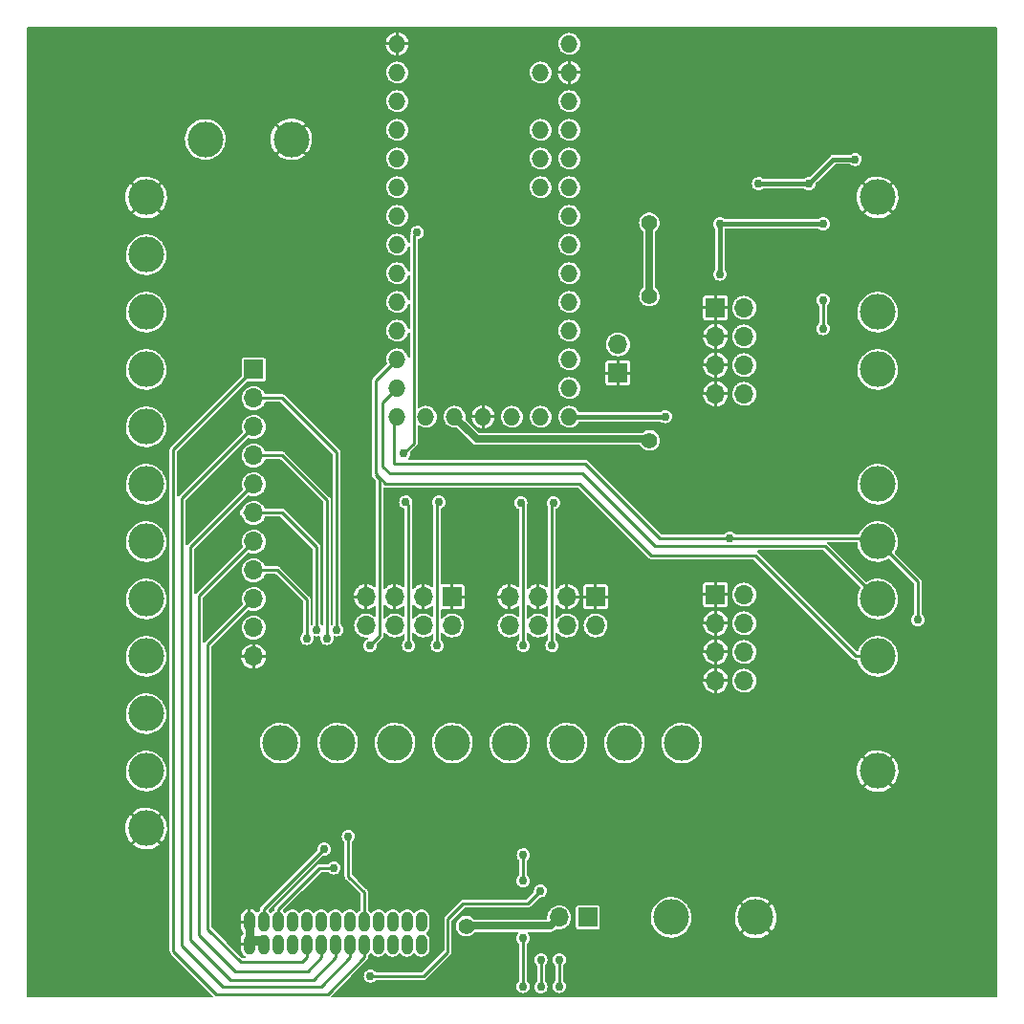
<source format=gbr>
G04 #@! TF.GenerationSoftware,KiCad,Pcbnew,(6.0.0)*
G04 #@! TF.CreationDate,2022-05-23T08:06:08-07:00*
G04 #@! TF.ProjectId,Teensy-Breakout-v4,5465656e-7379-42d4-9272-65616b6f7574,rev?*
G04 #@! TF.SameCoordinates,Original*
G04 #@! TF.FileFunction,Copper,L2,Bot*
G04 #@! TF.FilePolarity,Positive*
%FSLAX46Y46*%
G04 Gerber Fmt 4.6, Leading zero omitted, Abs format (unit mm)*
G04 Created by KiCad (PCBNEW (6.0.0)) date 2022-05-23 08:06:08*
%MOMM*%
%LPD*%
G01*
G04 APERTURE LIST*
G04 #@! TA.AperFunction,ComponentPad*
%ADD10C,6.985000*%
G04 #@! TD*
G04 #@! TA.AperFunction,ComponentPad*
%ADD11C,3.175000*%
G04 #@! TD*
G04 #@! TA.AperFunction,ComponentPad*
%ADD12O,1.524000X1.524000*%
G04 #@! TD*
G04 #@! TA.AperFunction,ComponentPad*
%ADD13O,1.016000X1.778000*%
G04 #@! TD*
G04 #@! TA.AperFunction,ComponentPad*
%ADD14R,1.700000X1.700000*%
G04 #@! TD*
G04 #@! TA.AperFunction,ComponentPad*
%ADD15O,1.700000X1.700000*%
G04 #@! TD*
G04 #@! TA.AperFunction,ViaPad*
%ADD16C,0.762000*%
G04 #@! TD*
G04 #@! TA.AperFunction,ViaPad*
%ADD17C,1.397000*%
G04 #@! TD*
G04 #@! TA.AperFunction,Conductor*
%ADD18C,0.254000*%
G04 #@! TD*
G04 #@! TA.AperFunction,Conductor*
%ADD19C,0.762000*%
G04 #@! TD*
G04 #@! TA.AperFunction,Conductor*
%ADD20C,0.381000*%
G04 #@! TD*
G04 #@! TA.AperFunction,Conductor*
%ADD21C,0.635000*%
G04 #@! TD*
G04 APERTURE END LIST*
D10*
X83185000Y-139065000D03*
D11*
X135382000Y-136842500D03*
X142875000Y-136842500D03*
D12*
X111125000Y-59499500D03*
X111125000Y-62039500D03*
X111125000Y-64579500D03*
X111125000Y-67119500D03*
X111125000Y-69659500D03*
X111125000Y-72199500D03*
X111125000Y-74739500D03*
X111125000Y-77279500D03*
X111125000Y-79819500D03*
X111125000Y-82359500D03*
X111125000Y-84899500D03*
X111125000Y-87439500D03*
X111125000Y-89979500D03*
X111125000Y-92519500D03*
X113665000Y-92519500D03*
X116205000Y-92519500D03*
X118745000Y-92519500D03*
X121285000Y-92519500D03*
X123825000Y-92519500D03*
X126365000Y-92519500D03*
X126365000Y-89979500D03*
X126365000Y-87439500D03*
X126365000Y-84899500D03*
X126365000Y-82359500D03*
X126365000Y-79819500D03*
X126365000Y-77279500D03*
X126365000Y-74739500D03*
X126365000Y-72199500D03*
X126365000Y-69659500D03*
X126365000Y-67119500D03*
X126365000Y-64579500D03*
X126365000Y-62039500D03*
X126365000Y-59499500D03*
X123825000Y-62039500D03*
X123825000Y-67119500D03*
X123825000Y-69659500D03*
X123825000Y-72199500D03*
D11*
X153670000Y-98488500D03*
X153670000Y-88328500D03*
X153670000Y-83248500D03*
X153670000Y-108648500D03*
X153670000Y-103568500D03*
X88900000Y-123888500D03*
X88900000Y-118808500D03*
X88900000Y-113728500D03*
X88900000Y-108648500D03*
X88900000Y-103568500D03*
X88900000Y-98488500D03*
X88900000Y-93408500D03*
X88900000Y-88328500D03*
X88900000Y-83248500D03*
X88900000Y-78168500D03*
D13*
X113284000Y-137248900D03*
X113284000Y-139230100D03*
X112014000Y-137248900D03*
X112014000Y-139230100D03*
X110744000Y-137248900D03*
X110744000Y-139230100D03*
X109474000Y-137248900D03*
X109474000Y-139230100D03*
X108204000Y-137248900D03*
X108204000Y-139230100D03*
X106934000Y-137248900D03*
X106934000Y-139230100D03*
X105664000Y-137248900D03*
X105664000Y-139230100D03*
X104394000Y-137248900D03*
X104394000Y-139230100D03*
X103124000Y-137248900D03*
X103124000Y-139230100D03*
X101854000Y-137248900D03*
X101854000Y-139230100D03*
X100584000Y-137248900D03*
X100584000Y-139230100D03*
X99314000Y-137248900D03*
X99314000Y-139230100D03*
X98044000Y-137248900D03*
X98044000Y-139230100D03*
D11*
X88900000Y-128968500D03*
X153670000Y-73088500D03*
X88900000Y-73088500D03*
D10*
X83185000Y-62865000D03*
X159385000Y-139065000D03*
X159385000Y-62865000D03*
D11*
X153670000Y-123888500D03*
X153670000Y-113728500D03*
D14*
X139319000Y-82867500D03*
D15*
X141859000Y-82867500D03*
X139319000Y-85407500D03*
X141859000Y-85407500D03*
X139319000Y-87947500D03*
X141859000Y-87947500D03*
X139319000Y-90487500D03*
X141859000Y-90487500D03*
D14*
X139319000Y-108267500D03*
D15*
X141859000Y-108267500D03*
X139319000Y-110807500D03*
X141859000Y-110807500D03*
X139319000Y-113347500D03*
X141859000Y-113347500D03*
X139319000Y-115887500D03*
X141859000Y-115887500D03*
D14*
X98425000Y-88328500D03*
D15*
X98425000Y-90868500D03*
X98425000Y-93408500D03*
X98425000Y-95948500D03*
X98425000Y-98488500D03*
X98425000Y-101028500D03*
X98425000Y-103568500D03*
X98425000Y-106108500D03*
X98425000Y-108648500D03*
X98425000Y-111188500D03*
X98425000Y-113728500D03*
D14*
X128016000Y-136842500D03*
D15*
X125476000Y-136842500D03*
D14*
X128704500Y-108453000D03*
D15*
X128704500Y-110993000D03*
X126164500Y-108453000D03*
X126164500Y-110993000D03*
X123624500Y-108453000D03*
X123624500Y-110993000D03*
X121084500Y-108453000D03*
X121084500Y-110993000D03*
D11*
X100787200Y-121412000D03*
X110947200Y-121412000D03*
X136347200Y-121412000D03*
X101750000Y-67945000D03*
X121107200Y-121412000D03*
X94130000Y-67945000D03*
D14*
X116004500Y-108453000D03*
D15*
X116004500Y-110993000D03*
X113464500Y-108453000D03*
X113464500Y-110993000D03*
X110924500Y-108453000D03*
X110924500Y-110993000D03*
X108384500Y-108453000D03*
X108384500Y-110993000D03*
D11*
X105867200Y-121412000D03*
X131267200Y-121412000D03*
X116027200Y-121412000D03*
X126187200Y-121412000D03*
D14*
X130683000Y-88646000D03*
D15*
X130683000Y-86106000D03*
D16*
X105283000Y-129667000D03*
X147193000Y-84709000D03*
X114427000Y-76962000D03*
X144145000Y-114681000D03*
X147193000Y-82169000D03*
X115697000Y-99314000D03*
X116205000Y-95758000D03*
X123698000Y-113665000D03*
X144145000Y-86614000D03*
X141097000Y-78486000D03*
X113665000Y-95758000D03*
X112903000Y-73914000D03*
X138303000Y-78486000D03*
X110236000Y-113665000D03*
X95377000Y-137287000D03*
X126111000Y-138430000D03*
X120777000Y-113665000D03*
X149225000Y-73279000D03*
X127889000Y-101727000D03*
X118110000Y-139319000D03*
X118872000Y-95758000D03*
X127508000Y-113665000D03*
D17*
X139192000Y-133286500D03*
D16*
X106045000Y-133604000D03*
X95377000Y-131064000D03*
X90424000Y-137287000D03*
X109220000Y-134239000D03*
X121285000Y-95758000D03*
X144145000Y-110871000D03*
X134874000Y-93853000D03*
X146431000Y-70866000D03*
X123825000Y-95758000D03*
X118110000Y-134239000D03*
X116078000Y-113665000D03*
X138303000Y-75438000D03*
X97663000Y-76962000D03*
X140589000Y-102108000D03*
X153035000Y-69723000D03*
X117983000Y-100076000D03*
X135128000Y-81788000D03*
X145034000Y-140462000D03*
X90424000Y-134112000D03*
X120777000Y-131318000D03*
X156083000Y-109347000D03*
X143764000Y-98933000D03*
X113411000Y-113665000D03*
X131318000Y-95758000D03*
X135255000Y-75311000D03*
X108204000Y-129667000D03*
X90424000Y-131064000D03*
X127254000Y-95758000D03*
X144145000Y-91948000D03*
X112776000Y-99314000D03*
X127381000Y-140462000D03*
D17*
X139192000Y-130492500D03*
D16*
X134874000Y-91186000D03*
X97663000Y-74549000D03*
X131826000Y-75311000D03*
X95377000Y-134112000D03*
X138557000Y-63182500D03*
X147320000Y-62420500D03*
X144145000Y-89154000D03*
X147193000Y-77343000D03*
X144145000Y-108331000D03*
X131826000Y-81788000D03*
X142113000Y-71755000D03*
X123850400Y-140614400D03*
X123850400Y-143002000D03*
X139700000Y-75438000D03*
X125476000Y-142951200D03*
X139700000Y-79883000D03*
X148844000Y-75438000D03*
X125476000Y-140614400D03*
X148844000Y-84709000D03*
X148844000Y-82169000D03*
D17*
X133451600Y-75336400D03*
X133477000Y-94615000D03*
X133451600Y-81838800D03*
D16*
X157226000Y-110490000D03*
X140589000Y-103251000D03*
X134874000Y-92506800D03*
X105791000Y-111379000D03*
X104902000Y-112141000D03*
X103124000Y-112141000D03*
X104013000Y-111379000D03*
X106807000Y-129667000D03*
X108712000Y-112776000D03*
X124968000Y-100126800D03*
X124841000Y-112776000D03*
X105537000Y-132461000D03*
X122072400Y-100126800D03*
X122275600Y-142951200D03*
X122301000Y-131318000D03*
X122275600Y-133604000D03*
X122275600Y-138684000D03*
X122301000Y-112776000D03*
X123825000Y-134493000D03*
X108762800Y-142036800D03*
X114808000Y-100076000D03*
X114681000Y-112776000D03*
X104648000Y-130810000D03*
D17*
X117246400Y-137617200D03*
D16*
X112141000Y-112776000D03*
X111887000Y-100076000D03*
X111709200Y-95758000D03*
X112903000Y-76200000D03*
X143129000Y-71882000D03*
X147574000Y-71882000D03*
X151688292Y-69723000D03*
D18*
X112141000Y-100330000D02*
X111887000Y-100076000D01*
X112141000Y-112776000D02*
X112141000Y-100330000D01*
X114681000Y-100203000D02*
X114681000Y-112776000D01*
X114808000Y-100076000D02*
X114681000Y-100203000D01*
X122301000Y-100355400D02*
X122072400Y-100126800D01*
X122301000Y-112776000D02*
X122301000Y-100355400D01*
D19*
X99314000Y-138874500D02*
X98044000Y-138874500D01*
X98044000Y-137604500D02*
X98044000Y-138874500D01*
D18*
X123850400Y-143002000D02*
X123850400Y-140614400D01*
D20*
X139700000Y-79883000D02*
X139700000Y-75438000D01*
D18*
X125476000Y-142951200D02*
X125476000Y-140614400D01*
X148844000Y-82169000D02*
X148844000Y-84709000D01*
D20*
X139700000Y-75438000D02*
X148844000Y-75438000D01*
D21*
X133477000Y-94488000D02*
X118173500Y-94488000D01*
X133451600Y-81838800D02*
X133451600Y-75336400D01*
X118173500Y-94488000D02*
X116205000Y-92519500D01*
D18*
X157226000Y-110490000D02*
X157226000Y-107124500D01*
X153352500Y-103251000D02*
X153670000Y-103568500D01*
X127740810Y-96647000D02*
X134344810Y-103251000D01*
X110845600Y-96621600D02*
X110871000Y-96647000D01*
X111125000Y-92519500D02*
X110845600Y-92798900D01*
X110871000Y-96647000D02*
X127740810Y-96647000D01*
X134344810Y-103251000D02*
X153352500Y-103251000D01*
X157226000Y-107124500D02*
X153670000Y-103568500D01*
X110845600Y-92798900D02*
X110845600Y-96621600D01*
D20*
X134861300Y-92519500D02*
X126365000Y-92519500D01*
X134874000Y-92506800D02*
X134861300Y-92519500D01*
D18*
X153670000Y-108648500D02*
X149021320Y-103999820D01*
X109855000Y-96901000D02*
X109855000Y-91249500D01*
X133971820Y-103999820D02*
X127508000Y-97536000D01*
X110490000Y-97536000D02*
X109855000Y-96901000D01*
X127508000Y-97536000D02*
X110490000Y-97536000D01*
X149021320Y-103999820D02*
X133971820Y-103999820D01*
X109855000Y-91249500D02*
X111125000Y-89979500D01*
X98425000Y-88328500D02*
X91313000Y-95440500D01*
X91313000Y-95440500D02*
X91313000Y-139827000D01*
X91313000Y-139827000D02*
X95123000Y-143637000D01*
X104965500Y-143637000D02*
X108204000Y-140398500D01*
X108204000Y-140398500D02*
X108204000Y-138874500D01*
X95123000Y-143637000D02*
X104965500Y-143637000D01*
X100965000Y-90868500D02*
X98425000Y-90868500D01*
X105791000Y-95694500D02*
X100965000Y-90868500D01*
X105791000Y-111379000D02*
X105791000Y-95694500D01*
X95707680Y-142951680D02*
X104380820Y-142951680D01*
X92075000Y-99758500D02*
X92075000Y-139319000D01*
X98425000Y-93408500D02*
X92075000Y-99758500D01*
X92075000Y-139319000D02*
X95707680Y-142951680D01*
X104380820Y-142951680D02*
X106934000Y-140398500D01*
X106934000Y-140398500D02*
X106934000Y-138874500D01*
X104902000Y-99885500D02*
X104902000Y-112141000D01*
X98425000Y-95948500D02*
X100965000Y-95948500D01*
X100965000Y-95948500D02*
X104902000Y-99885500D01*
X105664000Y-140398500D02*
X103695500Y-142367000D01*
X96361250Y-142367000D02*
X92837000Y-138842750D01*
X103695500Y-142367000D02*
X96361250Y-142367000D01*
X92837000Y-138842750D02*
X92837000Y-104076500D01*
X105664000Y-138874500D02*
X105664000Y-140398500D01*
X92837000Y-104076500D02*
X98425000Y-98488500D01*
X98425000Y-108648500D02*
X94361000Y-112712500D01*
X94361000Y-112712500D02*
X94361000Y-137870250D01*
X97270250Y-140779500D02*
X102743000Y-140779500D01*
X102743000Y-140779500D02*
X103124000Y-140398500D01*
X103124000Y-140398500D02*
X103124000Y-138874500D01*
X94361000Y-137870250D02*
X97270250Y-140779500D01*
X103124000Y-108712000D02*
X103124000Y-112141000D01*
X100520500Y-106108500D02*
X103124000Y-108712000D01*
X98425000Y-106108500D02*
X100520500Y-106108500D01*
X104394000Y-140398500D02*
X104394000Y-138874500D01*
X96774000Y-141605000D02*
X103187500Y-141605000D01*
X93599000Y-138430000D02*
X96774000Y-141605000D01*
X98425000Y-103568500D02*
X93599000Y-108394500D01*
X103187500Y-141605000D02*
X104394000Y-140398500D01*
X93599000Y-108394500D02*
X93599000Y-138430000D01*
X97536000Y-100965000D02*
X100901500Y-100965000D01*
X104013000Y-104076500D02*
X104013000Y-111379000D01*
X100901500Y-100965000D02*
X104013000Y-104076500D01*
X108712000Y-112776000D02*
X109601000Y-111887000D01*
X142811500Y-104775000D02*
X133604000Y-104775000D01*
X109601000Y-98044000D02*
X109220000Y-97663000D01*
X108204000Y-137604500D02*
X108204000Y-134621500D01*
X127254000Y-98425000D02*
X110109000Y-98425000D01*
X110109000Y-98425000D02*
X109220000Y-97536000D01*
X153670000Y-113728500D02*
X151765000Y-113728500D01*
X108204000Y-134621500D02*
X106807000Y-133224500D01*
X109601000Y-111887000D02*
X109601000Y-98044000D01*
X133604000Y-104775000D02*
X127254000Y-98425000D01*
X151765000Y-113728500D02*
X142811500Y-104775000D01*
X106807000Y-133224500D02*
X106807000Y-129667000D01*
X109220000Y-97536000D02*
X109220000Y-89344500D01*
X109220000Y-89344500D02*
X111125000Y-87439500D01*
X100584000Y-137604500D02*
X100584000Y-136144000D01*
X100584000Y-136144000D02*
X104267000Y-132461000D01*
X124841000Y-100507800D02*
X124841000Y-112776000D01*
X104267000Y-132461000D02*
X105537000Y-132461000D01*
X122275600Y-142951200D02*
X122275600Y-138684000D01*
X122275600Y-131343400D02*
X122301000Y-131318000D01*
X122275600Y-133604000D02*
X122275600Y-131343400D01*
X116967000Y-135636000D02*
X122682000Y-135636000D01*
X113487200Y-142036800D02*
X115620800Y-139903200D01*
X115620800Y-139903200D02*
X115620800Y-136982200D01*
X115620800Y-136982200D02*
X116967000Y-135636000D01*
X122682000Y-135636000D02*
X123825000Y-134493000D01*
X108762800Y-142036800D02*
X113487200Y-142036800D01*
X99314000Y-136144000D02*
X104648000Y-130810000D01*
X99314000Y-137604500D02*
X99314000Y-136144000D01*
D21*
X117246400Y-137604500D02*
X124714000Y-137604500D01*
X117246400Y-137617200D02*
X117246400Y-137604500D01*
X124714000Y-137604500D02*
X125476000Y-136842500D01*
D18*
X111709200Y-95758000D02*
X112598689Y-94868511D01*
X112598689Y-94868511D02*
X112598689Y-76504311D01*
X112598689Y-76504311D02*
X112903000Y-76200000D01*
D20*
X149606000Y-69850000D02*
X149733000Y-69723000D01*
X147574000Y-71882000D02*
X149606000Y-69850000D01*
X149733000Y-69723000D02*
X151688300Y-69723000D01*
X147574000Y-71882000D02*
X143129000Y-71882000D01*
G04 #@! TA.AperFunction,Conductor*
G36*
X164220331Y-58007413D02*
G01*
X164256876Y-58057713D01*
X164261800Y-58088800D01*
X164261800Y-143841200D01*
X164242587Y-143900331D01*
X164192287Y-143936876D01*
X164161200Y-143941800D01*
X105371250Y-143941800D01*
X105312119Y-143922587D01*
X105275574Y-143872287D01*
X105275574Y-143810113D01*
X105300115Y-143770065D01*
X107033381Y-142036800D01*
X108173055Y-142036800D01*
X108193150Y-142189437D01*
X108252066Y-142331672D01*
X108345787Y-142453813D01*
X108467927Y-142547534D01*
X108610163Y-142606450D01*
X108616699Y-142607310D01*
X108616701Y-142607311D01*
X108756260Y-142625684D01*
X108762800Y-142626545D01*
X108769340Y-142625684D01*
X108908899Y-142607311D01*
X108908901Y-142607310D01*
X108915437Y-142606450D01*
X109057673Y-142547534D01*
X109179813Y-142453813D01*
X109215842Y-142406859D01*
X109267081Y-142371643D01*
X109295653Y-142367500D01*
X113468367Y-142367500D01*
X113477135Y-142367883D01*
X113507699Y-142370557D01*
X113516467Y-142371324D01*
X113524969Y-142369046D01*
X113554592Y-142361109D01*
X113563158Y-142359209D01*
X113593387Y-142353879D01*
X113593389Y-142353878D01*
X113602051Y-142352351D01*
X113609669Y-142347953D01*
X113615243Y-142345924D01*
X113620618Y-142343417D01*
X113629116Y-142341140D01*
X113642638Y-142331672D01*
X113661458Y-142318495D01*
X113668857Y-142313781D01*
X113695425Y-142298441D01*
X113695426Y-142298440D01*
X113703049Y-142294039D01*
X113728432Y-142263789D01*
X113734361Y-142257319D01*
X115841319Y-140150361D01*
X115847789Y-140144432D01*
X115871297Y-140124706D01*
X115878039Y-140119049D01*
X115886921Y-140103666D01*
X115897781Y-140084857D01*
X115902495Y-140077458D01*
X115920091Y-140052327D01*
X115920091Y-140052326D01*
X115925140Y-140045116D01*
X115927417Y-140036618D01*
X115929924Y-140031243D01*
X115931953Y-140025669D01*
X115936351Y-140018051D01*
X115938008Y-140008657D01*
X115943209Y-139979158D01*
X115945109Y-139970592D01*
X115953046Y-139940969D01*
X115955324Y-139932467D01*
X115951883Y-139893135D01*
X115951500Y-139884367D01*
X115951500Y-137617200D01*
X116339230Y-137617200D01*
X116339781Y-137622442D01*
X116351430Y-137733270D01*
X116359054Y-137805811D01*
X116360683Y-137810824D01*
X116360683Y-137810825D01*
X116381687Y-137875469D01*
X116417659Y-137986179D01*
X116420295Y-137990744D01*
X116420296Y-137990747D01*
X116499586Y-138128081D01*
X116512484Y-138150421D01*
X116516015Y-138154342D01*
X116516016Y-138154344D01*
X116562281Y-138205726D01*
X116639385Y-138291359D01*
X116650190Y-138299209D01*
X116782074Y-138395028D01*
X116792815Y-138402832D01*
X116966069Y-138479970D01*
X116971219Y-138481065D01*
X116971220Y-138481065D01*
X117003871Y-138488005D01*
X117151575Y-138519400D01*
X117341225Y-138519400D01*
X117488929Y-138488005D01*
X117521580Y-138481065D01*
X117521581Y-138481065D01*
X117526731Y-138479970D01*
X117699985Y-138402832D01*
X117710727Y-138395028D01*
X117842610Y-138299209D01*
X117853415Y-138291359D01*
X117972604Y-138158986D01*
X118026448Y-138127898D01*
X118047364Y-138125700D01*
X121763004Y-138125700D01*
X121822135Y-138144913D01*
X121858680Y-138195213D01*
X121858680Y-138257387D01*
X121842817Y-138287539D01*
X121764866Y-138389128D01*
X121762345Y-138395215D01*
X121762343Y-138395218D01*
X121742055Y-138444199D01*
X121705950Y-138531363D01*
X121705090Y-138537899D01*
X121705089Y-138537901D01*
X121692013Y-138637222D01*
X121685855Y-138684000D01*
X121686716Y-138690540D01*
X121701415Y-138802187D01*
X121705950Y-138836637D01*
X121764866Y-138978872D01*
X121768878Y-138984100D01*
X121853761Y-139094723D01*
X121858587Y-139101013D01*
X121863821Y-139105029D01*
X121905541Y-139137042D01*
X121940757Y-139188281D01*
X121944900Y-139216853D01*
X121944900Y-142418347D01*
X121925687Y-142477478D01*
X121905541Y-142498158D01*
X121858587Y-142534187D01*
X121854574Y-142539417D01*
X121854573Y-142539418D01*
X121847253Y-142548958D01*
X121764866Y-142656328D01*
X121705950Y-142798563D01*
X121685855Y-142951200D01*
X121705950Y-143103837D01*
X121718678Y-143134565D01*
X121749477Y-143208919D01*
X121764866Y-143246072D01*
X121858587Y-143368213D01*
X121980727Y-143461934D01*
X122122963Y-143520850D01*
X122129499Y-143521710D01*
X122129501Y-143521711D01*
X122269060Y-143540084D01*
X122275600Y-143540945D01*
X122282140Y-143540084D01*
X122421699Y-143521711D01*
X122421701Y-143521710D01*
X122428237Y-143520850D01*
X122570473Y-143461934D01*
X122692613Y-143368213D01*
X122786334Y-143246072D01*
X122801724Y-143208919D01*
X122832522Y-143134565D01*
X122845250Y-143103837D01*
X122858657Y-143002000D01*
X123260655Y-143002000D01*
X123280750Y-143154637D01*
X123339666Y-143296872D01*
X123433387Y-143419013D01*
X123555527Y-143512734D01*
X123697763Y-143571650D01*
X123704299Y-143572510D01*
X123704301Y-143572511D01*
X123843860Y-143590884D01*
X123850400Y-143591745D01*
X123856940Y-143590884D01*
X123996499Y-143572511D01*
X123996501Y-143572510D01*
X124003037Y-143571650D01*
X124145273Y-143512734D01*
X124267413Y-143419013D01*
X124361134Y-143296872D01*
X124420050Y-143154637D01*
X124440145Y-143002000D01*
X124433457Y-142951200D01*
X124886255Y-142951200D01*
X124906350Y-143103837D01*
X124919078Y-143134565D01*
X124949877Y-143208919D01*
X124965266Y-143246072D01*
X125058987Y-143368213D01*
X125181127Y-143461934D01*
X125323363Y-143520850D01*
X125329899Y-143521710D01*
X125329901Y-143521711D01*
X125469460Y-143540084D01*
X125476000Y-143540945D01*
X125482540Y-143540084D01*
X125622099Y-143521711D01*
X125622101Y-143521710D01*
X125628637Y-143520850D01*
X125770873Y-143461934D01*
X125893013Y-143368213D01*
X125986734Y-143246072D01*
X126002124Y-143208919D01*
X126032922Y-143134565D01*
X126045650Y-143103837D01*
X126065745Y-142951200D01*
X126045650Y-142798563D01*
X125986734Y-142656328D01*
X125904347Y-142548958D01*
X125897027Y-142539418D01*
X125897026Y-142539417D01*
X125893013Y-142534187D01*
X125846059Y-142498158D01*
X125810843Y-142446919D01*
X125806700Y-142418347D01*
X125806700Y-141147253D01*
X125825913Y-141088122D01*
X125846059Y-141067442D01*
X125887779Y-141035429D01*
X125893013Y-141031413D01*
X125986734Y-140909272D01*
X126045650Y-140767037D01*
X126065745Y-140614400D01*
X126060264Y-140572765D01*
X126046511Y-140468301D01*
X126046510Y-140468299D01*
X126045650Y-140461763D01*
X125986734Y-140319528D01*
X125905185Y-140213250D01*
X125897027Y-140202618D01*
X125897026Y-140202617D01*
X125893013Y-140197387D01*
X125770873Y-140103666D01*
X125628637Y-140044750D01*
X125622101Y-140043890D01*
X125622099Y-140043889D01*
X125482540Y-140025516D01*
X125476000Y-140024655D01*
X125469460Y-140025516D01*
X125329901Y-140043889D01*
X125329899Y-140043890D01*
X125323363Y-140044750D01*
X125252359Y-140074161D01*
X125187218Y-140101143D01*
X125187215Y-140101145D01*
X125181128Y-140103666D01*
X125058987Y-140197387D01*
X124965266Y-140319528D01*
X124906350Y-140461763D01*
X124905490Y-140468299D01*
X124905489Y-140468301D01*
X124891736Y-140572765D01*
X124886255Y-140614400D01*
X124906350Y-140767037D01*
X124965266Y-140909272D01*
X125058987Y-141031413D01*
X125064221Y-141035429D01*
X125105941Y-141067442D01*
X125141157Y-141118681D01*
X125145300Y-141147253D01*
X125145300Y-142418347D01*
X125126087Y-142477478D01*
X125105941Y-142498158D01*
X125058987Y-142534187D01*
X125054974Y-142539417D01*
X125054973Y-142539418D01*
X125047653Y-142548958D01*
X124965266Y-142656328D01*
X124906350Y-142798563D01*
X124886255Y-142951200D01*
X124433457Y-142951200D01*
X124420050Y-142849363D01*
X124361134Y-142707128D01*
X124267413Y-142584987D01*
X124220459Y-142548958D01*
X124185243Y-142497719D01*
X124181100Y-142469147D01*
X124181100Y-141147253D01*
X124200313Y-141088122D01*
X124220459Y-141067442D01*
X124262179Y-141035429D01*
X124267413Y-141031413D01*
X124361134Y-140909272D01*
X124420050Y-140767037D01*
X124440145Y-140614400D01*
X124434664Y-140572765D01*
X124420911Y-140468301D01*
X124420910Y-140468299D01*
X124420050Y-140461763D01*
X124361134Y-140319528D01*
X124279585Y-140213250D01*
X124271427Y-140202618D01*
X124271426Y-140202617D01*
X124267413Y-140197387D01*
X124145273Y-140103666D01*
X124003037Y-140044750D01*
X123996501Y-140043890D01*
X123996499Y-140043889D01*
X123856940Y-140025516D01*
X123850400Y-140024655D01*
X123843860Y-140025516D01*
X123704301Y-140043889D01*
X123704299Y-140043890D01*
X123697763Y-140044750D01*
X123626759Y-140074161D01*
X123561618Y-140101143D01*
X123561615Y-140101145D01*
X123555528Y-140103666D01*
X123433387Y-140197387D01*
X123339666Y-140319528D01*
X123280750Y-140461763D01*
X123279890Y-140468299D01*
X123279889Y-140468301D01*
X123266136Y-140572765D01*
X123260655Y-140614400D01*
X123280750Y-140767037D01*
X123339666Y-140909272D01*
X123433387Y-141031413D01*
X123438621Y-141035429D01*
X123480341Y-141067442D01*
X123515557Y-141118681D01*
X123519700Y-141147253D01*
X123519700Y-142469147D01*
X123500487Y-142528278D01*
X123480341Y-142548958D01*
X123433387Y-142584987D01*
X123339666Y-142707128D01*
X123280750Y-142849363D01*
X123260655Y-143002000D01*
X122858657Y-143002000D01*
X122865345Y-142951200D01*
X122845250Y-142798563D01*
X122786334Y-142656328D01*
X122703947Y-142548958D01*
X122696627Y-142539418D01*
X122696626Y-142539417D01*
X122692613Y-142534187D01*
X122645659Y-142498158D01*
X122610443Y-142446919D01*
X122606300Y-142418347D01*
X122606300Y-139216853D01*
X122625513Y-139157722D01*
X122645659Y-139137042D01*
X122687379Y-139105029D01*
X122692613Y-139101013D01*
X122697440Y-139094723D01*
X122782322Y-138984100D01*
X122786334Y-138978872D01*
X122845250Y-138836637D01*
X122849786Y-138802187D01*
X122864484Y-138690540D01*
X122865345Y-138684000D01*
X122859187Y-138637222D01*
X122846111Y-138537901D01*
X122846110Y-138537899D01*
X122845250Y-138531363D01*
X122809145Y-138444199D01*
X122788857Y-138395218D01*
X122788855Y-138395215D01*
X122786334Y-138389128D01*
X122708384Y-138287540D01*
X122687630Y-138228933D01*
X122705289Y-138169319D01*
X122754615Y-138131470D01*
X122788196Y-138125700D01*
X124700199Y-138125700D01*
X124704411Y-138125788D01*
X124726171Y-138126700D01*
X124756662Y-138127978D01*
X124763510Y-138128265D01*
X124770181Y-138126700D01*
X124770184Y-138126700D01*
X124804470Y-138118658D01*
X124813789Y-138116931D01*
X124838068Y-138113605D01*
X124855479Y-138111220D01*
X124861770Y-138108498D01*
X124861776Y-138108496D01*
X124870081Y-138104902D01*
X124887057Y-138099288D01*
X124895859Y-138097223D01*
X124895863Y-138097222D01*
X124902537Y-138095656D01*
X124908542Y-138092355D01*
X124908544Y-138092354D01*
X124939400Y-138075391D01*
X124947909Y-138071222D01*
X124950876Y-138069938D01*
X124986534Y-138054507D01*
X124996058Y-138046795D01*
X124998894Y-138044498D01*
X125013737Y-138034524D01*
X125017706Y-138032342D01*
X125027674Y-138026862D01*
X125035364Y-138020224D01*
X125059282Y-137996306D01*
X125067107Y-137989260D01*
X125092185Y-137968952D01*
X125097510Y-137964640D01*
X125108735Y-137948845D01*
X125119602Y-137935986D01*
X125153000Y-137902588D01*
X125208398Y-137874362D01*
X125245104Y-137875450D01*
X125248639Y-137876599D01*
X125396542Y-137894235D01*
X125448936Y-137900483D01*
X125448937Y-137900483D01*
X125453826Y-137901066D01*
X125659858Y-137885212D01*
X125664599Y-137883888D01*
X125664601Y-137883888D01*
X125854145Y-137830967D01*
X125858887Y-137829643D01*
X126043332Y-137736473D01*
X126073934Y-137712564D01*
X126962300Y-137712564D01*
X126974119Y-137771980D01*
X127019140Y-137839360D01*
X127086520Y-137884381D01*
X127145936Y-137896200D01*
X128886064Y-137896200D01*
X128945480Y-137884381D01*
X129012860Y-137839360D01*
X129057881Y-137771980D01*
X129069700Y-137712564D01*
X129069700Y-136795480D01*
X133586393Y-136795480D01*
X133586572Y-136799210D01*
X133586572Y-136799215D01*
X133593046Y-136933987D01*
X133599166Y-137061405D01*
X133651105Y-137322520D01*
X133741069Y-137573090D01*
X133742835Y-137576376D01*
X133742836Y-137576379D01*
X133762127Y-137612281D01*
X133867081Y-137807610D01*
X134026373Y-138020928D01*
X134215446Y-138208359D01*
X134218459Y-138210569D01*
X134218460Y-138210569D01*
X134423834Y-138361154D01*
X134430147Y-138365783D01*
X134433445Y-138367518D01*
X134433448Y-138367520D01*
X134662452Y-138488005D01*
X134662456Y-138488007D01*
X134665758Y-138489744D01*
X134669285Y-138490976D01*
X134669288Y-138490977D01*
X134744563Y-138517264D01*
X134917103Y-138577518D01*
X135178662Y-138627177D01*
X135182392Y-138627324D01*
X135182396Y-138627324D01*
X135344243Y-138633683D01*
X135444687Y-138637629D01*
X135467538Y-138635126D01*
X135705623Y-138609052D01*
X135705628Y-138609051D01*
X135709336Y-138608645D01*
X135893601Y-138560132D01*
X135963182Y-138541813D01*
X135963186Y-138541812D01*
X135966793Y-138540862D01*
X136211403Y-138435769D01*
X136437793Y-138295675D01*
X136440930Y-138293020D01*
X136511907Y-138232933D01*
X141670096Y-138232933D01*
X141670503Y-138235503D01*
X141673129Y-138238754D01*
X141810670Y-138350730D01*
X141816464Y-138354802D01*
X142033790Y-138485643D01*
X142040121Y-138488869D01*
X142273706Y-138587780D01*
X142280420Y-138590079D01*
X142525617Y-138655091D01*
X142532588Y-138656421D01*
X142784509Y-138686237D01*
X142791581Y-138686570D01*
X143045183Y-138680594D01*
X143052253Y-138679926D01*
X143302485Y-138638276D01*
X143309378Y-138636621D01*
X143551232Y-138560132D01*
X143557848Y-138557513D01*
X143786513Y-138447710D01*
X143792670Y-138444199D01*
X144003602Y-138303257D01*
X144009195Y-138298919D01*
X144072562Y-138242163D01*
X144079369Y-138230445D01*
X144078974Y-138226597D01*
X144077846Y-138224951D01*
X142886268Y-137033373D01*
X142874189Y-137027218D01*
X142869077Y-137028028D01*
X141676251Y-138220854D01*
X141670096Y-138232933D01*
X136511907Y-138232933D01*
X136638134Y-138126074D01*
X136640989Y-138123657D01*
X136708731Y-138046412D01*
X136814063Y-137926304D01*
X136814065Y-137926302D01*
X136816527Y-137923494D01*
X136818545Y-137920356D01*
X136818550Y-137920350D01*
X136958527Y-137702733D01*
X136958530Y-137702728D01*
X136960552Y-137699584D01*
X137069897Y-137456844D01*
X137142163Y-137200609D01*
X137154744Y-137101719D01*
X137175443Y-136939009D01*
X137175443Y-136939003D01*
X137175761Y-136936507D01*
X137178223Y-136842500D01*
X137174178Y-136788062D01*
X141029847Y-136788062D01*
X141039805Y-137041530D01*
X141040585Y-137048596D01*
X141086160Y-137298139D01*
X141087922Y-137305000D01*
X141168203Y-137545635D01*
X141170922Y-137552197D01*
X141284302Y-137779106D01*
X141287920Y-137785224D01*
X141432147Y-137993903D01*
X141436575Y-137999431D01*
X141474703Y-138040677D01*
X141486527Y-138047299D01*
X141490787Y-138046795D01*
X141491820Y-138046075D01*
X142684127Y-136853768D01*
X142689455Y-136843311D01*
X143059718Y-136843311D01*
X143060528Y-136848423D01*
X144252835Y-138040730D01*
X144264914Y-138046885D01*
X144267900Y-138046412D01*
X144270607Y-138044260D01*
X144366320Y-137930396D01*
X144370492Y-137924653D01*
X144504729Y-137709413D01*
X144508050Y-137703142D01*
X144610620Y-137471131D01*
X144613024Y-137464454D01*
X144681881Y-137220305D01*
X144683317Y-137213369D01*
X144717219Y-136960972D01*
X144717642Y-136955847D01*
X144721123Y-136845077D01*
X144721022Y-136839934D01*
X144703037Y-136585915D01*
X144702038Y-136578894D01*
X144648645Y-136330895D01*
X144646668Y-136324092D01*
X144558869Y-136086103D01*
X144555946Y-136079629D01*
X144435490Y-135856383D01*
X144431689Y-135850393D01*
X144280982Y-135646352D01*
X144277245Y-135641977D01*
X144265490Y-135635871D01*
X144260481Y-135636624D01*
X143065873Y-136831232D01*
X143059718Y-136843311D01*
X142689455Y-136843311D01*
X142690282Y-136841689D01*
X142689472Y-136836577D01*
X141495802Y-135642907D01*
X141483723Y-135636752D01*
X141481573Y-135637093D01*
X141477781Y-135640205D01*
X141350239Y-135801990D01*
X141346257Y-135807851D01*
X141218841Y-136027213D01*
X141215726Y-136033571D01*
X141120490Y-136268697D01*
X141118299Y-136275444D01*
X141057144Y-136521632D01*
X141055924Y-136528622D01*
X141030069Y-136780975D01*
X141029847Y-136788062D01*
X137174178Y-136788062D01*
X137158493Y-136577001D01*
X137157668Y-136573354D01*
X137100563Y-136320984D01*
X137100562Y-136320980D01*
X137099737Y-136317335D01*
X137094299Y-136303350D01*
X137053609Y-136198718D01*
X137003244Y-136069206D01*
X136926705Y-135935291D01*
X136872990Y-135841308D01*
X136872987Y-135841303D01*
X136871136Y-135838065D01*
X136847318Y-135807851D01*
X136715157Y-135640205D01*
X136706315Y-135628989D01*
X136703595Y-135626430D01*
X136703592Y-135626427D01*
X136524834Y-135458270D01*
X136519422Y-135453179D01*
X141669447Y-135453179D01*
X141670074Y-135457845D01*
X141670375Y-135458270D01*
X142863732Y-136651627D01*
X142875811Y-136657782D01*
X142880923Y-136656972D01*
X144075765Y-135462130D01*
X144081920Y-135450051D01*
X144081646Y-135448321D01*
X144078044Y-135444001D01*
X143891437Y-135301588D01*
X143885505Y-135297691D01*
X143664184Y-135173746D01*
X143657752Y-135170719D01*
X143421186Y-135079198D01*
X143414386Y-135077106D01*
X143167279Y-135019830D01*
X143160261Y-135018719D01*
X142907546Y-134996831D01*
X142900442Y-134996720D01*
X142647165Y-135010658D01*
X142640116Y-135011549D01*
X142391325Y-135061036D01*
X142384480Y-135062909D01*
X142145141Y-135146959D01*
X142138629Y-135149777D01*
X141913521Y-135266711D01*
X141907463Y-135270423D01*
X141701075Y-135417910D01*
X141695614Y-135422428D01*
X141675884Y-135441250D01*
X141669447Y-135453179D01*
X136519422Y-135453179D01*
X136512400Y-135446573D01*
X136509343Y-135444453D01*
X136509339Y-135444449D01*
X136354029Y-135336707D01*
X136293652Y-135294822D01*
X136054877Y-135177071D01*
X136051325Y-135175934D01*
X136051320Y-135175932D01*
X135928098Y-135136489D01*
X135801320Y-135095907D01*
X135538551Y-135053112D01*
X135534809Y-135053063D01*
X135515700Y-135052813D01*
X135272343Y-135049627D01*
X135176653Y-135062650D01*
X135012246Y-135085025D01*
X135012244Y-135085025D01*
X135008544Y-135085529D01*
X135004961Y-135086573D01*
X135004958Y-135086574D01*
X134868315Y-135126402D01*
X134752949Y-135160028D01*
X134749567Y-135161587D01*
X134749562Y-135161589D01*
X134712394Y-135178724D01*
X134511174Y-135271488D01*
X134508053Y-135273534D01*
X134508048Y-135273537D01*
X134354269Y-135374359D01*
X134288529Y-135417460D01*
X134089905Y-135594739D01*
X133919667Y-135799428D01*
X133917732Y-135802617D01*
X133917729Y-135802621D01*
X133783490Y-136023841D01*
X133781554Y-136027032D01*
X133780114Y-136030467D01*
X133780110Y-136030474D01*
X133722561Y-136167714D01*
X133678599Y-136272550D01*
X133647972Y-136393144D01*
X133615341Y-136521632D01*
X133613066Y-136530589D01*
X133612692Y-136534300D01*
X133612692Y-136534302D01*
X133587362Y-136785859D01*
X133586393Y-136795480D01*
X129069700Y-136795480D01*
X129069700Y-135972436D01*
X129057881Y-135913020D01*
X129012860Y-135845640D01*
X128945480Y-135800619D01*
X128886064Y-135788800D01*
X127145936Y-135788800D01*
X127086520Y-135800619D01*
X127019140Y-135845640D01*
X126974119Y-135913020D01*
X126962300Y-135972436D01*
X126962300Y-137712564D01*
X126073934Y-137712564D01*
X126206168Y-137609252D01*
X126240420Y-137569571D01*
X126261080Y-137545635D01*
X126341191Y-137452825D01*
X126425168Y-137305000D01*
X126440830Y-137277430D01*
X126440831Y-137277428D01*
X126443260Y-137273152D01*
X126504281Y-137089715D01*
X126506932Y-137081747D01*
X126506932Y-137081745D01*
X126508486Y-137077075D01*
X126509103Y-137072192D01*
X126534034Y-136874843D01*
X126534034Y-136874840D01*
X126534385Y-136872063D01*
X126534641Y-136853768D01*
X126534759Y-136845314D01*
X126534759Y-136845308D01*
X126534798Y-136842500D01*
X126534218Y-136836577D01*
X126519964Y-136691217D01*
X126514633Y-136636845D01*
X126513211Y-136632135D01*
X126513210Y-136632130D01*
X126456331Y-136443738D01*
X126456329Y-136443734D01*
X126454907Y-136439023D01*
X126357895Y-136256570D01*
X126227292Y-136096435D01*
X126106086Y-135996165D01*
X126071857Y-135967848D01*
X126071856Y-135967847D01*
X126068072Y-135964717D01*
X125886301Y-135866433D01*
X125881601Y-135864978D01*
X125881596Y-135864976D01*
X125693602Y-135806783D01*
X125693600Y-135806783D01*
X125688901Y-135805328D01*
X125483392Y-135783728D01*
X125478491Y-135784174D01*
X125478488Y-135784174D01*
X125282499Y-135802010D01*
X125282496Y-135802010D01*
X125277601Y-135802456D01*
X125272887Y-135803843D01*
X125272884Y-135803844D01*
X125156613Y-135838065D01*
X125079367Y-135860800D01*
X125075007Y-135863079D01*
X125075003Y-135863081D01*
X124950536Y-135928151D01*
X124896241Y-135956536D01*
X124892402Y-135959623D01*
X124892400Y-135959624D01*
X124805929Y-136029149D01*
X124735198Y-136086018D01*
X124732037Y-136089785D01*
X124732036Y-136089786D01*
X124707043Y-136119572D01*
X124602371Y-136244314D01*
X124502821Y-136425395D01*
X124501333Y-136430085D01*
X124501332Y-136430088D01*
X124455886Y-136573354D01*
X124440339Y-136622364D01*
X124439790Y-136627255D01*
X124439790Y-136627257D01*
X124417980Y-136821703D01*
X124417305Y-136827717D01*
X124423899Y-136906242D01*
X124429612Y-136974282D01*
X124415415Y-137034814D01*
X124368349Y-137075440D01*
X124329365Y-137083300D01*
X118024495Y-137083300D01*
X117965364Y-137064087D01*
X117949735Y-137050015D01*
X117905631Y-137001033D01*
X117853415Y-136943041D01*
X117715032Y-136842500D01*
X117704255Y-136834670D01*
X117704253Y-136834669D01*
X117699985Y-136831568D01*
X117526731Y-136754430D01*
X117521581Y-136753335D01*
X117521580Y-136753335D01*
X117463396Y-136740968D01*
X117341225Y-136715000D01*
X117151575Y-136715000D01*
X117029404Y-136740968D01*
X116971220Y-136753335D01*
X116971219Y-136753335D01*
X116966069Y-136754430D01*
X116792815Y-136831568D01*
X116788547Y-136834669D01*
X116788545Y-136834670D01*
X116761177Y-136854554D01*
X116639385Y-136943041D01*
X116611256Y-136974282D01*
X116520173Y-137075440D01*
X116512484Y-137083979D01*
X116509846Y-137088547D01*
X116509846Y-137088548D01*
X116437781Y-137213369D01*
X116417659Y-137248221D01*
X116359054Y-137428589D01*
X116339230Y-137617200D01*
X115951500Y-137617200D01*
X115951500Y-137160850D01*
X115970713Y-137101719D01*
X115980965Y-137089715D01*
X117074515Y-135996165D01*
X117129913Y-135967939D01*
X117145650Y-135966700D01*
X122663167Y-135966700D01*
X122671935Y-135967083D01*
X122702499Y-135969757D01*
X122711267Y-135970524D01*
X122722232Y-135967586D01*
X122749392Y-135960309D01*
X122757958Y-135958409D01*
X122788187Y-135953079D01*
X122788189Y-135953078D01*
X122796851Y-135951551D01*
X122804469Y-135947153D01*
X122810043Y-135945124D01*
X122815418Y-135942617D01*
X122823916Y-135940340D01*
X122831127Y-135935291D01*
X122856258Y-135917695D01*
X122863657Y-135912981D01*
X122890225Y-135897641D01*
X122890226Y-135897640D01*
X122897849Y-135893239D01*
X122923232Y-135862989D01*
X122929161Y-135856519D01*
X123682056Y-135103624D01*
X123737454Y-135075398D01*
X123766322Y-135075020D01*
X123818460Y-135081884D01*
X123825000Y-135082745D01*
X123831540Y-135081884D01*
X123971099Y-135063511D01*
X123971101Y-135063510D01*
X123977637Y-135062650D01*
X124119873Y-135003734D01*
X124242013Y-134910013D01*
X124335734Y-134787872D01*
X124394650Y-134645637D01*
X124400545Y-134600864D01*
X124413884Y-134499540D01*
X124414745Y-134493000D01*
X124408247Y-134443643D01*
X124395511Y-134346901D01*
X124395510Y-134346899D01*
X124394650Y-134340363D01*
X124335734Y-134198128D01*
X124242013Y-134075987D01*
X124119873Y-133982266D01*
X123977637Y-133923350D01*
X123971101Y-133922490D01*
X123971099Y-133922489D01*
X123831540Y-133904116D01*
X123825000Y-133903255D01*
X123818460Y-133904116D01*
X123678901Y-133922489D01*
X123678899Y-133922490D01*
X123672363Y-133923350D01*
X123590326Y-133957331D01*
X123536218Y-133979743D01*
X123536215Y-133979745D01*
X123530128Y-133982266D01*
X123407987Y-134075987D01*
X123314266Y-134198128D01*
X123255350Y-134340363D01*
X123254490Y-134346899D01*
X123254489Y-134346901D01*
X123241753Y-134443643D01*
X123235255Y-134493000D01*
X123236116Y-134499540D01*
X123242980Y-134551678D01*
X123231650Y-134612811D01*
X123214376Y-134635944D01*
X122574485Y-135275835D01*
X122519087Y-135304061D01*
X122503350Y-135305300D01*
X116985833Y-135305300D01*
X116977065Y-135304917D01*
X116946501Y-135302243D01*
X116937733Y-135301476D01*
X116899603Y-135311692D01*
X116891045Y-135313590D01*
X116852149Y-135320449D01*
X116844527Y-135324850D01*
X116838954Y-135326878D01*
X116833583Y-135329382D01*
X116825083Y-135331660D01*
X116792736Y-135354310D01*
X116785341Y-135359021D01*
X116758774Y-135374359D01*
X116758771Y-135374362D01*
X116751151Y-135378761D01*
X116745494Y-135385503D01*
X116725768Y-135409011D01*
X116719839Y-135415481D01*
X115400281Y-136735039D01*
X115393811Y-136740968D01*
X115363561Y-136766351D01*
X115359160Y-136773974D01*
X115359159Y-136773975D01*
X115343819Y-136800543D01*
X115339105Y-136807942D01*
X115328682Y-136822829D01*
X115316460Y-136840284D01*
X115314183Y-136848782D01*
X115311676Y-136854157D01*
X115309647Y-136859731D01*
X115305249Y-136867349D01*
X115303722Y-136876011D01*
X115303721Y-136876013D01*
X115298391Y-136906242D01*
X115296491Y-136914808D01*
X115286276Y-136952933D01*
X115287043Y-136961701D01*
X115289717Y-136992265D01*
X115290100Y-137001033D01*
X115290100Y-139724550D01*
X115270887Y-139783681D01*
X115260635Y-139795685D01*
X113379685Y-141676635D01*
X113324287Y-141704861D01*
X113308550Y-141706100D01*
X109295653Y-141706100D01*
X109236522Y-141686887D01*
X109215842Y-141666741D01*
X109183830Y-141625022D01*
X109179813Y-141619787D01*
X109057673Y-141526066D01*
X108915437Y-141467150D01*
X108908901Y-141466290D01*
X108908899Y-141466289D01*
X108769340Y-141447916D01*
X108762800Y-141447055D01*
X108756260Y-141447916D01*
X108616701Y-141466289D01*
X108616699Y-141466290D01*
X108610163Y-141467150D01*
X108528126Y-141501131D01*
X108474018Y-141523543D01*
X108474015Y-141523545D01*
X108467928Y-141526066D01*
X108345787Y-141619787D01*
X108252066Y-141741928D01*
X108193150Y-141884163D01*
X108192290Y-141890699D01*
X108192289Y-141890701D01*
X108182272Y-141966787D01*
X108173055Y-142036800D01*
X107033381Y-142036800D01*
X108424525Y-140645656D01*
X108430995Y-140639727D01*
X108454499Y-140620005D01*
X108454500Y-140620004D01*
X108461239Y-140614349D01*
X108480979Y-140580159D01*
X108485689Y-140572765D01*
X108503293Y-140547624D01*
X108503293Y-140547623D01*
X108508340Y-140540416D01*
X108510617Y-140531919D01*
X108513124Y-140526543D01*
X108515153Y-140520969D01*
X108519551Y-140513351D01*
X108526409Y-140474458D01*
X108528309Y-140465892D01*
X108536246Y-140436269D01*
X108538524Y-140427767D01*
X108535083Y-140388435D01*
X108534700Y-140379667D01*
X108534700Y-140302645D01*
X108553913Y-140243514D01*
X108589160Y-140213250D01*
X108601587Y-140206836D01*
X108606973Y-140204056D01*
X108675322Y-140144432D01*
X108732211Y-140094805D01*
X108732213Y-140094803D01*
X108736781Y-140090818D01*
X108756337Y-140062993D01*
X108806054Y-140025662D01*
X108868221Y-140024685D01*
X108921549Y-140063858D01*
X108936225Y-140085212D01*
X109064840Y-140199804D01*
X109070200Y-140202642D01*
X109143324Y-140241359D01*
X109217076Y-140280409D01*
X109384145Y-140322374D01*
X109390202Y-140322406D01*
X109390204Y-140322406D01*
X109474306Y-140322846D01*
X109556402Y-140323276D01*
X109562299Y-140321860D01*
X109562301Y-140321860D01*
X109718003Y-140284479D01*
X109723901Y-140283063D01*
X109729287Y-140280283D01*
X109729290Y-140280282D01*
X109871587Y-140206836D01*
X109876973Y-140204056D01*
X109945322Y-140144432D01*
X110002211Y-140094805D01*
X110002213Y-140094803D01*
X110006781Y-140090818D01*
X110026337Y-140062993D01*
X110076054Y-140025662D01*
X110138221Y-140024685D01*
X110191549Y-140063858D01*
X110206225Y-140085212D01*
X110334840Y-140199804D01*
X110340200Y-140202642D01*
X110413324Y-140241359D01*
X110487076Y-140280409D01*
X110654145Y-140322374D01*
X110660202Y-140322406D01*
X110660204Y-140322406D01*
X110744306Y-140322846D01*
X110826402Y-140323276D01*
X110832299Y-140321860D01*
X110832301Y-140321860D01*
X110988003Y-140284479D01*
X110993901Y-140283063D01*
X110999287Y-140280283D01*
X110999290Y-140280282D01*
X111141587Y-140206836D01*
X111146973Y-140204056D01*
X111215322Y-140144432D01*
X111272211Y-140094805D01*
X111272213Y-140094803D01*
X111276781Y-140090818D01*
X111296337Y-140062993D01*
X111346054Y-140025662D01*
X111408221Y-140024685D01*
X111461549Y-140063858D01*
X111476225Y-140085212D01*
X111604840Y-140199804D01*
X111610200Y-140202642D01*
X111683324Y-140241359D01*
X111757076Y-140280409D01*
X111924145Y-140322374D01*
X111930202Y-140322406D01*
X111930204Y-140322406D01*
X112014306Y-140322846D01*
X112096402Y-140323276D01*
X112102299Y-140321860D01*
X112102301Y-140321860D01*
X112258003Y-140284479D01*
X112263901Y-140283063D01*
X112269287Y-140280283D01*
X112269290Y-140280282D01*
X112411587Y-140206836D01*
X112416973Y-140204056D01*
X112485322Y-140144432D01*
X112542211Y-140094805D01*
X112542213Y-140094803D01*
X112546781Y-140090818D01*
X112566337Y-140062993D01*
X112616054Y-140025662D01*
X112678221Y-140024685D01*
X112731549Y-140063858D01*
X112746225Y-140085212D01*
X112874840Y-140199804D01*
X112880200Y-140202642D01*
X112953324Y-140241359D01*
X113027076Y-140280409D01*
X113194145Y-140322374D01*
X113200202Y-140322406D01*
X113200204Y-140322406D01*
X113284306Y-140322846D01*
X113366402Y-140323276D01*
X113372299Y-140321860D01*
X113372301Y-140321860D01*
X113528003Y-140284479D01*
X113533901Y-140283063D01*
X113539287Y-140280283D01*
X113539290Y-140280282D01*
X113681587Y-140206836D01*
X113686973Y-140204056D01*
X113755322Y-140144432D01*
X113812211Y-140094805D01*
X113812213Y-140094803D01*
X113816781Y-140090818D01*
X113879724Y-140001258D01*
X113912342Y-139954848D01*
X113912344Y-139954844D01*
X113915830Y-139949884D01*
X113935809Y-139898642D01*
X113976198Y-139795048D01*
X113976198Y-139795047D01*
X113978403Y-139789392D01*
X113991486Y-139690020D01*
X113995271Y-139661275D01*
X113995271Y-139661268D01*
X113995700Y-139658013D01*
X113995700Y-138805907D01*
X113981739Y-138690540D01*
X113980961Y-138684111D01*
X113980961Y-138684109D01*
X113980232Y-138678089D01*
X113972045Y-138656421D01*
X113921488Y-138522627D01*
X113921487Y-138522626D01*
X113919343Y-138516951D01*
X113821775Y-138374988D01*
X113754008Y-138314609D01*
X113722639Y-138260929D01*
X113728814Y-138199062D01*
X113754798Y-138163689D01*
X113812211Y-138113605D01*
X113812213Y-138113603D01*
X113816781Y-138109618D01*
X113877264Y-138023558D01*
X113912342Y-137973648D01*
X113912344Y-137973644D01*
X113915830Y-137968684D01*
X113926250Y-137941960D01*
X113976198Y-137813848D01*
X113976198Y-137813847D01*
X113978403Y-137808192D01*
X113991408Y-137709413D01*
X113995271Y-137680075D01*
X113995271Y-137680068D01*
X113995700Y-137676813D01*
X113995700Y-136824707D01*
X113984849Y-136735039D01*
X113980961Y-136702911D01*
X113980961Y-136702909D01*
X113980232Y-136696889D01*
X113959395Y-136641744D01*
X113921488Y-136541427D01*
X113921487Y-136541426D01*
X113919343Y-136535751D01*
X113821775Y-136393788D01*
X113693160Y-136279196D01*
X113614699Y-136237653D01*
X113546286Y-136201430D01*
X113540924Y-136198591D01*
X113373855Y-136156626D01*
X113367798Y-136156594D01*
X113367796Y-136156594D01*
X113283694Y-136156154D01*
X113201598Y-136155724D01*
X113195701Y-136157140D01*
X113195699Y-136157140D01*
X113039997Y-136194521D01*
X113034099Y-136195937D01*
X113028713Y-136198717D01*
X113028710Y-136198718D01*
X112909438Y-136260280D01*
X112881027Y-136274944D01*
X112876462Y-136278926D01*
X112876461Y-136278927D01*
X112816889Y-136330895D01*
X112751219Y-136388182D01*
X112731663Y-136416007D01*
X112681946Y-136453338D01*
X112619779Y-136454315D01*
X112566451Y-136415142D01*
X112565548Y-136413828D01*
X112551775Y-136393788D01*
X112423160Y-136279196D01*
X112344699Y-136237653D01*
X112276286Y-136201430D01*
X112270924Y-136198591D01*
X112103855Y-136156626D01*
X112097798Y-136156594D01*
X112097796Y-136156594D01*
X112013694Y-136156154D01*
X111931598Y-136155724D01*
X111925701Y-136157140D01*
X111925699Y-136157140D01*
X111769997Y-136194521D01*
X111764099Y-136195937D01*
X111758713Y-136198717D01*
X111758710Y-136198718D01*
X111639438Y-136260280D01*
X111611027Y-136274944D01*
X111606462Y-136278926D01*
X111606461Y-136278927D01*
X111546889Y-136330895D01*
X111481219Y-136388182D01*
X111461663Y-136416007D01*
X111411946Y-136453338D01*
X111349779Y-136454315D01*
X111296451Y-136415142D01*
X111295548Y-136413828D01*
X111281775Y-136393788D01*
X111153160Y-136279196D01*
X111074699Y-136237653D01*
X111006286Y-136201430D01*
X111000924Y-136198591D01*
X110833855Y-136156626D01*
X110827798Y-136156594D01*
X110827796Y-136156594D01*
X110743694Y-136156154D01*
X110661598Y-136155724D01*
X110655701Y-136157140D01*
X110655699Y-136157140D01*
X110499997Y-136194521D01*
X110494099Y-136195937D01*
X110488713Y-136198717D01*
X110488710Y-136198718D01*
X110369438Y-136260280D01*
X110341027Y-136274944D01*
X110336462Y-136278926D01*
X110336461Y-136278927D01*
X110276889Y-136330895D01*
X110211219Y-136388182D01*
X110191663Y-136416007D01*
X110141946Y-136453338D01*
X110079779Y-136454315D01*
X110026451Y-136415142D01*
X110025548Y-136413828D01*
X110011775Y-136393788D01*
X109883160Y-136279196D01*
X109804699Y-136237653D01*
X109736286Y-136201430D01*
X109730924Y-136198591D01*
X109563855Y-136156626D01*
X109557798Y-136156594D01*
X109557796Y-136156594D01*
X109473694Y-136156154D01*
X109391598Y-136155724D01*
X109385701Y-136157140D01*
X109385699Y-136157140D01*
X109229997Y-136194521D01*
X109224099Y-136195937D01*
X109218713Y-136198717D01*
X109218710Y-136198718D01*
X109099438Y-136260280D01*
X109071027Y-136274944D01*
X109066462Y-136278926D01*
X109066461Y-136278927D01*
X109006889Y-136330895D01*
X108941219Y-136388182D01*
X108921663Y-136416007D01*
X108871946Y-136453338D01*
X108809779Y-136454315D01*
X108756451Y-136415142D01*
X108755548Y-136413828D01*
X108741775Y-136393788D01*
X108613160Y-136279196D01*
X108588226Y-136265994D01*
X108544958Y-136221345D01*
X108534700Y-136177087D01*
X108534700Y-134640325D01*
X108535083Y-134631558D01*
X108537756Y-134600998D01*
X108538523Y-134592233D01*
X108528307Y-134554103D01*
X108526408Y-134545537D01*
X108521079Y-134515314D01*
X108521079Y-134515313D01*
X108519551Y-134506649D01*
X108515152Y-134499030D01*
X108513124Y-134493457D01*
X108510617Y-134488081D01*
X108508340Y-134479583D01*
X108485690Y-134447236D01*
X108480979Y-134439841D01*
X108465641Y-134413274D01*
X108465638Y-134413271D01*
X108461239Y-134405651D01*
X108430989Y-134380268D01*
X108424519Y-134374339D01*
X107654180Y-133604000D01*
X121685855Y-133604000D01*
X121705950Y-133756637D01*
X121764866Y-133898872D01*
X121858587Y-134021013D01*
X121980727Y-134114734D01*
X122122963Y-134173650D01*
X122129499Y-134174510D01*
X122129501Y-134174511D01*
X122269060Y-134192884D01*
X122275600Y-134193745D01*
X122282140Y-134192884D01*
X122421699Y-134174511D01*
X122421701Y-134174510D01*
X122428237Y-134173650D01*
X122570473Y-134114734D01*
X122692613Y-134021013D01*
X122786334Y-133898872D01*
X122845250Y-133756637D01*
X122865345Y-133604000D01*
X122864484Y-133597460D01*
X122846111Y-133457901D01*
X122846110Y-133457899D01*
X122845250Y-133451363D01*
X122786334Y-133309128D01*
X122692613Y-133186987D01*
X122645659Y-133150958D01*
X122610443Y-133099719D01*
X122606300Y-133071147D01*
X122606300Y-131870343D01*
X122625513Y-131811212D01*
X122645659Y-131790532D01*
X122712779Y-131739029D01*
X122718013Y-131735013D01*
X122811734Y-131612872D01*
X122870650Y-131470637D01*
X122877235Y-131420624D01*
X122889884Y-131324540D01*
X122890745Y-131318000D01*
X122879295Y-131231029D01*
X122871511Y-131171901D01*
X122871510Y-131171899D01*
X122870650Y-131165363D01*
X122811734Y-131023128D01*
X122718013Y-130900987D01*
X122595873Y-130807266D01*
X122453637Y-130748350D01*
X122447101Y-130747490D01*
X122447099Y-130747489D01*
X122307540Y-130729116D01*
X122301000Y-130728255D01*
X122294460Y-130729116D01*
X122154901Y-130747489D01*
X122154899Y-130747490D01*
X122148363Y-130748350D01*
X122069320Y-130781091D01*
X122012218Y-130804743D01*
X122012215Y-130804745D01*
X122006128Y-130807266D01*
X121883987Y-130900987D01*
X121790266Y-131023128D01*
X121731350Y-131165363D01*
X121730490Y-131171899D01*
X121730489Y-131171901D01*
X121722705Y-131231029D01*
X121711255Y-131318000D01*
X121712116Y-131324540D01*
X121724766Y-131420624D01*
X121731350Y-131470637D01*
X121790266Y-131612872D01*
X121883987Y-131735013D01*
X121889221Y-131739029D01*
X121905541Y-131751552D01*
X121940757Y-131802791D01*
X121944900Y-131831363D01*
X121944900Y-133071147D01*
X121925687Y-133130278D01*
X121905541Y-133150958D01*
X121858587Y-133186987D01*
X121764866Y-133309128D01*
X121705950Y-133451363D01*
X121705090Y-133457899D01*
X121705089Y-133457901D01*
X121686716Y-133597460D01*
X121685855Y-133604000D01*
X107654180Y-133604000D01*
X107167165Y-133116985D01*
X107138939Y-133061587D01*
X107137700Y-133045850D01*
X107137700Y-130199853D01*
X107156913Y-130140722D01*
X107177059Y-130120042D01*
X107218779Y-130088029D01*
X107224013Y-130084013D01*
X107317734Y-129961872D01*
X107376650Y-129819637D01*
X107396745Y-129667000D01*
X107376650Y-129514363D01*
X107317734Y-129372128D01*
X107224013Y-129249987D01*
X107101873Y-129156266D01*
X106959637Y-129097350D01*
X106953101Y-129096490D01*
X106953099Y-129096489D01*
X106813540Y-129078116D01*
X106807000Y-129077255D01*
X106800460Y-129078116D01*
X106660901Y-129096489D01*
X106660899Y-129096490D01*
X106654363Y-129097350D01*
X106572326Y-129131331D01*
X106518218Y-129153743D01*
X106518215Y-129153745D01*
X106512128Y-129156266D01*
X106389987Y-129249987D01*
X106296266Y-129372128D01*
X106237350Y-129514363D01*
X106217255Y-129667000D01*
X106237350Y-129819637D01*
X106296266Y-129961872D01*
X106389987Y-130084013D01*
X106395221Y-130088029D01*
X106436941Y-130120042D01*
X106472157Y-130171281D01*
X106476300Y-130199853D01*
X106476300Y-133205667D01*
X106475917Y-133214435D01*
X106472476Y-133253767D01*
X106474754Y-133262269D01*
X106482691Y-133291892D01*
X106484591Y-133300458D01*
X106487194Y-133315218D01*
X106491449Y-133339351D01*
X106495847Y-133346969D01*
X106497876Y-133352543D01*
X106500383Y-133357918D01*
X106502660Y-133366416D01*
X106507709Y-133373626D01*
X106507709Y-133373627D01*
X106525305Y-133398758D01*
X106530019Y-133406157D01*
X106545359Y-133432725D01*
X106549761Y-133440349D01*
X106556503Y-133446006D01*
X106580011Y-133465732D01*
X106586481Y-133471661D01*
X107843835Y-134729015D01*
X107872061Y-134784413D01*
X107873300Y-134800150D01*
X107873300Y-136176355D01*
X107854087Y-136235486D01*
X107818840Y-136265750D01*
X107812350Y-136269100D01*
X107801027Y-136274944D01*
X107796462Y-136278926D01*
X107796461Y-136278927D01*
X107736889Y-136330895D01*
X107671219Y-136388182D01*
X107651663Y-136416007D01*
X107601946Y-136453338D01*
X107539779Y-136454315D01*
X107486451Y-136415142D01*
X107485548Y-136413828D01*
X107471775Y-136393788D01*
X107343160Y-136279196D01*
X107264699Y-136237653D01*
X107196286Y-136201430D01*
X107190924Y-136198591D01*
X107023855Y-136156626D01*
X107017798Y-136156594D01*
X107017796Y-136156594D01*
X106933694Y-136156154D01*
X106851598Y-136155724D01*
X106845701Y-136157140D01*
X106845699Y-136157140D01*
X106689997Y-136194521D01*
X106684099Y-136195937D01*
X106678713Y-136198717D01*
X106678710Y-136198718D01*
X106559438Y-136260280D01*
X106531027Y-136274944D01*
X106526462Y-136278926D01*
X106526461Y-136278927D01*
X106466889Y-136330895D01*
X106401219Y-136388182D01*
X106381663Y-136416007D01*
X106331946Y-136453338D01*
X106269779Y-136454315D01*
X106216451Y-136415142D01*
X106215548Y-136413828D01*
X106201775Y-136393788D01*
X106073160Y-136279196D01*
X105994699Y-136237653D01*
X105926286Y-136201430D01*
X105920924Y-136198591D01*
X105753855Y-136156626D01*
X105747798Y-136156594D01*
X105747796Y-136156594D01*
X105663694Y-136156154D01*
X105581598Y-136155724D01*
X105575701Y-136157140D01*
X105575699Y-136157140D01*
X105419997Y-136194521D01*
X105414099Y-136195937D01*
X105408713Y-136198717D01*
X105408710Y-136198718D01*
X105289438Y-136260280D01*
X105261027Y-136274944D01*
X105256462Y-136278926D01*
X105256461Y-136278927D01*
X105196889Y-136330895D01*
X105131219Y-136388182D01*
X105111663Y-136416007D01*
X105061946Y-136453338D01*
X104999779Y-136454315D01*
X104946451Y-136415142D01*
X104945548Y-136413828D01*
X104931775Y-136393788D01*
X104803160Y-136279196D01*
X104724699Y-136237653D01*
X104656286Y-136201430D01*
X104650924Y-136198591D01*
X104483855Y-136156626D01*
X104477798Y-136156594D01*
X104477796Y-136156594D01*
X104393694Y-136156154D01*
X104311598Y-136155724D01*
X104305701Y-136157140D01*
X104305699Y-136157140D01*
X104149997Y-136194521D01*
X104144099Y-136195937D01*
X104138713Y-136198717D01*
X104138710Y-136198718D01*
X104019438Y-136260280D01*
X103991027Y-136274944D01*
X103986462Y-136278926D01*
X103986461Y-136278927D01*
X103926889Y-136330895D01*
X103861219Y-136388182D01*
X103841663Y-136416007D01*
X103791946Y-136453338D01*
X103729779Y-136454315D01*
X103676451Y-136415142D01*
X103675548Y-136413828D01*
X103661775Y-136393788D01*
X103533160Y-136279196D01*
X103454699Y-136237653D01*
X103386286Y-136201430D01*
X103380924Y-136198591D01*
X103213855Y-136156626D01*
X103207798Y-136156594D01*
X103207796Y-136156594D01*
X103123694Y-136156154D01*
X103041598Y-136155724D01*
X103035701Y-136157140D01*
X103035699Y-136157140D01*
X102879997Y-136194521D01*
X102874099Y-136195937D01*
X102868713Y-136198717D01*
X102868710Y-136198718D01*
X102749438Y-136260280D01*
X102721027Y-136274944D01*
X102716462Y-136278926D01*
X102716461Y-136278927D01*
X102656889Y-136330895D01*
X102591219Y-136388182D01*
X102571663Y-136416007D01*
X102521946Y-136453338D01*
X102459779Y-136454315D01*
X102406451Y-136415142D01*
X102405548Y-136413828D01*
X102391775Y-136393788D01*
X102263160Y-136279196D01*
X102184699Y-136237653D01*
X102116286Y-136201430D01*
X102110924Y-136198591D01*
X101943855Y-136156626D01*
X101937798Y-136156594D01*
X101937796Y-136156594D01*
X101853694Y-136156154D01*
X101771598Y-136155724D01*
X101765701Y-136157140D01*
X101765699Y-136157140D01*
X101609997Y-136194521D01*
X101604099Y-136195937D01*
X101598713Y-136198717D01*
X101598710Y-136198718D01*
X101479438Y-136260280D01*
X101451027Y-136274944D01*
X101446462Y-136278926D01*
X101446461Y-136278927D01*
X101386889Y-136330895D01*
X101321219Y-136388182D01*
X101301663Y-136416007D01*
X101251946Y-136453338D01*
X101189779Y-136454315D01*
X101136451Y-136415142D01*
X101135548Y-136413828D01*
X101121775Y-136393788D01*
X101032179Y-136313960D01*
X101000810Y-136260280D01*
X101006985Y-136198413D01*
X101027966Y-136167714D01*
X102680367Y-134515314D01*
X104374516Y-132821165D01*
X104429914Y-132792939D01*
X104445651Y-132791700D01*
X105004147Y-132791700D01*
X105063278Y-132810913D01*
X105083958Y-132831059D01*
X105119987Y-132878013D01*
X105242127Y-132971734D01*
X105384363Y-133030650D01*
X105390899Y-133031510D01*
X105390901Y-133031511D01*
X105530460Y-133049884D01*
X105537000Y-133050745D01*
X105543540Y-133049884D01*
X105683099Y-133031511D01*
X105683101Y-133031510D01*
X105689637Y-133030650D01*
X105831873Y-132971734D01*
X105954013Y-132878013D01*
X106047734Y-132755872D01*
X106106650Y-132613637D01*
X106126745Y-132461000D01*
X106106650Y-132308363D01*
X106047734Y-132166128D01*
X105954013Y-132043987D01*
X105831873Y-131950266D01*
X105689637Y-131891350D01*
X105683101Y-131890490D01*
X105683099Y-131890489D01*
X105543540Y-131872116D01*
X105537000Y-131871255D01*
X105530460Y-131872116D01*
X105390901Y-131890489D01*
X105390899Y-131890490D01*
X105384363Y-131891350D01*
X105302326Y-131925331D01*
X105248218Y-131947743D01*
X105248215Y-131947745D01*
X105242128Y-131950266D01*
X105119987Y-132043987D01*
X105115971Y-132049221D01*
X105083958Y-132090941D01*
X105032719Y-132126157D01*
X105004147Y-132130300D01*
X104285833Y-132130300D01*
X104277065Y-132129917D01*
X104246501Y-132127243D01*
X104237733Y-132126476D01*
X104229231Y-132128754D01*
X104199608Y-132136691D01*
X104191042Y-132138591D01*
X104160813Y-132143921D01*
X104160811Y-132143922D01*
X104152149Y-132145449D01*
X104144531Y-132149847D01*
X104138957Y-132151876D01*
X104133581Y-132154383D01*
X104125084Y-132156660D01*
X104117877Y-132161707D01*
X104117876Y-132161707D01*
X104092735Y-132179311D01*
X104085333Y-132184026D01*
X104051151Y-132203761D01*
X104045496Y-132210500D01*
X104045495Y-132210501D01*
X104025773Y-132234005D01*
X104019844Y-132240475D01*
X100363481Y-135896839D01*
X100357011Y-135902768D01*
X100326761Y-135928151D01*
X100322360Y-135935774D01*
X100322359Y-135935775D01*
X100307019Y-135962343D01*
X100302305Y-135969742D01*
X100296956Y-135977382D01*
X100279660Y-136002084D01*
X100277383Y-136010582D01*
X100274876Y-136015957D01*
X100272847Y-136021531D01*
X100268449Y-136029149D01*
X100266922Y-136037811D01*
X100266921Y-136037813D01*
X100261591Y-136068042D01*
X100259691Y-136076608D01*
X100257170Y-136086018D01*
X100249476Y-136114733D01*
X100250243Y-136123501D01*
X100252917Y-136154065D01*
X100253300Y-136162833D01*
X100253300Y-136176355D01*
X100234087Y-136235486D01*
X100198840Y-136265750D01*
X100192350Y-136269100D01*
X100181027Y-136274944D01*
X100176462Y-136278926D01*
X100176461Y-136278927D01*
X100116889Y-136330895D01*
X100051219Y-136388182D01*
X100031663Y-136416007D01*
X99981946Y-136453338D01*
X99919779Y-136454315D01*
X99866451Y-136415142D01*
X99865548Y-136413828D01*
X99851775Y-136393788D01*
X99762179Y-136313960D01*
X99730810Y-136260280D01*
X99736985Y-136198413D01*
X99757966Y-136167714D01*
X104505056Y-131420624D01*
X104560454Y-131392398D01*
X104589322Y-131392020D01*
X104641460Y-131398884D01*
X104648000Y-131399745D01*
X104654540Y-131398884D01*
X104794099Y-131380511D01*
X104794101Y-131380510D01*
X104800637Y-131379650D01*
X104942873Y-131320734D01*
X105065013Y-131227013D01*
X105158734Y-131104872D01*
X105217650Y-130962637D01*
X105223545Y-130917864D01*
X105236884Y-130816540D01*
X105237745Y-130810000D01*
X105231725Y-130764276D01*
X105218511Y-130663901D01*
X105218510Y-130663899D01*
X105217650Y-130657363D01*
X105158734Y-130515128D01*
X105065013Y-130392987D01*
X104942873Y-130299266D01*
X104800637Y-130240350D01*
X104794101Y-130239490D01*
X104794099Y-130239489D01*
X104654540Y-130221116D01*
X104648000Y-130220255D01*
X104641460Y-130221116D01*
X104501901Y-130239489D01*
X104501899Y-130239490D01*
X104495363Y-130240350D01*
X104413326Y-130274331D01*
X104359218Y-130296743D01*
X104359215Y-130296745D01*
X104353128Y-130299266D01*
X104230987Y-130392987D01*
X104137266Y-130515128D01*
X104078350Y-130657363D01*
X104077490Y-130663899D01*
X104077489Y-130663901D01*
X104064275Y-130764276D01*
X104058255Y-130810000D01*
X104059116Y-130816540D01*
X104065980Y-130868678D01*
X104054650Y-130929811D01*
X104037376Y-130952944D01*
X99093481Y-135896839D01*
X99087011Y-135902768D01*
X99056761Y-135928151D01*
X99052360Y-135935774D01*
X99052359Y-135935775D01*
X99037019Y-135962343D01*
X99032305Y-135969742D01*
X99026956Y-135977382D01*
X99009660Y-136002084D01*
X99007383Y-136010582D01*
X99004876Y-136015957D01*
X99002847Y-136021531D01*
X98998449Y-136029149D01*
X98996922Y-136037811D01*
X98996921Y-136037813D01*
X98991591Y-136068042D01*
X98989691Y-136076608D01*
X98987170Y-136086018D01*
X98979476Y-136114733D01*
X98980243Y-136123501D01*
X98982917Y-136154065D01*
X98983300Y-136162833D01*
X98983300Y-136176355D01*
X98964087Y-136235486D01*
X98928840Y-136265750D01*
X98922350Y-136269100D01*
X98911027Y-136274944D01*
X98781219Y-136388182D01*
X98780032Y-136386821D01*
X98733253Y-136413828D01*
X98671419Y-136407328D01*
X98635159Y-136379954D01*
X98628313Y-136371765D01*
X98507805Y-136257607D01*
X98498510Y-136250654D01*
X98354968Y-136167278D01*
X98344322Y-136162649D01*
X98185455Y-136114533D01*
X98183432Y-136114169D01*
X98173778Y-136116658D01*
X98171433Y-136119497D01*
X98171000Y-136121775D01*
X98171000Y-139087167D01*
X98175188Y-139100057D01*
X98179377Y-139103100D01*
X99340400Y-139103100D01*
X99399531Y-139122313D01*
X99436076Y-139172613D01*
X99441000Y-139203700D01*
X99441000Y-139256500D01*
X99421787Y-139315631D01*
X99371487Y-139352176D01*
X99340400Y-139357100D01*
X97297933Y-139357100D01*
X97285043Y-139361288D01*
X97282000Y-139365477D01*
X97282000Y-139652661D01*
X97282339Y-139658498D01*
X97296713Y-139781783D01*
X97299385Y-139793088D01*
X97356020Y-139949117D01*
X97361222Y-139959505D01*
X97452236Y-140098323D01*
X97459685Y-140107232D01*
X97580195Y-140221393D01*
X97589490Y-140228346D01*
X97646069Y-140261210D01*
X97687551Y-140307523D01*
X97693887Y-140369374D01*
X97662659Y-140423137D01*
X97605794Y-140448276D01*
X97595541Y-140448800D01*
X97448900Y-140448800D01*
X97389769Y-140429587D01*
X97377765Y-140419335D01*
X96045597Y-139087167D01*
X97282000Y-139087167D01*
X97286188Y-139100057D01*
X97290377Y-139103100D01*
X97901067Y-139103100D01*
X97913957Y-139098912D01*
X97917000Y-139094723D01*
X97917000Y-137391833D01*
X97912812Y-137378943D01*
X97908623Y-137375900D01*
X97297933Y-137375900D01*
X97285043Y-137380088D01*
X97282000Y-137384277D01*
X97282000Y-137671461D01*
X97282339Y-137677298D01*
X97296713Y-137800583D01*
X97299385Y-137811888D01*
X97356020Y-137967917D01*
X97361222Y-137978305D01*
X97452236Y-138117123D01*
X97459688Y-138126036D01*
X97500600Y-138164792D01*
X97530315Y-138219405D01*
X97522254Y-138281055D01*
X97508084Y-138302959D01*
X97409521Y-138418975D01*
X97403076Y-138428640D01*
X97327586Y-138576476D01*
X97323540Y-138587355D01*
X97283762Y-138749919D01*
X97282418Y-138758750D01*
X97282097Y-138763932D01*
X97282000Y-138767059D01*
X97282000Y-139087167D01*
X96045597Y-139087167D01*
X94721165Y-137762735D01*
X94692939Y-137707337D01*
X94691700Y-137691600D01*
X94691700Y-137105967D01*
X97282000Y-137105967D01*
X97286188Y-137118857D01*
X97290377Y-137121900D01*
X97901067Y-137121900D01*
X97913957Y-137117712D01*
X97917000Y-137113523D01*
X97917000Y-136132462D01*
X97912812Y-136119572D01*
X97912197Y-136119125D01*
X97904937Y-136118602D01*
X97833152Y-136130937D01*
X97822010Y-136134217D01*
X97669277Y-136199205D01*
X97659177Y-136204966D01*
X97525489Y-136303350D01*
X97516997Y-136311268D01*
X97409521Y-136437775D01*
X97403076Y-136447440D01*
X97327586Y-136595276D01*
X97323540Y-136606155D01*
X97283762Y-136768719D01*
X97282418Y-136777550D01*
X97282097Y-136782732D01*
X97282000Y-136785859D01*
X97282000Y-137105967D01*
X94691700Y-137105967D01*
X94691700Y-125278933D01*
X152465096Y-125278933D01*
X152465503Y-125281503D01*
X152468129Y-125284754D01*
X152605670Y-125396730D01*
X152611464Y-125400802D01*
X152828790Y-125531643D01*
X152835121Y-125534869D01*
X153068706Y-125633780D01*
X153075420Y-125636079D01*
X153320617Y-125701091D01*
X153327588Y-125702421D01*
X153579509Y-125732237D01*
X153586581Y-125732570D01*
X153840183Y-125726594D01*
X153847253Y-125725926D01*
X154097485Y-125684276D01*
X154104378Y-125682621D01*
X154346232Y-125606132D01*
X154352848Y-125603513D01*
X154581513Y-125493710D01*
X154587670Y-125490199D01*
X154798602Y-125349257D01*
X154804195Y-125344919D01*
X154867562Y-125288163D01*
X154874369Y-125276445D01*
X154873974Y-125272597D01*
X154872846Y-125270951D01*
X153681268Y-124079373D01*
X153669189Y-124073218D01*
X153664077Y-124074028D01*
X152471251Y-125266854D01*
X152465096Y-125278933D01*
X94691700Y-125278933D01*
X94691700Y-123834062D01*
X151824847Y-123834062D01*
X151834805Y-124087530D01*
X151835585Y-124094596D01*
X151881160Y-124344139D01*
X151882922Y-124351000D01*
X151963203Y-124591635D01*
X151965922Y-124598197D01*
X152079302Y-124825106D01*
X152082920Y-124831224D01*
X152227147Y-125039903D01*
X152231575Y-125045431D01*
X152269703Y-125086677D01*
X152281527Y-125093299D01*
X152285787Y-125092795D01*
X152286820Y-125092075D01*
X153479127Y-123899768D01*
X153484455Y-123889311D01*
X153854718Y-123889311D01*
X153855528Y-123894423D01*
X155047835Y-125086730D01*
X155059914Y-125092885D01*
X155062900Y-125092412D01*
X155065607Y-125090260D01*
X155161320Y-124976396D01*
X155165492Y-124970653D01*
X155299729Y-124755413D01*
X155303050Y-124749142D01*
X155405620Y-124517131D01*
X155408024Y-124510454D01*
X155476881Y-124266305D01*
X155478317Y-124259369D01*
X155512219Y-124006972D01*
X155512642Y-124001847D01*
X155516123Y-123891077D01*
X155516022Y-123885934D01*
X155498037Y-123631915D01*
X155497038Y-123624894D01*
X155443645Y-123376895D01*
X155441668Y-123370092D01*
X155353869Y-123132103D01*
X155350946Y-123125629D01*
X155230490Y-122902383D01*
X155226689Y-122896393D01*
X155075982Y-122692352D01*
X155072245Y-122687977D01*
X155060490Y-122681871D01*
X155055481Y-122682624D01*
X153860873Y-123877232D01*
X153854718Y-123889311D01*
X153484455Y-123889311D01*
X153485282Y-123887689D01*
X153484472Y-123882577D01*
X152290802Y-122688907D01*
X152278723Y-122682752D01*
X152276573Y-122683093D01*
X152272781Y-122686205D01*
X152145239Y-122847990D01*
X152141257Y-122853851D01*
X152013841Y-123073213D01*
X152010726Y-123079571D01*
X151915490Y-123314697D01*
X151913299Y-123321444D01*
X151852144Y-123567632D01*
X151850924Y-123574622D01*
X151825069Y-123826975D01*
X151824847Y-123834062D01*
X94691700Y-123834062D01*
X94691700Y-121364980D01*
X98991593Y-121364980D01*
X98991772Y-121368710D01*
X98991772Y-121368715D01*
X98998246Y-121503487D01*
X99004366Y-121630905D01*
X99056305Y-121892020D01*
X99146269Y-122142590D01*
X99272281Y-122377110D01*
X99431573Y-122590428D01*
X99620646Y-122777859D01*
X99623659Y-122780069D01*
X99623660Y-122780069D01*
X99790477Y-122902383D01*
X99835347Y-122935283D01*
X99838645Y-122937018D01*
X99838648Y-122937020D01*
X100067652Y-123057505D01*
X100067656Y-123057507D01*
X100070958Y-123059244D01*
X100074485Y-123060476D01*
X100074488Y-123060477D01*
X100120297Y-123076474D01*
X100322303Y-123147018D01*
X100583862Y-123196677D01*
X100587592Y-123196824D01*
X100587596Y-123196824D01*
X100749443Y-123203183D01*
X100849887Y-123207129D01*
X100872738Y-123204626D01*
X101110823Y-123178552D01*
X101110828Y-123178551D01*
X101114536Y-123178145D01*
X101243264Y-123144254D01*
X101368382Y-123111313D01*
X101368386Y-123111312D01*
X101371993Y-123110362D01*
X101616603Y-123005269D01*
X101842993Y-122865175D01*
X101856370Y-122853851D01*
X102043334Y-122695574D01*
X102046189Y-122693157D01*
X102208453Y-122508130D01*
X102219263Y-122495804D01*
X102219265Y-122495802D01*
X102221727Y-122492994D01*
X102223745Y-122489856D01*
X102223750Y-122489850D01*
X102363727Y-122272233D01*
X102363730Y-122272228D01*
X102365752Y-122269084D01*
X102457811Y-122064719D01*
X102473563Y-122029750D01*
X102473564Y-122029747D01*
X102475097Y-122026344D01*
X102547363Y-121770109D01*
X102580961Y-121506007D01*
X102583423Y-121412000D01*
X102579929Y-121364980D01*
X104071593Y-121364980D01*
X104071772Y-121368710D01*
X104071772Y-121368715D01*
X104078246Y-121503487D01*
X104084366Y-121630905D01*
X104136305Y-121892020D01*
X104226269Y-122142590D01*
X104352281Y-122377110D01*
X104511573Y-122590428D01*
X104700646Y-122777859D01*
X104703659Y-122780069D01*
X104703660Y-122780069D01*
X104870477Y-122902383D01*
X104915347Y-122935283D01*
X104918645Y-122937018D01*
X104918648Y-122937020D01*
X105147652Y-123057505D01*
X105147656Y-123057507D01*
X105150958Y-123059244D01*
X105154485Y-123060476D01*
X105154488Y-123060477D01*
X105200297Y-123076474D01*
X105402303Y-123147018D01*
X105663862Y-123196677D01*
X105667592Y-123196824D01*
X105667596Y-123196824D01*
X105829443Y-123203183D01*
X105929887Y-123207129D01*
X105952738Y-123204626D01*
X106190823Y-123178552D01*
X106190828Y-123178551D01*
X106194536Y-123178145D01*
X106323264Y-123144254D01*
X106448382Y-123111313D01*
X106448386Y-123111312D01*
X106451993Y-123110362D01*
X106696603Y-123005269D01*
X106922993Y-122865175D01*
X106936370Y-122853851D01*
X107123334Y-122695574D01*
X107126189Y-122693157D01*
X107288453Y-122508130D01*
X107299263Y-122495804D01*
X107299265Y-122495802D01*
X107301727Y-122492994D01*
X107303745Y-122489856D01*
X107303750Y-122489850D01*
X107443727Y-122272233D01*
X107443730Y-122272228D01*
X107445752Y-122269084D01*
X107537811Y-122064719D01*
X107553563Y-122029750D01*
X107553564Y-122029747D01*
X107555097Y-122026344D01*
X107627363Y-121770109D01*
X107660961Y-121506007D01*
X107663423Y-121412000D01*
X107659929Y-121364980D01*
X109151593Y-121364980D01*
X109151772Y-121368710D01*
X109151772Y-121368715D01*
X109158246Y-121503487D01*
X109164366Y-121630905D01*
X109216305Y-121892020D01*
X109306269Y-122142590D01*
X109432281Y-122377110D01*
X109591573Y-122590428D01*
X109780646Y-122777859D01*
X109783659Y-122780069D01*
X109783660Y-122780069D01*
X109950477Y-122902383D01*
X109995347Y-122935283D01*
X109998645Y-122937018D01*
X109998648Y-122937020D01*
X110227652Y-123057505D01*
X110227656Y-123057507D01*
X110230958Y-123059244D01*
X110234485Y-123060476D01*
X110234488Y-123060477D01*
X110280297Y-123076474D01*
X110482303Y-123147018D01*
X110743862Y-123196677D01*
X110747592Y-123196824D01*
X110747596Y-123196824D01*
X110909443Y-123203183D01*
X111009887Y-123207129D01*
X111032738Y-123204626D01*
X111270823Y-123178552D01*
X111270828Y-123178551D01*
X111274536Y-123178145D01*
X111403264Y-123144254D01*
X111528382Y-123111313D01*
X111528386Y-123111312D01*
X111531993Y-123110362D01*
X111776603Y-123005269D01*
X112002993Y-122865175D01*
X112016370Y-122853851D01*
X112203334Y-122695574D01*
X112206189Y-122693157D01*
X112368453Y-122508130D01*
X112379263Y-122495804D01*
X112379265Y-122495802D01*
X112381727Y-122492994D01*
X112383745Y-122489856D01*
X112383750Y-122489850D01*
X112523727Y-122272233D01*
X112523730Y-122272228D01*
X112525752Y-122269084D01*
X112617811Y-122064719D01*
X112633563Y-122029750D01*
X112633564Y-122029747D01*
X112635097Y-122026344D01*
X112707363Y-121770109D01*
X112740961Y-121506007D01*
X112743423Y-121412000D01*
X112739929Y-121364980D01*
X114231593Y-121364980D01*
X114231772Y-121368710D01*
X114231772Y-121368715D01*
X114238246Y-121503487D01*
X114244366Y-121630905D01*
X114296305Y-121892020D01*
X114386269Y-122142590D01*
X114512281Y-122377110D01*
X114671573Y-122590428D01*
X114860646Y-122777859D01*
X114863659Y-122780069D01*
X114863660Y-122780069D01*
X115030477Y-122902383D01*
X115075347Y-122935283D01*
X115078645Y-122937018D01*
X115078648Y-122937020D01*
X115307652Y-123057505D01*
X115307656Y-123057507D01*
X115310958Y-123059244D01*
X115314485Y-123060476D01*
X115314488Y-123060477D01*
X115360297Y-123076474D01*
X115562303Y-123147018D01*
X115823862Y-123196677D01*
X115827592Y-123196824D01*
X115827596Y-123196824D01*
X115989443Y-123203183D01*
X116089887Y-123207129D01*
X116112738Y-123204626D01*
X116350823Y-123178552D01*
X116350828Y-123178551D01*
X116354536Y-123178145D01*
X116483264Y-123144254D01*
X116608382Y-123111313D01*
X116608386Y-123111312D01*
X116611993Y-123110362D01*
X116856603Y-123005269D01*
X117082993Y-122865175D01*
X117096370Y-122853851D01*
X117283334Y-122695574D01*
X117286189Y-122693157D01*
X117448453Y-122508130D01*
X117459263Y-122495804D01*
X117459265Y-122495802D01*
X117461727Y-122492994D01*
X117463745Y-122489856D01*
X117463750Y-122489850D01*
X117603727Y-122272233D01*
X117603730Y-122272228D01*
X117605752Y-122269084D01*
X117697811Y-122064719D01*
X117713563Y-122029750D01*
X117713564Y-122029747D01*
X117715097Y-122026344D01*
X117787363Y-121770109D01*
X117820961Y-121506007D01*
X117823423Y-121412000D01*
X117819929Y-121364980D01*
X119311593Y-121364980D01*
X119311772Y-121368710D01*
X119311772Y-121368715D01*
X119318246Y-121503487D01*
X119324366Y-121630905D01*
X119376305Y-121892020D01*
X119466269Y-122142590D01*
X119592281Y-122377110D01*
X119751573Y-122590428D01*
X119940646Y-122777859D01*
X119943659Y-122780069D01*
X119943660Y-122780069D01*
X120110477Y-122902383D01*
X120155347Y-122935283D01*
X120158645Y-122937018D01*
X120158648Y-122937020D01*
X120387652Y-123057505D01*
X120387656Y-123057507D01*
X120390958Y-123059244D01*
X120394485Y-123060476D01*
X120394488Y-123060477D01*
X120440297Y-123076474D01*
X120642303Y-123147018D01*
X120903862Y-123196677D01*
X120907592Y-123196824D01*
X120907596Y-123196824D01*
X121069443Y-123203183D01*
X121169887Y-123207129D01*
X121192738Y-123204626D01*
X121430823Y-123178552D01*
X121430828Y-123178551D01*
X121434536Y-123178145D01*
X121563264Y-123144254D01*
X121688382Y-123111313D01*
X121688386Y-123111312D01*
X121691993Y-123110362D01*
X121936603Y-123005269D01*
X122162993Y-122865175D01*
X122176370Y-122853851D01*
X122363334Y-122695574D01*
X122366189Y-122693157D01*
X122528453Y-122508130D01*
X122539263Y-122495804D01*
X122539265Y-122495802D01*
X122541727Y-122492994D01*
X122543745Y-122489856D01*
X122543750Y-122489850D01*
X122683727Y-122272233D01*
X122683730Y-122272228D01*
X122685752Y-122269084D01*
X122777811Y-122064719D01*
X122793563Y-122029750D01*
X122793564Y-122029747D01*
X122795097Y-122026344D01*
X122867363Y-121770109D01*
X122900961Y-121506007D01*
X122903423Y-121412000D01*
X122899929Y-121364980D01*
X124391593Y-121364980D01*
X124391772Y-121368710D01*
X124391772Y-121368715D01*
X124398246Y-121503487D01*
X124404366Y-121630905D01*
X124456305Y-121892020D01*
X124546269Y-122142590D01*
X124672281Y-122377110D01*
X124831573Y-122590428D01*
X125020646Y-122777859D01*
X125023659Y-122780069D01*
X125023660Y-122780069D01*
X125190477Y-122902383D01*
X125235347Y-122935283D01*
X125238645Y-122937018D01*
X125238648Y-122937020D01*
X125467652Y-123057505D01*
X125467656Y-123057507D01*
X125470958Y-123059244D01*
X125474485Y-123060476D01*
X125474488Y-123060477D01*
X125520297Y-123076474D01*
X125722303Y-123147018D01*
X125983862Y-123196677D01*
X125987592Y-123196824D01*
X125987596Y-123196824D01*
X126149443Y-123203183D01*
X126249887Y-123207129D01*
X126272738Y-123204626D01*
X126510823Y-123178552D01*
X126510828Y-123178551D01*
X126514536Y-123178145D01*
X126643264Y-123144254D01*
X126768382Y-123111313D01*
X126768386Y-123111312D01*
X126771993Y-123110362D01*
X127016603Y-123005269D01*
X127242993Y-122865175D01*
X127256370Y-122853851D01*
X127443334Y-122695574D01*
X127446189Y-122693157D01*
X127608453Y-122508130D01*
X127619263Y-122495804D01*
X127619265Y-122495802D01*
X127621727Y-122492994D01*
X127623745Y-122489856D01*
X127623750Y-122489850D01*
X127763727Y-122272233D01*
X127763730Y-122272228D01*
X127765752Y-122269084D01*
X127857811Y-122064719D01*
X127873563Y-122029750D01*
X127873564Y-122029747D01*
X127875097Y-122026344D01*
X127947363Y-121770109D01*
X127980961Y-121506007D01*
X127983423Y-121412000D01*
X127979929Y-121364980D01*
X129471593Y-121364980D01*
X129471772Y-121368710D01*
X129471772Y-121368715D01*
X129478246Y-121503487D01*
X129484366Y-121630905D01*
X129536305Y-121892020D01*
X129626269Y-122142590D01*
X129752281Y-122377110D01*
X129911573Y-122590428D01*
X130100646Y-122777859D01*
X130103659Y-122780069D01*
X130103660Y-122780069D01*
X130270477Y-122902383D01*
X130315347Y-122935283D01*
X130318645Y-122937018D01*
X130318648Y-122937020D01*
X130547652Y-123057505D01*
X130547656Y-123057507D01*
X130550958Y-123059244D01*
X130554485Y-123060476D01*
X130554488Y-123060477D01*
X130600297Y-123076474D01*
X130802303Y-123147018D01*
X131063862Y-123196677D01*
X131067592Y-123196824D01*
X131067596Y-123196824D01*
X131229443Y-123203183D01*
X131329887Y-123207129D01*
X131352738Y-123204626D01*
X131590823Y-123178552D01*
X131590828Y-123178551D01*
X131594536Y-123178145D01*
X131723264Y-123144254D01*
X131848382Y-123111313D01*
X131848386Y-123111312D01*
X131851993Y-123110362D01*
X132096603Y-123005269D01*
X132322993Y-122865175D01*
X132336370Y-122853851D01*
X132523334Y-122695574D01*
X132526189Y-122693157D01*
X132688453Y-122508130D01*
X132699263Y-122495804D01*
X132699265Y-122495802D01*
X132701727Y-122492994D01*
X132703745Y-122489856D01*
X132703750Y-122489850D01*
X132843727Y-122272233D01*
X132843730Y-122272228D01*
X132845752Y-122269084D01*
X132937811Y-122064719D01*
X132953563Y-122029750D01*
X132953564Y-122029747D01*
X132955097Y-122026344D01*
X133027363Y-121770109D01*
X133060961Y-121506007D01*
X133063423Y-121412000D01*
X133059929Y-121364980D01*
X134551593Y-121364980D01*
X134551772Y-121368710D01*
X134551772Y-121368715D01*
X134558246Y-121503487D01*
X134564366Y-121630905D01*
X134616305Y-121892020D01*
X134706269Y-122142590D01*
X134832281Y-122377110D01*
X134991573Y-122590428D01*
X135180646Y-122777859D01*
X135183659Y-122780069D01*
X135183660Y-122780069D01*
X135350477Y-122902383D01*
X135395347Y-122935283D01*
X135398645Y-122937018D01*
X135398648Y-122937020D01*
X135627652Y-123057505D01*
X135627656Y-123057507D01*
X135630958Y-123059244D01*
X135634485Y-123060476D01*
X135634488Y-123060477D01*
X135680297Y-123076474D01*
X135882303Y-123147018D01*
X136143862Y-123196677D01*
X136147592Y-123196824D01*
X136147596Y-123196824D01*
X136309443Y-123203183D01*
X136409887Y-123207129D01*
X136432738Y-123204626D01*
X136670823Y-123178552D01*
X136670828Y-123178551D01*
X136674536Y-123178145D01*
X136803264Y-123144254D01*
X136928382Y-123111313D01*
X136928386Y-123111312D01*
X136931993Y-123110362D01*
X137176603Y-123005269D01*
X137402993Y-122865175D01*
X137416370Y-122853851D01*
X137603334Y-122695574D01*
X137606189Y-122693157D01*
X137768453Y-122508130D01*
X137776303Y-122499179D01*
X152464447Y-122499179D01*
X152465074Y-122503845D01*
X152465375Y-122504270D01*
X153658732Y-123697627D01*
X153670811Y-123703782D01*
X153675923Y-123702972D01*
X154870765Y-122508130D01*
X154876920Y-122496051D01*
X154876646Y-122494321D01*
X154873044Y-122490001D01*
X154686437Y-122347588D01*
X154680505Y-122343691D01*
X154459184Y-122219746D01*
X154452752Y-122216719D01*
X154216186Y-122125198D01*
X154209386Y-122123106D01*
X153962279Y-122065830D01*
X153955261Y-122064719D01*
X153702546Y-122042831D01*
X153695442Y-122042720D01*
X153442165Y-122056658D01*
X153435116Y-122057549D01*
X153186325Y-122107036D01*
X153179480Y-122108909D01*
X152940141Y-122192959D01*
X152933629Y-122195777D01*
X152708521Y-122312711D01*
X152702463Y-122316423D01*
X152496075Y-122463910D01*
X152490614Y-122468428D01*
X152470884Y-122487250D01*
X152464447Y-122499179D01*
X137776303Y-122499179D01*
X137779263Y-122495804D01*
X137779265Y-122495802D01*
X137781727Y-122492994D01*
X137783745Y-122489856D01*
X137783750Y-122489850D01*
X137923727Y-122272233D01*
X137923730Y-122272228D01*
X137925752Y-122269084D01*
X138017811Y-122064719D01*
X138033563Y-122029750D01*
X138033564Y-122029747D01*
X138035097Y-122026344D01*
X138107363Y-121770109D01*
X138140961Y-121506007D01*
X138143423Y-121412000D01*
X138123693Y-121146501D01*
X138122868Y-121142854D01*
X138065763Y-120890484D01*
X138065762Y-120890480D01*
X138064937Y-120886835D01*
X137968444Y-120638706D01*
X137902336Y-120523040D01*
X137838190Y-120410808D01*
X137838187Y-120410803D01*
X137836336Y-120407565D01*
X137808395Y-120372121D01*
X137673827Y-120201422D01*
X137671515Y-120198489D01*
X137668795Y-120195930D01*
X137668792Y-120195927D01*
X137480318Y-120018630D01*
X137477600Y-120016073D01*
X137474543Y-120013953D01*
X137474539Y-120013949D01*
X137358979Y-119933783D01*
X137258852Y-119864322D01*
X137020077Y-119746571D01*
X137016525Y-119745434D01*
X137016520Y-119745432D01*
X136893298Y-119705989D01*
X136766520Y-119665407D01*
X136503751Y-119622612D01*
X136500009Y-119622563D01*
X136480900Y-119622313D01*
X136237543Y-119619127D01*
X136126037Y-119634303D01*
X135977446Y-119654525D01*
X135977444Y-119654525D01*
X135973744Y-119655029D01*
X135970161Y-119656073D01*
X135970158Y-119656074D01*
X135833515Y-119695902D01*
X135718149Y-119729528D01*
X135714767Y-119731087D01*
X135714762Y-119731089D01*
X135677594Y-119748224D01*
X135476374Y-119840988D01*
X135473253Y-119843034D01*
X135473248Y-119843037D01*
X135314537Y-119947093D01*
X135253729Y-119986960D01*
X135055105Y-120164239D01*
X134884867Y-120368928D01*
X134882932Y-120372117D01*
X134882929Y-120372121D01*
X134748690Y-120593341D01*
X134746754Y-120596532D01*
X134745314Y-120599967D01*
X134745310Y-120599974D01*
X134676057Y-120765125D01*
X134643799Y-120842050D01*
X134578266Y-121100089D01*
X134577892Y-121103800D01*
X134577892Y-121103802D01*
X134573593Y-121146501D01*
X134551593Y-121364980D01*
X133059929Y-121364980D01*
X133043693Y-121146501D01*
X133042868Y-121142854D01*
X132985763Y-120890484D01*
X132985762Y-120890480D01*
X132984937Y-120886835D01*
X132888444Y-120638706D01*
X132822336Y-120523040D01*
X132758190Y-120410808D01*
X132758187Y-120410803D01*
X132756336Y-120407565D01*
X132728395Y-120372121D01*
X132593827Y-120201422D01*
X132591515Y-120198489D01*
X132588795Y-120195930D01*
X132588792Y-120195927D01*
X132400318Y-120018630D01*
X132397600Y-120016073D01*
X132394543Y-120013953D01*
X132394539Y-120013949D01*
X132278979Y-119933783D01*
X132178852Y-119864322D01*
X131940077Y-119746571D01*
X131936525Y-119745434D01*
X131936520Y-119745432D01*
X131813298Y-119705989D01*
X131686520Y-119665407D01*
X131423751Y-119622612D01*
X131420009Y-119622563D01*
X131400900Y-119622313D01*
X131157543Y-119619127D01*
X131046037Y-119634303D01*
X130897446Y-119654525D01*
X130897444Y-119654525D01*
X130893744Y-119655029D01*
X130890161Y-119656073D01*
X130890158Y-119656074D01*
X130753515Y-119695902D01*
X130638149Y-119729528D01*
X130634767Y-119731087D01*
X130634762Y-119731089D01*
X130597594Y-119748224D01*
X130396374Y-119840988D01*
X130393253Y-119843034D01*
X130393248Y-119843037D01*
X130234537Y-119947093D01*
X130173729Y-119986960D01*
X129975105Y-120164239D01*
X129804867Y-120368928D01*
X129802932Y-120372117D01*
X129802929Y-120372121D01*
X129668690Y-120593341D01*
X129666754Y-120596532D01*
X129665314Y-120599967D01*
X129665310Y-120599974D01*
X129596057Y-120765125D01*
X129563799Y-120842050D01*
X129498266Y-121100089D01*
X129497892Y-121103800D01*
X129497892Y-121103802D01*
X129493593Y-121146501D01*
X129471593Y-121364980D01*
X127979929Y-121364980D01*
X127963693Y-121146501D01*
X127962868Y-121142854D01*
X127905763Y-120890484D01*
X127905762Y-120890480D01*
X127904937Y-120886835D01*
X127808444Y-120638706D01*
X127742336Y-120523040D01*
X127678190Y-120410808D01*
X127678187Y-120410803D01*
X127676336Y-120407565D01*
X127648395Y-120372121D01*
X127513827Y-120201422D01*
X127511515Y-120198489D01*
X127508795Y-120195930D01*
X127508792Y-120195927D01*
X127320318Y-120018630D01*
X127317600Y-120016073D01*
X127314543Y-120013953D01*
X127314539Y-120013949D01*
X127198979Y-119933783D01*
X127098852Y-119864322D01*
X126860077Y-119746571D01*
X126856525Y-119745434D01*
X126856520Y-119745432D01*
X126733298Y-119705989D01*
X126606520Y-119665407D01*
X126343751Y-119622612D01*
X126340009Y-119622563D01*
X126320900Y-119622313D01*
X126077543Y-119619127D01*
X125966037Y-119634303D01*
X125817446Y-119654525D01*
X125817444Y-119654525D01*
X125813744Y-119655029D01*
X125810161Y-119656073D01*
X125810158Y-119656074D01*
X125673515Y-119695902D01*
X125558149Y-119729528D01*
X125554767Y-119731087D01*
X125554762Y-119731089D01*
X125517594Y-119748224D01*
X125316374Y-119840988D01*
X125313253Y-119843034D01*
X125313248Y-119843037D01*
X125154537Y-119947093D01*
X125093729Y-119986960D01*
X124895105Y-120164239D01*
X124724867Y-120368928D01*
X124722932Y-120372117D01*
X124722929Y-120372121D01*
X124588690Y-120593341D01*
X124586754Y-120596532D01*
X124585314Y-120599967D01*
X124585310Y-120599974D01*
X124516057Y-120765125D01*
X124483799Y-120842050D01*
X124418266Y-121100089D01*
X124417892Y-121103800D01*
X124417892Y-121103802D01*
X124413593Y-121146501D01*
X124391593Y-121364980D01*
X122899929Y-121364980D01*
X122883693Y-121146501D01*
X122882868Y-121142854D01*
X122825763Y-120890484D01*
X122825762Y-120890480D01*
X122824937Y-120886835D01*
X122728444Y-120638706D01*
X122662336Y-120523040D01*
X122598190Y-120410808D01*
X122598187Y-120410803D01*
X122596336Y-120407565D01*
X122568395Y-120372121D01*
X122433827Y-120201422D01*
X122431515Y-120198489D01*
X122428795Y-120195930D01*
X122428792Y-120195927D01*
X122240318Y-120018630D01*
X122237600Y-120016073D01*
X122234543Y-120013953D01*
X122234539Y-120013949D01*
X122118979Y-119933783D01*
X122018852Y-119864322D01*
X121780077Y-119746571D01*
X121776525Y-119745434D01*
X121776520Y-119745432D01*
X121653298Y-119705989D01*
X121526520Y-119665407D01*
X121263751Y-119622612D01*
X121260009Y-119622563D01*
X121240900Y-119622313D01*
X120997543Y-119619127D01*
X120886037Y-119634303D01*
X120737446Y-119654525D01*
X120737444Y-119654525D01*
X120733744Y-119655029D01*
X120730161Y-119656073D01*
X120730158Y-119656074D01*
X120593515Y-119695902D01*
X120478149Y-119729528D01*
X120474767Y-119731087D01*
X120474762Y-119731089D01*
X120437594Y-119748224D01*
X120236374Y-119840988D01*
X120233253Y-119843034D01*
X120233248Y-119843037D01*
X120074537Y-119947093D01*
X120013729Y-119986960D01*
X119815105Y-120164239D01*
X119644867Y-120368928D01*
X119642932Y-120372117D01*
X119642929Y-120372121D01*
X119508690Y-120593341D01*
X119506754Y-120596532D01*
X119505314Y-120599967D01*
X119505310Y-120599974D01*
X119436057Y-120765125D01*
X119403799Y-120842050D01*
X119338266Y-121100089D01*
X119337892Y-121103800D01*
X119337892Y-121103802D01*
X119333593Y-121146501D01*
X119311593Y-121364980D01*
X117819929Y-121364980D01*
X117803693Y-121146501D01*
X117802868Y-121142854D01*
X117745763Y-120890484D01*
X117745762Y-120890480D01*
X117744937Y-120886835D01*
X117648444Y-120638706D01*
X117582336Y-120523040D01*
X117518190Y-120410808D01*
X117518187Y-120410803D01*
X117516336Y-120407565D01*
X117488395Y-120372121D01*
X117353827Y-120201422D01*
X117351515Y-120198489D01*
X117348795Y-120195930D01*
X117348792Y-120195927D01*
X117160318Y-120018630D01*
X117157600Y-120016073D01*
X117154543Y-120013953D01*
X117154539Y-120013949D01*
X117038979Y-119933783D01*
X116938852Y-119864322D01*
X116700077Y-119746571D01*
X116696525Y-119745434D01*
X116696520Y-119745432D01*
X116573298Y-119705989D01*
X116446520Y-119665407D01*
X116183751Y-119622612D01*
X116180009Y-119622563D01*
X116160900Y-119622313D01*
X115917543Y-119619127D01*
X115806037Y-119634303D01*
X115657446Y-119654525D01*
X115657444Y-119654525D01*
X115653744Y-119655029D01*
X115650161Y-119656073D01*
X115650158Y-119656074D01*
X115513515Y-119695902D01*
X115398149Y-119729528D01*
X115394767Y-119731087D01*
X115394762Y-119731089D01*
X115357594Y-119748224D01*
X115156374Y-119840988D01*
X115153253Y-119843034D01*
X115153248Y-119843037D01*
X114994537Y-119947093D01*
X114933729Y-119986960D01*
X114735105Y-120164239D01*
X114564867Y-120368928D01*
X114562932Y-120372117D01*
X114562929Y-120372121D01*
X114428690Y-120593341D01*
X114426754Y-120596532D01*
X114425314Y-120599967D01*
X114425310Y-120599974D01*
X114356057Y-120765125D01*
X114323799Y-120842050D01*
X114258266Y-121100089D01*
X114257892Y-121103800D01*
X114257892Y-121103802D01*
X114253593Y-121146501D01*
X114231593Y-121364980D01*
X112739929Y-121364980D01*
X112723693Y-121146501D01*
X112722868Y-121142854D01*
X112665763Y-120890484D01*
X112665762Y-120890480D01*
X112664937Y-120886835D01*
X112568444Y-120638706D01*
X112502336Y-120523040D01*
X112438190Y-120410808D01*
X112438187Y-120410803D01*
X112436336Y-120407565D01*
X112408395Y-120372121D01*
X112273827Y-120201422D01*
X112271515Y-120198489D01*
X112268795Y-120195930D01*
X112268792Y-120195927D01*
X112080318Y-120018630D01*
X112077600Y-120016073D01*
X112074543Y-120013953D01*
X112074539Y-120013949D01*
X111958979Y-119933783D01*
X111858852Y-119864322D01*
X111620077Y-119746571D01*
X111616525Y-119745434D01*
X111616520Y-119745432D01*
X111493298Y-119705989D01*
X111366520Y-119665407D01*
X111103751Y-119622612D01*
X111100009Y-119622563D01*
X111080900Y-119622313D01*
X110837543Y-119619127D01*
X110726037Y-119634303D01*
X110577446Y-119654525D01*
X110577444Y-119654525D01*
X110573744Y-119655029D01*
X110570161Y-119656073D01*
X110570158Y-119656074D01*
X110433515Y-119695902D01*
X110318149Y-119729528D01*
X110314767Y-119731087D01*
X110314762Y-119731089D01*
X110277594Y-119748224D01*
X110076374Y-119840988D01*
X110073253Y-119843034D01*
X110073248Y-119843037D01*
X109914537Y-119947093D01*
X109853729Y-119986960D01*
X109655105Y-120164239D01*
X109484867Y-120368928D01*
X109482932Y-120372117D01*
X109482929Y-120372121D01*
X109348690Y-120593341D01*
X109346754Y-120596532D01*
X109345314Y-120599967D01*
X109345310Y-120599974D01*
X109276057Y-120765125D01*
X109243799Y-120842050D01*
X109178266Y-121100089D01*
X109177892Y-121103800D01*
X109177892Y-121103802D01*
X109173593Y-121146501D01*
X109151593Y-121364980D01*
X107659929Y-121364980D01*
X107643693Y-121146501D01*
X107642868Y-121142854D01*
X107585763Y-120890484D01*
X107585762Y-120890480D01*
X107584937Y-120886835D01*
X107488444Y-120638706D01*
X107422336Y-120523040D01*
X107358190Y-120410808D01*
X107358187Y-120410803D01*
X107356336Y-120407565D01*
X107328395Y-120372121D01*
X107193827Y-120201422D01*
X107191515Y-120198489D01*
X107188795Y-120195930D01*
X107188792Y-120195927D01*
X107000318Y-120018630D01*
X106997600Y-120016073D01*
X106994543Y-120013953D01*
X106994539Y-120013949D01*
X106878979Y-119933783D01*
X106778852Y-119864322D01*
X106540077Y-119746571D01*
X106536525Y-119745434D01*
X106536520Y-119745432D01*
X106413298Y-119705989D01*
X106286520Y-119665407D01*
X106023751Y-119622612D01*
X106020009Y-119622563D01*
X106000900Y-119622313D01*
X105757543Y-119619127D01*
X105646037Y-119634303D01*
X105497446Y-119654525D01*
X105497444Y-119654525D01*
X105493744Y-119655029D01*
X105490161Y-119656073D01*
X105490158Y-119656074D01*
X105353515Y-119695902D01*
X105238149Y-119729528D01*
X105234767Y-119731087D01*
X105234762Y-119731089D01*
X105197594Y-119748224D01*
X104996374Y-119840988D01*
X104993253Y-119843034D01*
X104993248Y-119843037D01*
X104834537Y-119947093D01*
X104773729Y-119986960D01*
X104575105Y-120164239D01*
X104404867Y-120368928D01*
X104402932Y-120372117D01*
X104402929Y-120372121D01*
X104268690Y-120593341D01*
X104266754Y-120596532D01*
X104265314Y-120599967D01*
X104265310Y-120599974D01*
X104196057Y-120765125D01*
X104163799Y-120842050D01*
X104098266Y-121100089D01*
X104097892Y-121103800D01*
X104097892Y-121103802D01*
X104093593Y-121146501D01*
X104071593Y-121364980D01*
X102579929Y-121364980D01*
X102563693Y-121146501D01*
X102562868Y-121142854D01*
X102505763Y-120890484D01*
X102505762Y-120890480D01*
X102504937Y-120886835D01*
X102408444Y-120638706D01*
X102342336Y-120523040D01*
X102278190Y-120410808D01*
X102278187Y-120410803D01*
X102276336Y-120407565D01*
X102248395Y-120372121D01*
X102113827Y-120201422D01*
X102111515Y-120198489D01*
X102108795Y-120195930D01*
X102108792Y-120195927D01*
X101920318Y-120018630D01*
X101917600Y-120016073D01*
X101914543Y-120013953D01*
X101914539Y-120013949D01*
X101798979Y-119933783D01*
X101698852Y-119864322D01*
X101460077Y-119746571D01*
X101456525Y-119745434D01*
X101456520Y-119745432D01*
X101333298Y-119705989D01*
X101206520Y-119665407D01*
X100943751Y-119622612D01*
X100940009Y-119622563D01*
X100920900Y-119622313D01*
X100677543Y-119619127D01*
X100566037Y-119634303D01*
X100417446Y-119654525D01*
X100417444Y-119654525D01*
X100413744Y-119655029D01*
X100410161Y-119656073D01*
X100410158Y-119656074D01*
X100273515Y-119695902D01*
X100158149Y-119729528D01*
X100154767Y-119731087D01*
X100154762Y-119731089D01*
X100117594Y-119748224D01*
X99916374Y-119840988D01*
X99913253Y-119843034D01*
X99913248Y-119843037D01*
X99754537Y-119947093D01*
X99693729Y-119986960D01*
X99495105Y-120164239D01*
X99324867Y-120368928D01*
X99322932Y-120372117D01*
X99322929Y-120372121D01*
X99188690Y-120593341D01*
X99186754Y-120596532D01*
X99185314Y-120599967D01*
X99185310Y-120599974D01*
X99116057Y-120765125D01*
X99083799Y-120842050D01*
X99018266Y-121100089D01*
X99017892Y-121103800D01*
X99017892Y-121103802D01*
X99013593Y-121146501D01*
X98991593Y-121364980D01*
X94691700Y-121364980D01*
X94691700Y-116024055D01*
X138221502Y-116024055D01*
X138223619Y-116056351D01*
X138225053Y-116065405D01*
X138272729Y-116253130D01*
X138275798Y-116261795D01*
X138356879Y-116437672D01*
X138361476Y-116445634D01*
X138473251Y-116603793D01*
X138479224Y-116610786D01*
X138617946Y-116745923D01*
X138625092Y-116751710D01*
X138786125Y-116859309D01*
X138794200Y-116863692D01*
X138972145Y-116940144D01*
X138980884Y-116942983D01*
X139169782Y-116985727D01*
X139176706Y-116986638D01*
X139189124Y-116983136D01*
X139191779Y-116979767D01*
X139192000Y-116978531D01*
X139192000Y-116968777D01*
X139446000Y-116968777D01*
X139450188Y-116981667D01*
X139451378Y-116982531D01*
X139457453Y-116983049D01*
X139573266Y-116966257D01*
X139582193Y-116964114D01*
X139765597Y-116901856D01*
X139773982Y-116898123D01*
X139942967Y-116803487D01*
X139950537Y-116798284D01*
X140099444Y-116674441D01*
X140105941Y-116667944D01*
X140229784Y-116519037D01*
X140234987Y-116511467D01*
X140329623Y-116342482D01*
X140333356Y-116334097D01*
X140395614Y-116150693D01*
X140397757Y-116141766D01*
X140413924Y-116030268D01*
X140411629Y-116016911D01*
X140410575Y-116015885D01*
X140404635Y-116014500D01*
X139461933Y-116014500D01*
X139449043Y-116018688D01*
X139446000Y-116022877D01*
X139446000Y-116968777D01*
X139192000Y-116968777D01*
X139192000Y-116030433D01*
X139187812Y-116017543D01*
X139183623Y-116014500D01*
X138236809Y-116014500D01*
X138223919Y-116018688D01*
X138221810Y-116021591D01*
X138221502Y-116024055D01*
X94691700Y-116024055D01*
X94691700Y-115872717D01*
X140800305Y-115872717D01*
X140817596Y-116078633D01*
X140838259Y-116150693D01*
X140870118Y-116261795D01*
X140874555Y-116277270D01*
X140969010Y-116461060D01*
X141097364Y-116623003D01*
X141254730Y-116756931D01*
X141435111Y-116857743D01*
X141439792Y-116859264D01*
X141626959Y-116920079D01*
X141626965Y-116920080D01*
X141631639Y-116921599D01*
X141636521Y-116922181D01*
X141636525Y-116922182D01*
X141831936Y-116945483D01*
X141831937Y-116945483D01*
X141836826Y-116946066D01*
X142042858Y-116930212D01*
X142047599Y-116928888D01*
X142047601Y-116928888D01*
X142237145Y-116875967D01*
X142241887Y-116874643D01*
X142426332Y-116781473D01*
X142589168Y-116654252D01*
X142724191Y-116497825D01*
X142826260Y-116318152D01*
X142891486Y-116122075D01*
X142904547Y-116018688D01*
X142917034Y-115919843D01*
X142917034Y-115919840D01*
X142917385Y-115917063D01*
X142917798Y-115887500D01*
X142916349Y-115872717D01*
X142898113Y-115686744D01*
X142897633Y-115681845D01*
X142896211Y-115677135D01*
X142896210Y-115677130D01*
X142839331Y-115488738D01*
X142839329Y-115488734D01*
X142837907Y-115484023D01*
X142740895Y-115301570D01*
X142610292Y-115141435D01*
X142451072Y-115009717D01*
X142269301Y-114911433D01*
X142264601Y-114909978D01*
X142264596Y-114909976D01*
X142076602Y-114851783D01*
X142076600Y-114851783D01*
X142071901Y-114850328D01*
X141866392Y-114828728D01*
X141861491Y-114829174D01*
X141861488Y-114829174D01*
X141665499Y-114847010D01*
X141665496Y-114847010D01*
X141660601Y-114847456D01*
X141655887Y-114848843D01*
X141655884Y-114848844D01*
X141532430Y-114885179D01*
X141462367Y-114905800D01*
X141458007Y-114908079D01*
X141458003Y-114908081D01*
X141447108Y-114913777D01*
X141279241Y-115001536D01*
X141275402Y-115004623D01*
X141275400Y-115004624D01*
X141167067Y-115091726D01*
X141118198Y-115131018D01*
X141115037Y-115134785D01*
X141115036Y-115134786D01*
X141109457Y-115141435D01*
X140985371Y-115289314D01*
X140885821Y-115470395D01*
X140884333Y-115475085D01*
X140884332Y-115475088D01*
X140881498Y-115484023D01*
X140823339Y-115667364D01*
X140822790Y-115672255D01*
X140822790Y-115672257D01*
X140813624Y-115753979D01*
X140800305Y-115872717D01*
X94691700Y-115872717D01*
X94691700Y-115744677D01*
X138224119Y-115744677D01*
X138226763Y-115757970D01*
X138228362Y-115759448D01*
X138233155Y-115760500D01*
X139176067Y-115760500D01*
X139188957Y-115756312D01*
X139192000Y-115752123D01*
X139192000Y-115744567D01*
X139446000Y-115744567D01*
X139450188Y-115757457D01*
X139454377Y-115760500D01*
X140400127Y-115760500D01*
X140413017Y-115756312D01*
X140414712Y-115753979D01*
X140415123Y-115750301D01*
X140409586Y-115690038D01*
X140407913Y-115681015D01*
X140355340Y-115494603D01*
X140352049Y-115486030D01*
X140266387Y-115312324D01*
X140261592Y-115304500D01*
X140145705Y-115149309D01*
X140139560Y-115142484D01*
X139997340Y-115011017D01*
X139990051Y-115005423D01*
X139826254Y-114902076D01*
X139818067Y-114897904D01*
X139638182Y-114826138D01*
X139629371Y-114823528D01*
X139461629Y-114790162D01*
X139448167Y-114791755D01*
X139448133Y-114791786D01*
X139446000Y-114799961D01*
X139446000Y-115744567D01*
X139192000Y-115744567D01*
X139192000Y-114804996D01*
X139187812Y-114792106D01*
X139187197Y-114791659D01*
X139179937Y-114791136D01*
X139036585Y-114815768D01*
X139027713Y-114818145D01*
X138846010Y-114885179D01*
X138837711Y-114889138D01*
X138671269Y-114988160D01*
X138663837Y-114993560D01*
X138518223Y-115121260D01*
X138511902Y-115127921D01*
X138391995Y-115280022D01*
X138386995Y-115287721D01*
X138296813Y-115459128D01*
X138293300Y-115467610D01*
X138235864Y-115652582D01*
X138233957Y-115661556D01*
X138224119Y-115744677D01*
X94691700Y-115744677D01*
X94691700Y-113865055D01*
X97327502Y-113865055D01*
X97329619Y-113897351D01*
X97331053Y-113906405D01*
X97378729Y-114094130D01*
X97381798Y-114102795D01*
X97462879Y-114278672D01*
X97467476Y-114286634D01*
X97579251Y-114444793D01*
X97585224Y-114451786D01*
X97723946Y-114586923D01*
X97731092Y-114592710D01*
X97892125Y-114700309D01*
X97900200Y-114704692D01*
X98078145Y-114781144D01*
X98086884Y-114783983D01*
X98275782Y-114826727D01*
X98282706Y-114827638D01*
X98295124Y-114824136D01*
X98297779Y-114820767D01*
X98298000Y-114819531D01*
X98298000Y-114809777D01*
X98552000Y-114809777D01*
X98556188Y-114822667D01*
X98557378Y-114823531D01*
X98563453Y-114824049D01*
X98679266Y-114807257D01*
X98688193Y-114805114D01*
X98871597Y-114742856D01*
X98879982Y-114739123D01*
X99048967Y-114644487D01*
X99056537Y-114639284D01*
X99205444Y-114515441D01*
X99211941Y-114508944D01*
X99335784Y-114360037D01*
X99340987Y-114352467D01*
X99435623Y-114183482D01*
X99439356Y-114175097D01*
X99501614Y-113991693D01*
X99503757Y-113982766D01*
X99519924Y-113871268D01*
X99517629Y-113857911D01*
X99516575Y-113856885D01*
X99510635Y-113855500D01*
X98567933Y-113855500D01*
X98555043Y-113859688D01*
X98552000Y-113863877D01*
X98552000Y-114809777D01*
X98298000Y-114809777D01*
X98298000Y-113871433D01*
X98293812Y-113858543D01*
X98289623Y-113855500D01*
X97342809Y-113855500D01*
X97329919Y-113859688D01*
X97327810Y-113862591D01*
X97327502Y-113865055D01*
X94691700Y-113865055D01*
X94691700Y-113585677D01*
X97330119Y-113585677D01*
X97332763Y-113598970D01*
X97334362Y-113600448D01*
X97339155Y-113601500D01*
X98282067Y-113601500D01*
X98294957Y-113597312D01*
X98298000Y-113593123D01*
X98298000Y-113585567D01*
X98552000Y-113585567D01*
X98556188Y-113598457D01*
X98560377Y-113601500D01*
X99506127Y-113601500D01*
X99519017Y-113597312D01*
X99520712Y-113594979D01*
X99521123Y-113591301D01*
X99515586Y-113531038D01*
X99513913Y-113522015D01*
X99503207Y-113484055D01*
X138221502Y-113484055D01*
X138223619Y-113516351D01*
X138225053Y-113525405D01*
X138272729Y-113713130D01*
X138275798Y-113721795D01*
X138356879Y-113897672D01*
X138361476Y-113905634D01*
X138473251Y-114063793D01*
X138479224Y-114070786D01*
X138617946Y-114205923D01*
X138625092Y-114211710D01*
X138786125Y-114319309D01*
X138794200Y-114323692D01*
X138972145Y-114400144D01*
X138980884Y-114402983D01*
X139169782Y-114445727D01*
X139176706Y-114446638D01*
X139189124Y-114443136D01*
X139191779Y-114439767D01*
X139192000Y-114438531D01*
X139192000Y-114428777D01*
X139446000Y-114428777D01*
X139450188Y-114441667D01*
X139451378Y-114442531D01*
X139457453Y-114443049D01*
X139573266Y-114426257D01*
X139582193Y-114424114D01*
X139765597Y-114361856D01*
X139773982Y-114358123D01*
X139942967Y-114263487D01*
X139950537Y-114258284D01*
X140099444Y-114134441D01*
X140105941Y-114127944D01*
X140229784Y-113979037D01*
X140234987Y-113971467D01*
X140329623Y-113802482D01*
X140333356Y-113794097D01*
X140395614Y-113610693D01*
X140397757Y-113601766D01*
X140413924Y-113490268D01*
X140411629Y-113476911D01*
X140410575Y-113475885D01*
X140404635Y-113474500D01*
X139461933Y-113474500D01*
X139449043Y-113478688D01*
X139446000Y-113482877D01*
X139446000Y-114428777D01*
X139192000Y-114428777D01*
X139192000Y-113490433D01*
X139187812Y-113477543D01*
X139183623Y-113474500D01*
X138236809Y-113474500D01*
X138223919Y-113478688D01*
X138221810Y-113481591D01*
X138221502Y-113484055D01*
X99503207Y-113484055D01*
X99461340Y-113335603D01*
X99458049Y-113327030D01*
X99372387Y-113153324D01*
X99367592Y-113145500D01*
X99251705Y-112990309D01*
X99245560Y-112983484D01*
X99103340Y-112852017D01*
X99096051Y-112846423D01*
X98932254Y-112743076D01*
X98924067Y-112738904D01*
X98744182Y-112667138D01*
X98735371Y-112664528D01*
X98567629Y-112631162D01*
X98554167Y-112632755D01*
X98554133Y-112632786D01*
X98552000Y-112640961D01*
X98552000Y-113585567D01*
X98298000Y-113585567D01*
X98298000Y-112645996D01*
X98293812Y-112633106D01*
X98293197Y-112632659D01*
X98285937Y-112632136D01*
X98142585Y-112656768D01*
X98133713Y-112659145D01*
X97952010Y-112726179D01*
X97943711Y-112730138D01*
X97777269Y-112829160D01*
X97769837Y-112834560D01*
X97624223Y-112962260D01*
X97617902Y-112968921D01*
X97497995Y-113121022D01*
X97492995Y-113128721D01*
X97402813Y-113300128D01*
X97399300Y-113308610D01*
X97341864Y-113493582D01*
X97339957Y-113502556D01*
X97330119Y-113585677D01*
X94691700Y-113585677D01*
X94691700Y-112891150D01*
X94710913Y-112832019D01*
X94721165Y-112820015D01*
X96367463Y-111173717D01*
X97366305Y-111173717D01*
X97383596Y-111379633D01*
X97400630Y-111439037D01*
X97438336Y-111570530D01*
X97440555Y-111578270D01*
X97535010Y-111762060D01*
X97538063Y-111765912D01*
X97538065Y-111765915D01*
X97596847Y-111840079D01*
X97663364Y-111924003D01*
X97820730Y-112057931D01*
X98001111Y-112158743D01*
X98005792Y-112160264D01*
X98192959Y-112221079D01*
X98192965Y-112221080D01*
X98197639Y-112222599D01*
X98202521Y-112223181D01*
X98202525Y-112223182D01*
X98397936Y-112246483D01*
X98397937Y-112246483D01*
X98402826Y-112247066D01*
X98608858Y-112231212D01*
X98613599Y-112229888D01*
X98613601Y-112229888D01*
X98803145Y-112176967D01*
X98807887Y-112175643D01*
X98992332Y-112082473D01*
X99155168Y-111955252D01*
X99160124Y-111949511D01*
X99230337Y-111868167D01*
X99290191Y-111798825D01*
X99364634Y-111667782D01*
X99389830Y-111623430D01*
X99389831Y-111623428D01*
X99392260Y-111619152D01*
X99452176Y-111439037D01*
X99455932Y-111427747D01*
X99455932Y-111427745D01*
X99457486Y-111423075D01*
X99463054Y-111379000D01*
X99483034Y-111220843D01*
X99483034Y-111220840D01*
X99483385Y-111218063D01*
X99483652Y-111198962D01*
X99483759Y-111191314D01*
X99483759Y-111191308D01*
X99483798Y-111188500D01*
X99482889Y-111179224D01*
X99469899Y-111046747D01*
X99463633Y-110982845D01*
X99462211Y-110978135D01*
X99462210Y-110978130D01*
X99405331Y-110789738D01*
X99405329Y-110789734D01*
X99403907Y-110785023D01*
X99306895Y-110602570D01*
X99176292Y-110442435D01*
X99069048Y-110353715D01*
X99020857Y-110313848D01*
X99020856Y-110313847D01*
X99017072Y-110310717D01*
X98835301Y-110212433D01*
X98830601Y-110210978D01*
X98830596Y-110210976D01*
X98642602Y-110152783D01*
X98642600Y-110152783D01*
X98637901Y-110151328D01*
X98432392Y-110129728D01*
X98427491Y-110130174D01*
X98427488Y-110130174D01*
X98231499Y-110148010D01*
X98231496Y-110148010D01*
X98226601Y-110148456D01*
X98221887Y-110149843D01*
X98221884Y-110149844D01*
X98085788Y-110189900D01*
X98028367Y-110206800D01*
X98024007Y-110209079D01*
X98024003Y-110209081D01*
X97944298Y-110250750D01*
X97845241Y-110302536D01*
X97841402Y-110305623D01*
X97841400Y-110305624D01*
X97735158Y-110391045D01*
X97684198Y-110432018D01*
X97681037Y-110435785D01*
X97681036Y-110435786D01*
X97674578Y-110443482D01*
X97551371Y-110590314D01*
X97451821Y-110771395D01*
X97450333Y-110776085D01*
X97450332Y-110776088D01*
X97412371Y-110895757D01*
X97389339Y-110968364D01*
X97388790Y-110973255D01*
X97388790Y-110973257D01*
X97376846Y-111079745D01*
X97366305Y-111173717D01*
X96367463Y-111173717D01*
X97898198Y-109642982D01*
X97953596Y-109614756D01*
X98000455Y-109620761D01*
X98001111Y-109618743D01*
X98192959Y-109681079D01*
X98192965Y-109681080D01*
X98197639Y-109682599D01*
X98202521Y-109683181D01*
X98202525Y-109683182D01*
X98397936Y-109706483D01*
X98397937Y-109706483D01*
X98402826Y-109707066D01*
X98608858Y-109691212D01*
X98613599Y-109689888D01*
X98613601Y-109689888D01*
X98803145Y-109636967D01*
X98807887Y-109635643D01*
X98992332Y-109542473D01*
X99155168Y-109415252D01*
X99159406Y-109410343D01*
X99229141Y-109329553D01*
X99290191Y-109258825D01*
X99392260Y-109079152D01*
X99457486Y-108883075D01*
X99458690Y-108873547D01*
X99483034Y-108680843D01*
X99483034Y-108680840D01*
X99483385Y-108678063D01*
X99483614Y-108661649D01*
X99483759Y-108651314D01*
X99483759Y-108651308D01*
X99483798Y-108648500D01*
X99483417Y-108644608D01*
X99469607Y-108503775D01*
X99463633Y-108442845D01*
X99462211Y-108438135D01*
X99462210Y-108438130D01*
X99405331Y-108249738D01*
X99405329Y-108249734D01*
X99403907Y-108245023D01*
X99306895Y-108062570D01*
X99176292Y-107902435D01*
X99017072Y-107770717D01*
X98835301Y-107672433D01*
X98830601Y-107670978D01*
X98830596Y-107670976D01*
X98642602Y-107612783D01*
X98642600Y-107612783D01*
X98637901Y-107611328D01*
X98432392Y-107589728D01*
X98427491Y-107590174D01*
X98427488Y-107590174D01*
X98231499Y-107608010D01*
X98231496Y-107608010D01*
X98226601Y-107608456D01*
X98221887Y-107609843D01*
X98221884Y-107609844D01*
X98105613Y-107644065D01*
X98028367Y-107666800D01*
X98024007Y-107669079D01*
X98024003Y-107669081D01*
X97849606Y-107760254D01*
X97845241Y-107762536D01*
X97841402Y-107765623D01*
X97841400Y-107765624D01*
X97732452Y-107853221D01*
X97684198Y-107892018D01*
X97681037Y-107895785D01*
X97681036Y-107895786D01*
X97675457Y-107902435D01*
X97551371Y-108050314D01*
X97451821Y-108231395D01*
X97450333Y-108236085D01*
X97450332Y-108236088D01*
X97417274Y-108340302D01*
X97389339Y-108428364D01*
X97388790Y-108433255D01*
X97388790Y-108433257D01*
X97370407Y-108597149D01*
X97366305Y-108633717D01*
X97383596Y-108839633D01*
X97396053Y-108883075D01*
X97438336Y-109030530D01*
X97440555Y-109038270D01*
X97450135Y-109056910D01*
X97460073Y-109118285D01*
X97431793Y-109174027D01*
X94140481Y-112465339D01*
X94134011Y-112471268D01*
X94110501Y-112490995D01*
X94110500Y-112490996D01*
X94103761Y-112496651D01*
X94103459Y-112497174D01*
X94054639Y-112527681D01*
X93992616Y-112523345D01*
X93944987Y-112483381D01*
X93929700Y-112430070D01*
X93929700Y-108573150D01*
X93948913Y-108514019D01*
X93959165Y-108502015D01*
X97898198Y-104562982D01*
X97953596Y-104534756D01*
X98000455Y-104540761D01*
X98001111Y-104538743D01*
X98192959Y-104601079D01*
X98192965Y-104601080D01*
X98197639Y-104602599D01*
X98202521Y-104603181D01*
X98202525Y-104603182D01*
X98397936Y-104626483D01*
X98397937Y-104626483D01*
X98402826Y-104627066D01*
X98608858Y-104611212D01*
X98613599Y-104609888D01*
X98613601Y-104609888D01*
X98803145Y-104556967D01*
X98807887Y-104555643D01*
X98992332Y-104462473D01*
X99155168Y-104335252D01*
X99189420Y-104295571D01*
X99222662Y-104257059D01*
X99290191Y-104178825D01*
X99386604Y-104009109D01*
X99389830Y-104003430D01*
X99389831Y-104003428D01*
X99392260Y-103999152D01*
X99457486Y-103803075D01*
X99458624Y-103794070D01*
X99483034Y-103600843D01*
X99483034Y-103600840D01*
X99483385Y-103598063D01*
X99483798Y-103568500D01*
X99482349Y-103553717D01*
X99464113Y-103367744D01*
X99463633Y-103362845D01*
X99462211Y-103358135D01*
X99462210Y-103358130D01*
X99405331Y-103169738D01*
X99405329Y-103169734D01*
X99403907Y-103165023D01*
X99306895Y-102982570D01*
X99176292Y-102822435D01*
X99017072Y-102690717D01*
X98835301Y-102592433D01*
X98830601Y-102590978D01*
X98830596Y-102590976D01*
X98642602Y-102532783D01*
X98642600Y-102532783D01*
X98637901Y-102531328D01*
X98432392Y-102509728D01*
X98427491Y-102510174D01*
X98427488Y-102510174D01*
X98231499Y-102528010D01*
X98231496Y-102528010D01*
X98226601Y-102528456D01*
X98221887Y-102529843D01*
X98221884Y-102529844D01*
X98105613Y-102564065D01*
X98028367Y-102586800D01*
X98024007Y-102589079D01*
X98024003Y-102589081D01*
X98013108Y-102594777D01*
X97845241Y-102682536D01*
X97841402Y-102685623D01*
X97841400Y-102685624D01*
X97757562Y-102753032D01*
X97684198Y-102812018D01*
X97681037Y-102815785D01*
X97681036Y-102815786D01*
X97675457Y-102822435D01*
X97551371Y-102970314D01*
X97451821Y-103151395D01*
X97450333Y-103156085D01*
X97450332Y-103156088D01*
X97417274Y-103260302D01*
X97389339Y-103348364D01*
X97388790Y-103353255D01*
X97388790Y-103353257D01*
X97388244Y-103358130D01*
X97366305Y-103553717D01*
X97383596Y-103759633D01*
X97440555Y-103958270D01*
X97442802Y-103962641D01*
X97442803Y-103962645D01*
X97450134Y-103976910D01*
X97460072Y-104038285D01*
X97431792Y-104094027D01*
X93378481Y-108147339D01*
X93372011Y-108153268D01*
X93348501Y-108172995D01*
X93348500Y-108172996D01*
X93341761Y-108178651D01*
X93341459Y-108179174D01*
X93292639Y-108209681D01*
X93230616Y-108205345D01*
X93182987Y-108165381D01*
X93167700Y-108112070D01*
X93167700Y-104255150D01*
X93186913Y-104196019D01*
X93197165Y-104184015D01*
X96357869Y-101023311D01*
X97205300Y-101023311D01*
X97245187Y-101132901D01*
X97320151Y-101222239D01*
X97327773Y-101226640D01*
X97327777Y-101226643D01*
X97361880Y-101246333D01*
X97403482Y-101292538D01*
X97408282Y-101305724D01*
X97439199Y-101413543D01*
X97439201Y-101413548D01*
X97440555Y-101418270D01*
X97535010Y-101602060D01*
X97663364Y-101764003D01*
X97820730Y-101897931D01*
X98001111Y-101998743D01*
X98005792Y-102000264D01*
X98192959Y-102061079D01*
X98192965Y-102061080D01*
X98197639Y-102062599D01*
X98202521Y-102063181D01*
X98202525Y-102063182D01*
X98397936Y-102086483D01*
X98397937Y-102086483D01*
X98402826Y-102087066D01*
X98608858Y-102071212D01*
X98613599Y-102069888D01*
X98613601Y-102069888D01*
X98803145Y-102016967D01*
X98807887Y-102015643D01*
X98992332Y-101922473D01*
X99155168Y-101795252D01*
X99172066Y-101775676D01*
X99201747Y-101741289D01*
X99290191Y-101638825D01*
X99392260Y-101459152D01*
X99423731Y-101364546D01*
X99460626Y-101314502D01*
X99519188Y-101295700D01*
X100722850Y-101295700D01*
X100781981Y-101314913D01*
X100793985Y-101325165D01*
X103652835Y-104184015D01*
X103681061Y-104239413D01*
X103682300Y-104255150D01*
X103682300Y-110846147D01*
X103663087Y-110905278D01*
X103642945Y-110925955D01*
X103616540Y-110946216D01*
X103557932Y-110966970D01*
X103498319Y-110949311D01*
X103460470Y-110899984D01*
X103454700Y-110866404D01*
X103454700Y-108730833D01*
X103455083Y-108722065D01*
X103457757Y-108691501D01*
X103458524Y-108682733D01*
X103452875Y-108661649D01*
X103448309Y-108644608D01*
X103446409Y-108636042D01*
X103441079Y-108605813D01*
X103441078Y-108605811D01*
X103439551Y-108597149D01*
X103435153Y-108589531D01*
X103433124Y-108583957D01*
X103430617Y-108578582D01*
X103428340Y-108570084D01*
X103423291Y-108562873D01*
X103405695Y-108537742D01*
X103400981Y-108530343D01*
X103385641Y-108503775D01*
X103385640Y-108503774D01*
X103381239Y-108496151D01*
X103350989Y-108470768D01*
X103344519Y-108464839D01*
X100767661Y-105887981D01*
X100761732Y-105881511D01*
X100742006Y-105858003D01*
X100736349Y-105851261D01*
X100728725Y-105846859D01*
X100702157Y-105831519D01*
X100694758Y-105826805D01*
X100669627Y-105809209D01*
X100669626Y-105809209D01*
X100662416Y-105804160D01*
X100653918Y-105801883D01*
X100648543Y-105799376D01*
X100642969Y-105797347D01*
X100635351Y-105792949D01*
X100626689Y-105791422D01*
X100626687Y-105791421D01*
X100596458Y-105786091D01*
X100587892Y-105784191D01*
X100558269Y-105776254D01*
X100549767Y-105773976D01*
X100540999Y-105774743D01*
X100510435Y-105777417D01*
X100501667Y-105777800D01*
X99500592Y-105777800D01*
X99441461Y-105758587D01*
X99409338Y-105713399D01*
X99407202Y-105714279D01*
X99405331Y-105709739D01*
X99403907Y-105705023D01*
X99306895Y-105522570D01*
X99176292Y-105362435D01*
X99078656Y-105281663D01*
X99020857Y-105233848D01*
X99020856Y-105233847D01*
X99017072Y-105230717D01*
X98835301Y-105132433D01*
X98830601Y-105130978D01*
X98830596Y-105130976D01*
X98642602Y-105072783D01*
X98642600Y-105072783D01*
X98637901Y-105071328D01*
X98432392Y-105049728D01*
X98427491Y-105050174D01*
X98427488Y-105050174D01*
X98231499Y-105068010D01*
X98231496Y-105068010D01*
X98226601Y-105068456D01*
X98221887Y-105069843D01*
X98221884Y-105069844D01*
X98094805Y-105107246D01*
X98028367Y-105126800D01*
X98024007Y-105129079D01*
X98024003Y-105129081D01*
X97958656Y-105163244D01*
X97845241Y-105222536D01*
X97841402Y-105225623D01*
X97841400Y-105225624D01*
X97744520Y-105303518D01*
X97684198Y-105352018D01*
X97681037Y-105355785D01*
X97681036Y-105355786D01*
X97674578Y-105363482D01*
X97551371Y-105510314D01*
X97451821Y-105691395D01*
X97450333Y-105696085D01*
X97450332Y-105696088D01*
X97407371Y-105831519D01*
X97389339Y-105888364D01*
X97366305Y-106093717D01*
X97383596Y-106299633D01*
X97440555Y-106498270D01*
X97535010Y-106682060D01*
X97663364Y-106844003D01*
X97820730Y-106977931D01*
X98001111Y-107078743D01*
X98005792Y-107080264D01*
X98192959Y-107141079D01*
X98192965Y-107141080D01*
X98197639Y-107142599D01*
X98202521Y-107143181D01*
X98202525Y-107143182D01*
X98397936Y-107166483D01*
X98397937Y-107166483D01*
X98402826Y-107167066D01*
X98608858Y-107151212D01*
X98613599Y-107149888D01*
X98613601Y-107149888D01*
X98803145Y-107096967D01*
X98807887Y-107095643D01*
X98992332Y-107002473D01*
X99155168Y-106875252D01*
X99172066Y-106855676D01*
X99201747Y-106821289D01*
X99290191Y-106718825D01*
X99392260Y-106539152D01*
X99402608Y-106508045D01*
X99439504Y-106458002D01*
X99498065Y-106439200D01*
X100341850Y-106439200D01*
X100400981Y-106458413D01*
X100412985Y-106468665D01*
X102763835Y-108819515D01*
X102792061Y-108874913D01*
X102793300Y-108890650D01*
X102793300Y-111608147D01*
X102774087Y-111667278D01*
X102753941Y-111687958D01*
X102706987Y-111723987D01*
X102613266Y-111846128D01*
X102610745Y-111852215D01*
X102610743Y-111852218D01*
X102596868Y-111885716D01*
X102554350Y-111988363D01*
X102553490Y-111994899D01*
X102553489Y-111994901D01*
X102541960Y-112082473D01*
X102534255Y-112141000D01*
X102535116Y-112147540D01*
X102553363Y-112286138D01*
X102554350Y-112293637D01*
X102613266Y-112435872D01*
X102706987Y-112558013D01*
X102829127Y-112651734D01*
X102971363Y-112710650D01*
X102977899Y-112711510D01*
X102977901Y-112711511D01*
X103117460Y-112729884D01*
X103124000Y-112730745D01*
X103130540Y-112729884D01*
X103270099Y-112711511D01*
X103270101Y-112711510D01*
X103276637Y-112710650D01*
X103418873Y-112651734D01*
X103541013Y-112558013D01*
X103634734Y-112435872D01*
X103693650Y-112293637D01*
X103694638Y-112286138D01*
X103712884Y-112147540D01*
X103713745Y-112141000D01*
X103706040Y-112082473D01*
X103701248Y-112046075D01*
X103712578Y-111984942D01*
X103757678Y-111942144D01*
X103819320Y-111934029D01*
X103839484Y-111940002D01*
X103860363Y-111948650D01*
X103866899Y-111949510D01*
X103866901Y-111949511D01*
X104006460Y-111967884D01*
X104013000Y-111968745D01*
X104019540Y-111967884D01*
X104159099Y-111949511D01*
X104159101Y-111949510D01*
X104165637Y-111948650D01*
X104186515Y-111940002D01*
X104248497Y-111935124D01*
X104301510Y-111967609D01*
X104325303Y-112025051D01*
X104324752Y-112046075D01*
X104319960Y-112082473D01*
X104312255Y-112141000D01*
X104313116Y-112147540D01*
X104331363Y-112286138D01*
X104332350Y-112293637D01*
X104391266Y-112435872D01*
X104484987Y-112558013D01*
X104607127Y-112651734D01*
X104749363Y-112710650D01*
X104755899Y-112711510D01*
X104755901Y-112711511D01*
X104895460Y-112729884D01*
X104902000Y-112730745D01*
X104908540Y-112729884D01*
X105048099Y-112711511D01*
X105048101Y-112711510D01*
X105054637Y-112710650D01*
X105196873Y-112651734D01*
X105319013Y-112558013D01*
X105412734Y-112435872D01*
X105471650Y-112293637D01*
X105472638Y-112286138D01*
X105490884Y-112147540D01*
X105491745Y-112141000D01*
X105484040Y-112082473D01*
X105479248Y-112046075D01*
X105490578Y-111984942D01*
X105535678Y-111942144D01*
X105597320Y-111934029D01*
X105617484Y-111940002D01*
X105638363Y-111948650D01*
X105644899Y-111949510D01*
X105644901Y-111949511D01*
X105784460Y-111967884D01*
X105791000Y-111968745D01*
X105797540Y-111967884D01*
X105937099Y-111949511D01*
X105937101Y-111949510D01*
X105943637Y-111948650D01*
X106085873Y-111889734D01*
X106208013Y-111796013D01*
X106223874Y-111775343D01*
X106243304Y-111750020D01*
X106301734Y-111673872D01*
X106304466Y-111667278D01*
X106332728Y-111599047D01*
X106360650Y-111531637D01*
X106374867Y-111423652D01*
X106379884Y-111385540D01*
X106380745Y-111379000D01*
X106362202Y-111238152D01*
X106361511Y-111232901D01*
X106361510Y-111232899D01*
X106360650Y-111226363D01*
X106301734Y-111084128D01*
X106220467Y-110978217D01*
X107325805Y-110978217D01*
X107343096Y-111184133D01*
X107400055Y-111382770D01*
X107494510Y-111566560D01*
X107497563Y-111570412D01*
X107497565Y-111570415D01*
X107561472Y-111651046D01*
X107622864Y-111728503D01*
X107780230Y-111862431D01*
X107960611Y-111963243D01*
X107965292Y-111964764D01*
X108152459Y-112025579D01*
X108152465Y-112025580D01*
X108157139Y-112027099D01*
X108162021Y-112027681D01*
X108162025Y-112027682D01*
X108357436Y-112050983D01*
X108357437Y-112050983D01*
X108362326Y-112051566D01*
X108433522Y-112046088D01*
X108493951Y-112060707D01*
X108534247Y-112108055D01*
X108539017Y-112170046D01*
X108506439Y-112223002D01*
X108479737Y-112239332D01*
X108470528Y-112243147D01*
X108423218Y-112262743D01*
X108423215Y-112262745D01*
X108417128Y-112265266D01*
X108294987Y-112358987D01*
X108201266Y-112481128D01*
X108198745Y-112487215D01*
X108198743Y-112487218D01*
X108194836Y-112496651D01*
X108142350Y-112623363D01*
X108141490Y-112629899D01*
X108141489Y-112629901D01*
X108123116Y-112769460D01*
X108122255Y-112776000D01*
X108123116Y-112782540D01*
X108140749Y-112916474D01*
X108142350Y-112928637D01*
X108201266Y-113070872D01*
X108294987Y-113193013D01*
X108417127Y-113286734D01*
X108559363Y-113345650D01*
X108565899Y-113346510D01*
X108565901Y-113346511D01*
X108705460Y-113364884D01*
X108712000Y-113365745D01*
X108718540Y-113364884D01*
X108858099Y-113346511D01*
X108858101Y-113346510D01*
X108864637Y-113345650D01*
X109006873Y-113286734D01*
X109129013Y-113193013D01*
X109222734Y-113070872D01*
X109281650Y-112928637D01*
X109283252Y-112916474D01*
X109300884Y-112782540D01*
X109301745Y-112776000D01*
X109300884Y-112769460D01*
X109294020Y-112717322D01*
X109305350Y-112656189D01*
X109322624Y-112633056D01*
X109821519Y-112134161D01*
X109827989Y-112128232D01*
X109851497Y-112108506D01*
X109858239Y-112102849D01*
X109868721Y-112084694D01*
X109877981Y-112068657D01*
X109882695Y-112061258D01*
X109900291Y-112036127D01*
X109900291Y-112036126D01*
X109905340Y-112028916D01*
X109907617Y-112020418D01*
X109910124Y-112015043D01*
X109912153Y-112009469D01*
X109916551Y-112001851D01*
X109918930Y-111988363D01*
X109923409Y-111962958D01*
X109925309Y-111954392D01*
X109933246Y-111924769D01*
X109935524Y-111916267D01*
X109934081Y-111899767D01*
X109932083Y-111876935D01*
X109931700Y-111868167D01*
X109931700Y-111725730D01*
X109950913Y-111666599D01*
X110001213Y-111630054D01*
X110063387Y-111630054D01*
X110111139Y-111663243D01*
X110162864Y-111728503D01*
X110320230Y-111862431D01*
X110500611Y-111963243D01*
X110505292Y-111964764D01*
X110692459Y-112025579D01*
X110692465Y-112025580D01*
X110697139Y-112027099D01*
X110702021Y-112027681D01*
X110702025Y-112027682D01*
X110897436Y-112050983D01*
X110897437Y-112050983D01*
X110902326Y-112051566D01*
X111108358Y-112035712D01*
X111113099Y-112034388D01*
X111113101Y-112034388D01*
X111302645Y-111981467D01*
X111307387Y-111980143D01*
X111491832Y-111886973D01*
X111647765Y-111765145D01*
X111706189Y-111743880D01*
X111765955Y-111761018D01*
X111804233Y-111810012D01*
X111810300Y-111844419D01*
X111810300Y-112243147D01*
X111791087Y-112302278D01*
X111770941Y-112322958D01*
X111723987Y-112358987D01*
X111630266Y-112481128D01*
X111627745Y-112487215D01*
X111627743Y-112487218D01*
X111623836Y-112496651D01*
X111571350Y-112623363D01*
X111570490Y-112629899D01*
X111570489Y-112629901D01*
X111552116Y-112769460D01*
X111551255Y-112776000D01*
X111552116Y-112782540D01*
X111569749Y-112916474D01*
X111571350Y-112928637D01*
X111630266Y-113070872D01*
X111723987Y-113193013D01*
X111846127Y-113286734D01*
X111988363Y-113345650D01*
X111994899Y-113346510D01*
X111994901Y-113346511D01*
X112134460Y-113364884D01*
X112141000Y-113365745D01*
X112147540Y-113364884D01*
X112287099Y-113346511D01*
X112287101Y-113346510D01*
X112293637Y-113345650D01*
X112435873Y-113286734D01*
X112558013Y-113193013D01*
X112651734Y-113070872D01*
X112710650Y-112928637D01*
X112712252Y-112916474D01*
X112729884Y-112782540D01*
X112730745Y-112776000D01*
X112729884Y-112769460D01*
X112711511Y-112629901D01*
X112711510Y-112629899D01*
X112710650Y-112623363D01*
X112658164Y-112496651D01*
X112654257Y-112487218D01*
X112654255Y-112487215D01*
X112651734Y-112481128D01*
X112558013Y-112358987D01*
X112511059Y-112322958D01*
X112475843Y-112271719D01*
X112471700Y-112243147D01*
X112471700Y-111725730D01*
X112490913Y-111666599D01*
X112541213Y-111630054D01*
X112603387Y-111630054D01*
X112651139Y-111663243D01*
X112702864Y-111728503D01*
X112860230Y-111862431D01*
X113040611Y-111963243D01*
X113045292Y-111964764D01*
X113232459Y-112025579D01*
X113232465Y-112025580D01*
X113237139Y-112027099D01*
X113242021Y-112027681D01*
X113242025Y-112027682D01*
X113437436Y-112050983D01*
X113437437Y-112050983D01*
X113442326Y-112051566D01*
X113648358Y-112035712D01*
X113653099Y-112034388D01*
X113653101Y-112034388D01*
X113842645Y-111981467D01*
X113847387Y-111980143D01*
X114031832Y-111886973D01*
X114187765Y-111765145D01*
X114246189Y-111743880D01*
X114305955Y-111761018D01*
X114344233Y-111810012D01*
X114350300Y-111844419D01*
X114350300Y-112243147D01*
X114331087Y-112302278D01*
X114310941Y-112322958D01*
X114263987Y-112358987D01*
X114170266Y-112481128D01*
X114167745Y-112487215D01*
X114167743Y-112487218D01*
X114163836Y-112496651D01*
X114111350Y-112623363D01*
X114110490Y-112629899D01*
X114110489Y-112629901D01*
X114092116Y-112769460D01*
X114091255Y-112776000D01*
X114092116Y-112782540D01*
X114109749Y-112916474D01*
X114111350Y-112928637D01*
X114170266Y-113070872D01*
X114263987Y-113193013D01*
X114386127Y-113286734D01*
X114528363Y-113345650D01*
X114534899Y-113346510D01*
X114534901Y-113346511D01*
X114674460Y-113364884D01*
X114681000Y-113365745D01*
X114687540Y-113364884D01*
X114827099Y-113346511D01*
X114827101Y-113346510D01*
X114833637Y-113345650D01*
X114975873Y-113286734D01*
X115098013Y-113193013D01*
X115191734Y-113070872D01*
X115250650Y-112928637D01*
X115252252Y-112916474D01*
X115269884Y-112782540D01*
X115270745Y-112776000D01*
X115269884Y-112769460D01*
X115251511Y-112629901D01*
X115251510Y-112629899D01*
X115250650Y-112623363D01*
X115198164Y-112496651D01*
X115194257Y-112487218D01*
X115194255Y-112487215D01*
X115191734Y-112481128D01*
X115098013Y-112358987D01*
X115051059Y-112322958D01*
X115015843Y-112271719D01*
X115011700Y-112243147D01*
X115011700Y-111725730D01*
X115030913Y-111666599D01*
X115081213Y-111630054D01*
X115143387Y-111630054D01*
X115191139Y-111663243D01*
X115242864Y-111728503D01*
X115400230Y-111862431D01*
X115580611Y-111963243D01*
X115585292Y-111964764D01*
X115772459Y-112025579D01*
X115772465Y-112025580D01*
X115777139Y-112027099D01*
X115782021Y-112027681D01*
X115782025Y-112027682D01*
X115977436Y-112050983D01*
X115977437Y-112050983D01*
X115982326Y-112051566D01*
X116188358Y-112035712D01*
X116193099Y-112034388D01*
X116193101Y-112034388D01*
X116382645Y-111981467D01*
X116387387Y-111980143D01*
X116571832Y-111886973D01*
X116734668Y-111759752D01*
X116743069Y-111750020D01*
X116804284Y-111679100D01*
X116869691Y-111603325D01*
X116963020Y-111439037D01*
X116969330Y-111427930D01*
X116969331Y-111427928D01*
X116971760Y-111423652D01*
X117028163Y-111254097D01*
X117035432Y-111232247D01*
X117035432Y-111232245D01*
X117036986Y-111227575D01*
X117037603Y-111222692D01*
X117062534Y-111025343D01*
X117062534Y-111025340D01*
X117062885Y-111022563D01*
X117063190Y-111000734D01*
X117063259Y-110995814D01*
X117063259Y-110995808D01*
X117063298Y-110993000D01*
X117062554Y-110985405D01*
X117061849Y-110978217D01*
X120025805Y-110978217D01*
X120043096Y-111184133D01*
X120100055Y-111382770D01*
X120194510Y-111566560D01*
X120197563Y-111570412D01*
X120197565Y-111570415D01*
X120261472Y-111651046D01*
X120322864Y-111728503D01*
X120480230Y-111862431D01*
X120660611Y-111963243D01*
X120665292Y-111964764D01*
X120852459Y-112025579D01*
X120852465Y-112025580D01*
X120857139Y-112027099D01*
X120862021Y-112027681D01*
X120862025Y-112027682D01*
X121057436Y-112050983D01*
X121057437Y-112050983D01*
X121062326Y-112051566D01*
X121268358Y-112035712D01*
X121273099Y-112034388D01*
X121273101Y-112034388D01*
X121462645Y-111981467D01*
X121467387Y-111980143D01*
X121651832Y-111886973D01*
X121807765Y-111765145D01*
X121866189Y-111743880D01*
X121925955Y-111761018D01*
X121964233Y-111810012D01*
X121970300Y-111844419D01*
X121970300Y-112243147D01*
X121951087Y-112302278D01*
X121930941Y-112322958D01*
X121883987Y-112358987D01*
X121790266Y-112481128D01*
X121787745Y-112487215D01*
X121787743Y-112487218D01*
X121783836Y-112496651D01*
X121731350Y-112623363D01*
X121730490Y-112629899D01*
X121730489Y-112629901D01*
X121712116Y-112769460D01*
X121711255Y-112776000D01*
X121712116Y-112782540D01*
X121729749Y-112916474D01*
X121731350Y-112928637D01*
X121790266Y-113070872D01*
X121883987Y-113193013D01*
X122006127Y-113286734D01*
X122148363Y-113345650D01*
X122154899Y-113346510D01*
X122154901Y-113346511D01*
X122294460Y-113364884D01*
X122301000Y-113365745D01*
X122307540Y-113364884D01*
X122447099Y-113346511D01*
X122447101Y-113346510D01*
X122453637Y-113345650D01*
X122595873Y-113286734D01*
X122718013Y-113193013D01*
X122811734Y-113070872D01*
X122870650Y-112928637D01*
X122872252Y-112916474D01*
X122889884Y-112782540D01*
X122890745Y-112776000D01*
X122889884Y-112769460D01*
X122871511Y-112629901D01*
X122871510Y-112629899D01*
X122870650Y-112623363D01*
X122818164Y-112496651D01*
X122814257Y-112487218D01*
X122814255Y-112487215D01*
X122811734Y-112481128D01*
X122718013Y-112358987D01*
X122671059Y-112322958D01*
X122635843Y-112271719D01*
X122631700Y-112243147D01*
X122631700Y-111725730D01*
X122650913Y-111666599D01*
X122701213Y-111630054D01*
X122763387Y-111630054D01*
X122811139Y-111663243D01*
X122862864Y-111728503D01*
X123020230Y-111862431D01*
X123200611Y-111963243D01*
X123205292Y-111964764D01*
X123392459Y-112025579D01*
X123392465Y-112025580D01*
X123397139Y-112027099D01*
X123402021Y-112027681D01*
X123402025Y-112027682D01*
X123597436Y-112050983D01*
X123597437Y-112050983D01*
X123602326Y-112051566D01*
X123808358Y-112035712D01*
X123813099Y-112034388D01*
X123813101Y-112034388D01*
X124002645Y-111981467D01*
X124007387Y-111980143D01*
X124191832Y-111886973D01*
X124347765Y-111765145D01*
X124406189Y-111743880D01*
X124465955Y-111761018D01*
X124504233Y-111810012D01*
X124510300Y-111844419D01*
X124510300Y-112243147D01*
X124491087Y-112302278D01*
X124470941Y-112322958D01*
X124423987Y-112358987D01*
X124330266Y-112481128D01*
X124327745Y-112487215D01*
X124327743Y-112487218D01*
X124323836Y-112496651D01*
X124271350Y-112623363D01*
X124270490Y-112629899D01*
X124270489Y-112629901D01*
X124252116Y-112769460D01*
X124251255Y-112776000D01*
X124252116Y-112782540D01*
X124269749Y-112916474D01*
X124271350Y-112928637D01*
X124330266Y-113070872D01*
X124423987Y-113193013D01*
X124546127Y-113286734D01*
X124688363Y-113345650D01*
X124694899Y-113346510D01*
X124694901Y-113346511D01*
X124834460Y-113364884D01*
X124841000Y-113365745D01*
X124847540Y-113364884D01*
X124987099Y-113346511D01*
X124987101Y-113346510D01*
X124993637Y-113345650D01*
X125024860Y-113332717D01*
X140800305Y-113332717D01*
X140817596Y-113538633D01*
X140838259Y-113610693D01*
X140870118Y-113721795D01*
X140874555Y-113737270D01*
X140969010Y-113921060D01*
X140972063Y-113924912D01*
X140972065Y-113924915D01*
X140991170Y-113949019D01*
X141097364Y-114083003D01*
X141254730Y-114216931D01*
X141435111Y-114317743D01*
X141439792Y-114319264D01*
X141626959Y-114380079D01*
X141626965Y-114380080D01*
X141631639Y-114381599D01*
X141636521Y-114382181D01*
X141636525Y-114382182D01*
X141831936Y-114405483D01*
X141831937Y-114405483D01*
X141836826Y-114406066D01*
X142042858Y-114390212D01*
X142047599Y-114388888D01*
X142047601Y-114388888D01*
X142237145Y-114335967D01*
X142241887Y-114334643D01*
X142426332Y-114241473D01*
X142589168Y-114114252D01*
X142599058Y-114102795D01*
X142655311Y-114037624D01*
X142724191Y-113957825D01*
X142782320Y-113855500D01*
X142823830Y-113782430D01*
X142823831Y-113782428D01*
X142826260Y-113778152D01*
X142885866Y-113598970D01*
X142889932Y-113586747D01*
X142889932Y-113586745D01*
X142891486Y-113582075D01*
X142897594Y-113533724D01*
X142917034Y-113379843D01*
X142917034Y-113379840D01*
X142917385Y-113377063D01*
X142917798Y-113347500D01*
X142916632Y-113335603D01*
X142899271Y-113158550D01*
X142897633Y-113141845D01*
X142896211Y-113137135D01*
X142896210Y-113137130D01*
X142839331Y-112948738D01*
X142839329Y-112948734D01*
X142837907Y-112944023D01*
X142740895Y-112761570D01*
X142610292Y-112601435D01*
X142464866Y-112481128D01*
X142454857Y-112472848D01*
X142454856Y-112472847D01*
X142451072Y-112469717D01*
X142269301Y-112371433D01*
X142264601Y-112369978D01*
X142264596Y-112369976D01*
X142076602Y-112311783D01*
X142076600Y-112311783D01*
X142071901Y-112310328D01*
X141866392Y-112288728D01*
X141861491Y-112289174D01*
X141861488Y-112289174D01*
X141665499Y-112307010D01*
X141665496Y-112307010D01*
X141660601Y-112307456D01*
X141655887Y-112308843D01*
X141655884Y-112308844D01*
X141532430Y-112345179D01*
X141462367Y-112365800D01*
X141458007Y-112368079D01*
X141458003Y-112368081D01*
X141318331Y-112441100D01*
X141279241Y-112461536D01*
X141275402Y-112464623D01*
X141275400Y-112464624D01*
X141165754Y-112552782D01*
X141118198Y-112591018D01*
X141115037Y-112594785D01*
X141115036Y-112594786D01*
X141109457Y-112601435D01*
X140985371Y-112749314D01*
X140885821Y-112930395D01*
X140884333Y-112935085D01*
X140884332Y-112935088D01*
X140876849Y-112958678D01*
X140823339Y-113127364D01*
X140822790Y-113132255D01*
X140822790Y-113132257D01*
X140805180Y-113289259D01*
X140800305Y-113332717D01*
X125024860Y-113332717D01*
X125135873Y-113286734D01*
X125242812Y-113204677D01*
X138224119Y-113204677D01*
X138226763Y-113217970D01*
X138228362Y-113219448D01*
X138233155Y-113220500D01*
X139176067Y-113220500D01*
X139188957Y-113216312D01*
X139192000Y-113212123D01*
X139192000Y-113204567D01*
X139446000Y-113204567D01*
X139450188Y-113217457D01*
X139454377Y-113220500D01*
X140400127Y-113220500D01*
X140413017Y-113216312D01*
X140414712Y-113213979D01*
X140415123Y-113210301D01*
X140409586Y-113150038D01*
X140407913Y-113141015D01*
X140355340Y-112954603D01*
X140352049Y-112946030D01*
X140266387Y-112772324D01*
X140261592Y-112764500D01*
X140145705Y-112609309D01*
X140139560Y-112602484D01*
X139997340Y-112471017D01*
X139990051Y-112465423D01*
X139826254Y-112362076D01*
X139818067Y-112357904D01*
X139638182Y-112286138D01*
X139629371Y-112283528D01*
X139461629Y-112250162D01*
X139448167Y-112251755D01*
X139448133Y-112251786D01*
X139446000Y-112259961D01*
X139446000Y-113204567D01*
X139192000Y-113204567D01*
X139192000Y-112264996D01*
X139187812Y-112252106D01*
X139187197Y-112251659D01*
X139179937Y-112251136D01*
X139036585Y-112275768D01*
X139027713Y-112278145D01*
X138846010Y-112345179D01*
X138837711Y-112349138D01*
X138671269Y-112448160D01*
X138663837Y-112453560D01*
X138518223Y-112581260D01*
X138511902Y-112587921D01*
X138391995Y-112740022D01*
X138386995Y-112747721D01*
X138296813Y-112919128D01*
X138293300Y-112927610D01*
X138235864Y-113112582D01*
X138233957Y-113121556D01*
X138224119Y-113204677D01*
X125242812Y-113204677D01*
X125258013Y-113193013D01*
X125351734Y-113070872D01*
X125410650Y-112928637D01*
X125412252Y-112916474D01*
X125429884Y-112782540D01*
X125430745Y-112776000D01*
X125429884Y-112769460D01*
X125411511Y-112629901D01*
X125411510Y-112629899D01*
X125410650Y-112623363D01*
X125358164Y-112496651D01*
X125354257Y-112487218D01*
X125354255Y-112487215D01*
X125351734Y-112481128D01*
X125258013Y-112358987D01*
X125211059Y-112322958D01*
X125175843Y-112271719D01*
X125171700Y-112243147D01*
X125171700Y-111725730D01*
X125190913Y-111666599D01*
X125241213Y-111630054D01*
X125303387Y-111630054D01*
X125351139Y-111663243D01*
X125402864Y-111728503D01*
X125560230Y-111862431D01*
X125740611Y-111963243D01*
X125745292Y-111964764D01*
X125932459Y-112025579D01*
X125932465Y-112025580D01*
X125937139Y-112027099D01*
X125942021Y-112027681D01*
X125942025Y-112027682D01*
X126137436Y-112050983D01*
X126137437Y-112050983D01*
X126142326Y-112051566D01*
X126348358Y-112035712D01*
X126353099Y-112034388D01*
X126353101Y-112034388D01*
X126542645Y-111981467D01*
X126547387Y-111980143D01*
X126731832Y-111886973D01*
X126894668Y-111759752D01*
X126903069Y-111750020D01*
X126964284Y-111679100D01*
X127029691Y-111603325D01*
X127123020Y-111439037D01*
X127129330Y-111427930D01*
X127129331Y-111427928D01*
X127131760Y-111423652D01*
X127188163Y-111254097D01*
X127195432Y-111232247D01*
X127195432Y-111232245D01*
X127196986Y-111227575D01*
X127197603Y-111222692D01*
X127222534Y-111025343D01*
X127222534Y-111025340D01*
X127222885Y-111022563D01*
X127223190Y-111000734D01*
X127223259Y-110995814D01*
X127223259Y-110995808D01*
X127223298Y-110993000D01*
X127222554Y-110985405D01*
X127221849Y-110978217D01*
X127645805Y-110978217D01*
X127663096Y-111184133D01*
X127720055Y-111382770D01*
X127814510Y-111566560D01*
X127817563Y-111570412D01*
X127817565Y-111570415D01*
X127881472Y-111651046D01*
X127942864Y-111728503D01*
X128100230Y-111862431D01*
X128280611Y-111963243D01*
X128285292Y-111964764D01*
X128472459Y-112025579D01*
X128472465Y-112025580D01*
X128477139Y-112027099D01*
X128482021Y-112027681D01*
X128482025Y-112027682D01*
X128677436Y-112050983D01*
X128677437Y-112050983D01*
X128682326Y-112051566D01*
X128888358Y-112035712D01*
X128893099Y-112034388D01*
X128893101Y-112034388D01*
X129082645Y-111981467D01*
X129087387Y-111980143D01*
X129271832Y-111886973D01*
X129434668Y-111759752D01*
X129443069Y-111750020D01*
X129504284Y-111679100D01*
X129569691Y-111603325D01*
X129663020Y-111439037D01*
X129669330Y-111427930D01*
X129669331Y-111427928D01*
X129671760Y-111423652D01*
X129728163Y-111254097D01*
X129735432Y-111232247D01*
X129735432Y-111232245D01*
X129736986Y-111227575D01*
X129737603Y-111222692D01*
X129762534Y-111025343D01*
X129762534Y-111025340D01*
X129762885Y-111022563D01*
X129763190Y-111000734D01*
X129763259Y-110995814D01*
X129763259Y-110995808D01*
X129763298Y-110993000D01*
X129762554Y-110985405D01*
X129758499Y-110944055D01*
X138221502Y-110944055D01*
X138223619Y-110976351D01*
X138225053Y-110985405D01*
X138272729Y-111173130D01*
X138275798Y-111181795D01*
X138356879Y-111357672D01*
X138361476Y-111365634D01*
X138473251Y-111523793D01*
X138479224Y-111530786D01*
X138617946Y-111665923D01*
X138625092Y-111671710D01*
X138786125Y-111779309D01*
X138794200Y-111783692D01*
X138972145Y-111860144D01*
X138980884Y-111862983D01*
X139169782Y-111905727D01*
X139176706Y-111906638D01*
X139189124Y-111903136D01*
X139191779Y-111899767D01*
X139192000Y-111898531D01*
X139192000Y-111888777D01*
X139446000Y-111888777D01*
X139450188Y-111901667D01*
X139451378Y-111902531D01*
X139457453Y-111903049D01*
X139573266Y-111886257D01*
X139582193Y-111884114D01*
X139765597Y-111821856D01*
X139773982Y-111818123D01*
X139942967Y-111723487D01*
X139950537Y-111718284D01*
X140099444Y-111594441D01*
X140105941Y-111587944D01*
X140229784Y-111439037D01*
X140234987Y-111431467D01*
X140329623Y-111262482D01*
X140333356Y-111254097D01*
X140395614Y-111070693D01*
X140397757Y-111061766D01*
X140413924Y-110950268D01*
X140411629Y-110936911D01*
X140410575Y-110935885D01*
X140404635Y-110934500D01*
X139461933Y-110934500D01*
X139449043Y-110938688D01*
X139446000Y-110942877D01*
X139446000Y-111888777D01*
X139192000Y-111888777D01*
X139192000Y-110950433D01*
X139187812Y-110937543D01*
X139183623Y-110934500D01*
X138236809Y-110934500D01*
X138223919Y-110938688D01*
X138221810Y-110941591D01*
X138221502Y-110944055D01*
X129758499Y-110944055D01*
X129748899Y-110846147D01*
X129743660Y-110792717D01*
X140800305Y-110792717D01*
X140817596Y-110998633D01*
X140840855Y-111079745D01*
X140870118Y-111181795D01*
X140874555Y-111197270D01*
X140969010Y-111381060D01*
X140972063Y-111384912D01*
X140972065Y-111384915D01*
X141008962Y-111431467D01*
X141097364Y-111543003D01*
X141254730Y-111676931D01*
X141435111Y-111777743D01*
X141439792Y-111779264D01*
X141626959Y-111840079D01*
X141626965Y-111840080D01*
X141631639Y-111841599D01*
X141636521Y-111842181D01*
X141636525Y-111842182D01*
X141831936Y-111865483D01*
X141831937Y-111865483D01*
X141836826Y-111866066D01*
X142042858Y-111850212D01*
X142047599Y-111848888D01*
X142047601Y-111848888D01*
X142237145Y-111795967D01*
X142241887Y-111794643D01*
X142426332Y-111701473D01*
X142589168Y-111574252D01*
X142595808Y-111566560D01*
X142705881Y-111439037D01*
X142724191Y-111417825D01*
X142826260Y-111238152D01*
X142891486Y-111042075D01*
X142893951Y-111022563D01*
X142917034Y-110839843D01*
X142917034Y-110839840D01*
X142917385Y-110837063D01*
X142917798Y-110807500D01*
X142916349Y-110792717D01*
X142901153Y-110637748D01*
X142897633Y-110601845D01*
X142896211Y-110597135D01*
X142896210Y-110597130D01*
X142839331Y-110408738D01*
X142839329Y-110408734D01*
X142837907Y-110404023D01*
X142740895Y-110221570D01*
X142610292Y-110061435D01*
X142478624Y-109952510D01*
X142454857Y-109932848D01*
X142454856Y-109932847D01*
X142451072Y-109929717D01*
X142269301Y-109831433D01*
X142264601Y-109829978D01*
X142264596Y-109829976D01*
X142076602Y-109771783D01*
X142076600Y-109771783D01*
X142071901Y-109770328D01*
X141866392Y-109748728D01*
X141861491Y-109749174D01*
X141861488Y-109749174D01*
X141665499Y-109767010D01*
X141665496Y-109767010D01*
X141660601Y-109767456D01*
X141655887Y-109768843D01*
X141655884Y-109768844D01*
X141532430Y-109805179D01*
X141462367Y-109825800D01*
X141458007Y-109828079D01*
X141458003Y-109828081D01*
X141447108Y-109833777D01*
X141279241Y-109921536D01*
X141275402Y-109924623D01*
X141275400Y-109924624D01*
X141169326Y-110009910D01*
X141118198Y-110051018D01*
X141115037Y-110054785D01*
X141115036Y-110054786D01*
X141102850Y-110069309D01*
X140985371Y-110209314D01*
X140885821Y-110390395D01*
X140884333Y-110395085D01*
X140884332Y-110395088D01*
X140852150Y-110496540D01*
X140823339Y-110587364D01*
X140822790Y-110592255D01*
X140822790Y-110592257D01*
X140800908Y-110787345D01*
X140800305Y-110792717D01*
X129743660Y-110792717D01*
X129743133Y-110787345D01*
X129741711Y-110782635D01*
X129741710Y-110782630D01*
X129706098Y-110664677D01*
X138224119Y-110664677D01*
X138226763Y-110677970D01*
X138228362Y-110679448D01*
X138233155Y-110680500D01*
X139176067Y-110680500D01*
X139188957Y-110676312D01*
X139192000Y-110672123D01*
X139192000Y-110664567D01*
X139446000Y-110664567D01*
X139450188Y-110677457D01*
X139454377Y-110680500D01*
X140400127Y-110680500D01*
X140413017Y-110676312D01*
X140414712Y-110673979D01*
X140415123Y-110670301D01*
X140409586Y-110610038D01*
X140407913Y-110601015D01*
X140355340Y-110414603D01*
X140352049Y-110406030D01*
X140266387Y-110232324D01*
X140261592Y-110224500D01*
X140145705Y-110069309D01*
X140139560Y-110062484D01*
X139997340Y-109931017D01*
X139990051Y-109925423D01*
X139826254Y-109822076D01*
X139818067Y-109817904D01*
X139638182Y-109746138D01*
X139629371Y-109743528D01*
X139461629Y-109710162D01*
X139448167Y-109711755D01*
X139448133Y-109711786D01*
X139446000Y-109719961D01*
X139446000Y-110664567D01*
X139192000Y-110664567D01*
X139192000Y-109724996D01*
X139187812Y-109712106D01*
X139187197Y-109711659D01*
X139179937Y-109711136D01*
X139036585Y-109735768D01*
X139027713Y-109738145D01*
X138846010Y-109805179D01*
X138837711Y-109809138D01*
X138671269Y-109908160D01*
X138663837Y-109913560D01*
X138518223Y-110041260D01*
X138511902Y-110047921D01*
X138391995Y-110200022D01*
X138386995Y-110207721D01*
X138296813Y-110379128D01*
X138293300Y-110387610D01*
X138235864Y-110572582D01*
X138233957Y-110581556D01*
X138224119Y-110664677D01*
X129706098Y-110664677D01*
X129684831Y-110594238D01*
X129684829Y-110594234D01*
X129683407Y-110589523D01*
X129586395Y-110407070D01*
X129455792Y-110246935D01*
X129340223Y-110151328D01*
X129300357Y-110118348D01*
X129300356Y-110118347D01*
X129296572Y-110115217D01*
X129114801Y-110016933D01*
X129110101Y-110015478D01*
X129110096Y-110015476D01*
X128922102Y-109957283D01*
X128922100Y-109957283D01*
X128917401Y-109955828D01*
X128711892Y-109934228D01*
X128706991Y-109934674D01*
X128706988Y-109934674D01*
X128510999Y-109952510D01*
X128510996Y-109952510D01*
X128506101Y-109952956D01*
X128501387Y-109954343D01*
X128501384Y-109954344D01*
X128394783Y-109985719D01*
X128307867Y-110011300D01*
X128303507Y-110013579D01*
X128303503Y-110013581D01*
X128139613Y-110099261D01*
X128124741Y-110107036D01*
X128120902Y-110110123D01*
X128120900Y-110110124D01*
X128002221Y-110205545D01*
X127963698Y-110236518D01*
X127960537Y-110240285D01*
X127960536Y-110240286D01*
X127954957Y-110246935D01*
X127830871Y-110394814D01*
X127731321Y-110575895D01*
X127729833Y-110580585D01*
X127729832Y-110580588D01*
X127725502Y-110594238D01*
X127668839Y-110772864D01*
X127668290Y-110777755D01*
X127668290Y-110777757D01*
X127647039Y-110967218D01*
X127645805Y-110978217D01*
X127221849Y-110978217D01*
X127208899Y-110846147D01*
X127203133Y-110787345D01*
X127201711Y-110782635D01*
X127201710Y-110782630D01*
X127144831Y-110594238D01*
X127144829Y-110594234D01*
X127143407Y-110589523D01*
X127046395Y-110407070D01*
X126915792Y-110246935D01*
X126800223Y-110151328D01*
X126760357Y-110118348D01*
X126760356Y-110118347D01*
X126756572Y-110115217D01*
X126574801Y-110016933D01*
X126570101Y-110015478D01*
X126570096Y-110015476D01*
X126382102Y-109957283D01*
X126382100Y-109957283D01*
X126377401Y-109955828D01*
X126171892Y-109934228D01*
X126166991Y-109934674D01*
X126166988Y-109934674D01*
X125970999Y-109952510D01*
X125970996Y-109952510D01*
X125966101Y-109952956D01*
X125961387Y-109954343D01*
X125961384Y-109954344D01*
X125854783Y-109985719D01*
X125767867Y-110011300D01*
X125763507Y-110013579D01*
X125763503Y-110013581D01*
X125599613Y-110099261D01*
X125584741Y-110107036D01*
X125580902Y-110110123D01*
X125580900Y-110110124D01*
X125462221Y-110205545D01*
X125423698Y-110236518D01*
X125420537Y-110240285D01*
X125420536Y-110240286D01*
X125349364Y-110325105D01*
X125296637Y-110358052D01*
X125234614Y-110353715D01*
X125186986Y-110313749D01*
X125171700Y-110260440D01*
X125171700Y-109265660D01*
X125190913Y-109206529D01*
X125241213Y-109169984D01*
X125303387Y-109169984D01*
X125342497Y-109193600D01*
X125463446Y-109311423D01*
X125470592Y-109317210D01*
X125631625Y-109424809D01*
X125639700Y-109429192D01*
X125817645Y-109505644D01*
X125826384Y-109508483D01*
X126015282Y-109551227D01*
X126022206Y-109552138D01*
X126034624Y-109548636D01*
X126037279Y-109545267D01*
X126037500Y-109544031D01*
X126037500Y-109534277D01*
X126291500Y-109534277D01*
X126295688Y-109547167D01*
X126296878Y-109548031D01*
X126302953Y-109548549D01*
X126418766Y-109531757D01*
X126427693Y-109529614D01*
X126611097Y-109467356D01*
X126619482Y-109463623D01*
X126788467Y-109368987D01*
X126796037Y-109363784D01*
X126844981Y-109323078D01*
X127600501Y-109323078D01*
X127601465Y-109332861D01*
X127613304Y-109392386D01*
X127620742Y-109410345D01*
X127665871Y-109477885D01*
X127679615Y-109491629D01*
X127747157Y-109536759D01*
X127765111Y-109544196D01*
X127824631Y-109556035D01*
X127834430Y-109557000D01*
X128561567Y-109557000D01*
X128574457Y-109552812D01*
X128577500Y-109548623D01*
X128577500Y-109541066D01*
X128831500Y-109541066D01*
X128835688Y-109553956D01*
X128839877Y-109556999D01*
X129574578Y-109556999D01*
X129584361Y-109556035D01*
X129643886Y-109544196D01*
X129661845Y-109536758D01*
X129729385Y-109491629D01*
X129743129Y-109477885D01*
X129788259Y-109410343D01*
X129795696Y-109392389D01*
X129807535Y-109332869D01*
X129808500Y-109323070D01*
X129808500Y-109137578D01*
X138215001Y-109137578D01*
X138215965Y-109147361D01*
X138227804Y-109206886D01*
X138235242Y-109224845D01*
X138280371Y-109292385D01*
X138294115Y-109306129D01*
X138361657Y-109351259D01*
X138379611Y-109358696D01*
X138439131Y-109370535D01*
X138448930Y-109371500D01*
X139176067Y-109371500D01*
X139188957Y-109367312D01*
X139192000Y-109363123D01*
X139192000Y-109355566D01*
X139446000Y-109355566D01*
X139450188Y-109368456D01*
X139454377Y-109371499D01*
X140189078Y-109371499D01*
X140198861Y-109370535D01*
X140258386Y-109358696D01*
X140276345Y-109351258D01*
X140343885Y-109306129D01*
X140357629Y-109292385D01*
X140402759Y-109224843D01*
X140410196Y-109206889D01*
X140422035Y-109147369D01*
X140423000Y-109137570D01*
X140423000Y-108410433D01*
X140418812Y-108397543D01*
X140414623Y-108394500D01*
X139461933Y-108394500D01*
X139449043Y-108398688D01*
X139446000Y-108402877D01*
X139446000Y-109355566D01*
X139192000Y-109355566D01*
X139192000Y-108410433D01*
X139187812Y-108397543D01*
X139183623Y-108394500D01*
X138230934Y-108394500D01*
X138218044Y-108398688D01*
X138215001Y-108402877D01*
X138215001Y-109137578D01*
X129808500Y-109137578D01*
X129808500Y-108595933D01*
X129804312Y-108583043D01*
X129800123Y-108580000D01*
X128847433Y-108580000D01*
X128834543Y-108584188D01*
X128831500Y-108588377D01*
X128831500Y-109541066D01*
X128577500Y-109541066D01*
X128577500Y-108595933D01*
X128573312Y-108583043D01*
X128569123Y-108580000D01*
X127616434Y-108580000D01*
X127603544Y-108584188D01*
X127600501Y-108588377D01*
X127600501Y-109323078D01*
X126844981Y-109323078D01*
X126944944Y-109239941D01*
X126951441Y-109233444D01*
X127075284Y-109084537D01*
X127080487Y-109076967D01*
X127175123Y-108907982D01*
X127178856Y-108899597D01*
X127241114Y-108716193D01*
X127243257Y-108707266D01*
X127259424Y-108595768D01*
X127257129Y-108582411D01*
X127256075Y-108581385D01*
X127250135Y-108580000D01*
X126307433Y-108580000D01*
X126294543Y-108584188D01*
X126291500Y-108588377D01*
X126291500Y-109534277D01*
X126037500Y-109534277D01*
X126037500Y-108310067D01*
X126291500Y-108310067D01*
X126295688Y-108322957D01*
X126299877Y-108326000D01*
X127245627Y-108326000D01*
X127258517Y-108321812D01*
X127260212Y-108319479D01*
X127260623Y-108315801D01*
X127260096Y-108310067D01*
X127600500Y-108310067D01*
X127604688Y-108322957D01*
X127608877Y-108326000D01*
X128561567Y-108326000D01*
X128574457Y-108321812D01*
X128577500Y-108317623D01*
X128577500Y-108310067D01*
X128831500Y-108310067D01*
X128835688Y-108322957D01*
X128839877Y-108326000D01*
X129792566Y-108326000D01*
X129805456Y-108321812D01*
X129808499Y-108317623D01*
X129808499Y-108252717D01*
X140800305Y-108252717D01*
X140817596Y-108458633D01*
X140874555Y-108657270D01*
X140969010Y-108841060D01*
X140972063Y-108844912D01*
X140972065Y-108844915D01*
X141035972Y-108925546D01*
X141097364Y-109003003D01*
X141254730Y-109136931D01*
X141435111Y-109237743D01*
X141439792Y-109239264D01*
X141626959Y-109300079D01*
X141626965Y-109300080D01*
X141631639Y-109301599D01*
X141636521Y-109302181D01*
X141636525Y-109302182D01*
X141831936Y-109325483D01*
X141831937Y-109325483D01*
X141836826Y-109326066D01*
X141998868Y-109313597D01*
X142037946Y-109310590D01*
X142042858Y-109310212D01*
X142047599Y-109308888D01*
X142047601Y-109308888D01*
X142237145Y-109255967D01*
X142241887Y-109254643D01*
X142426332Y-109161473D01*
X142589168Y-109034252D01*
X142724191Y-108877825D01*
X142775226Y-108787988D01*
X142823830Y-108702430D01*
X142823831Y-108702428D01*
X142826260Y-108698152D01*
X142863205Y-108587091D01*
X142889932Y-108506747D01*
X142889932Y-108506745D01*
X142891486Y-108502075D01*
X142892103Y-108497192D01*
X142917034Y-108299843D01*
X142917034Y-108299840D01*
X142917385Y-108297063D01*
X142917798Y-108267500D01*
X142916349Y-108252717D01*
X142903321Y-108119853D01*
X142897633Y-108061845D01*
X142896211Y-108057135D01*
X142896210Y-108057130D01*
X142839331Y-107868738D01*
X142839329Y-107868734D01*
X142837907Y-107864023D01*
X142740895Y-107681570D01*
X142610292Y-107521435D01*
X142467872Y-107403615D01*
X142454857Y-107392848D01*
X142454856Y-107392847D01*
X142451072Y-107389717D01*
X142269301Y-107291433D01*
X142264601Y-107289978D01*
X142264596Y-107289976D01*
X142076602Y-107231783D01*
X142076600Y-107231783D01*
X142071901Y-107230328D01*
X141866392Y-107208728D01*
X141861491Y-107209174D01*
X141861488Y-107209174D01*
X141665499Y-107227010D01*
X141665496Y-107227010D01*
X141660601Y-107227456D01*
X141655887Y-107228843D01*
X141655884Y-107228844D01*
X141544998Y-107261480D01*
X141462367Y-107285800D01*
X141458007Y-107288079D01*
X141458003Y-107288081D01*
X141283606Y-107379254D01*
X141279241Y-107381536D01*
X141275402Y-107384623D01*
X141275400Y-107384624D01*
X141177418Y-107463404D01*
X141118198Y-107511018D01*
X141115037Y-107514785D01*
X141115036Y-107514786D01*
X141082417Y-107553660D01*
X140985371Y-107669314D01*
X140885821Y-107850395D01*
X140884333Y-107855085D01*
X140884332Y-107855088D01*
X140877120Y-107877824D01*
X140823339Y-108047364D01*
X140822790Y-108052255D01*
X140822790Y-108052257D01*
X140801001Y-108246515D01*
X140800305Y-108252717D01*
X129808499Y-108252717D01*
X129808499Y-108124567D01*
X138215000Y-108124567D01*
X138219188Y-108137457D01*
X138223377Y-108140500D01*
X139176067Y-108140500D01*
X139188957Y-108136312D01*
X139192000Y-108132123D01*
X139192000Y-108124567D01*
X139446000Y-108124567D01*
X139450188Y-108137457D01*
X139454377Y-108140500D01*
X140407066Y-108140500D01*
X140419956Y-108136312D01*
X140422999Y-108132123D01*
X140422999Y-107397422D01*
X140422035Y-107387639D01*
X140410196Y-107328114D01*
X140402758Y-107310155D01*
X140357629Y-107242615D01*
X140343885Y-107228871D01*
X140276343Y-107183741D01*
X140258389Y-107176304D01*
X140198869Y-107164465D01*
X140189070Y-107163500D01*
X139461933Y-107163500D01*
X139449043Y-107167688D01*
X139446000Y-107171877D01*
X139446000Y-108124567D01*
X139192000Y-108124567D01*
X139192000Y-107179434D01*
X139187812Y-107166544D01*
X139183623Y-107163501D01*
X138448922Y-107163501D01*
X138439139Y-107164465D01*
X138379614Y-107176304D01*
X138361655Y-107183742D01*
X138294115Y-107228871D01*
X138280371Y-107242615D01*
X138235241Y-107310157D01*
X138227804Y-107328111D01*
X138215965Y-107387631D01*
X138215000Y-107397430D01*
X138215000Y-108124567D01*
X129808499Y-108124567D01*
X129808499Y-107582922D01*
X129807535Y-107573139D01*
X129795696Y-107513614D01*
X129788258Y-107495655D01*
X129743129Y-107428115D01*
X129729385Y-107414371D01*
X129661843Y-107369241D01*
X129643889Y-107361804D01*
X129584369Y-107349965D01*
X129574570Y-107349000D01*
X128847433Y-107349000D01*
X128834543Y-107353188D01*
X128831500Y-107357377D01*
X128831500Y-108310067D01*
X128577500Y-108310067D01*
X128577500Y-107364934D01*
X128573312Y-107352044D01*
X128569123Y-107349001D01*
X127834422Y-107349001D01*
X127824639Y-107349965D01*
X127765114Y-107361804D01*
X127747155Y-107369242D01*
X127679615Y-107414371D01*
X127665871Y-107428115D01*
X127620741Y-107495657D01*
X127613304Y-107513611D01*
X127601465Y-107573131D01*
X127600500Y-107582930D01*
X127600500Y-108310067D01*
X127260096Y-108310067D01*
X127255086Y-108255538D01*
X127253413Y-108246515D01*
X127200840Y-108060103D01*
X127197549Y-108051530D01*
X127111887Y-107877824D01*
X127107092Y-107870000D01*
X126991205Y-107714809D01*
X126985060Y-107707984D01*
X126842840Y-107576517D01*
X126835551Y-107570923D01*
X126671754Y-107467576D01*
X126663567Y-107463404D01*
X126483682Y-107391638D01*
X126474871Y-107389028D01*
X126307129Y-107355662D01*
X126293667Y-107357255D01*
X126293633Y-107357286D01*
X126291500Y-107365461D01*
X126291500Y-108310067D01*
X126037500Y-108310067D01*
X126037500Y-107370496D01*
X126033312Y-107357606D01*
X126032697Y-107357159D01*
X126025437Y-107356636D01*
X125882085Y-107381268D01*
X125873213Y-107383645D01*
X125691510Y-107450679D01*
X125683211Y-107454638D01*
X125516769Y-107553660D01*
X125509337Y-107559060D01*
X125363723Y-107686760D01*
X125357398Y-107693426D01*
X125351303Y-107701157D01*
X125299608Y-107735700D01*
X125237481Y-107733259D01*
X125188655Y-107694768D01*
X125171700Y-107638877D01*
X125171700Y-100742518D01*
X125190913Y-100683387D01*
X125233801Y-100649576D01*
X125235134Y-100649024D01*
X125262873Y-100637534D01*
X125385013Y-100543813D01*
X125478734Y-100421672D01*
X125482370Y-100412896D01*
X125517465Y-100328168D01*
X125537650Y-100279437D01*
X125540861Y-100255052D01*
X125556884Y-100133340D01*
X125557745Y-100126800D01*
X125548263Y-100054777D01*
X125538511Y-99980701D01*
X125538510Y-99980699D01*
X125537650Y-99974163D01*
X125497826Y-99878019D01*
X125481257Y-99838018D01*
X125481255Y-99838015D01*
X125478734Y-99831928D01*
X125385013Y-99709787D01*
X125262873Y-99616066D01*
X125120637Y-99557150D01*
X125114101Y-99556290D01*
X125114099Y-99556289D01*
X124974540Y-99537916D01*
X124968000Y-99537055D01*
X124961460Y-99537916D01*
X124821901Y-99556289D01*
X124821899Y-99556290D01*
X124815363Y-99557150D01*
X124758639Y-99580646D01*
X124679218Y-99613543D01*
X124679215Y-99613545D01*
X124673128Y-99616066D01*
X124550987Y-99709787D01*
X124457266Y-99831928D01*
X124454745Y-99838015D01*
X124454743Y-99838018D01*
X124438174Y-99878019D01*
X124398350Y-99974163D01*
X124397490Y-99980699D01*
X124397489Y-99980701D01*
X124387737Y-100054777D01*
X124378255Y-100126800D01*
X124379116Y-100133340D01*
X124395140Y-100255052D01*
X124398350Y-100279437D01*
X124418535Y-100328168D01*
X124453631Y-100412896D01*
X124457266Y-100421672D01*
X124461278Y-100426900D01*
X124461281Y-100426906D01*
X124489511Y-100463696D01*
X124510300Y-100524937D01*
X124510300Y-107538300D01*
X124491087Y-107597431D01*
X124440787Y-107633976D01*
X124378613Y-107633976D01*
X124341413Y-107612173D01*
X124302840Y-107576517D01*
X124295551Y-107570923D01*
X124131754Y-107467576D01*
X124123567Y-107463404D01*
X123943682Y-107391638D01*
X123934871Y-107389028D01*
X123767129Y-107355662D01*
X123753667Y-107357255D01*
X123753633Y-107357286D01*
X123751500Y-107365461D01*
X123751500Y-109534277D01*
X123755688Y-109547167D01*
X123756878Y-109548031D01*
X123762953Y-109548549D01*
X123878766Y-109531757D01*
X123887693Y-109529614D01*
X124071097Y-109467356D01*
X124079482Y-109463623D01*
X124248467Y-109368987D01*
X124256037Y-109363784D01*
X124345373Y-109289485D01*
X124403121Y-109266446D01*
X124463382Y-109281751D01*
X124503138Y-109329553D01*
X124510300Y-109366831D01*
X124510300Y-110144423D01*
X124491087Y-110203554D01*
X124440787Y-110240099D01*
X124378613Y-110240099D01*
X124345575Y-110221937D01*
X124220357Y-110118348D01*
X124220356Y-110118347D01*
X124216572Y-110115217D01*
X124034801Y-110016933D01*
X124030101Y-110015478D01*
X124030096Y-110015476D01*
X123842102Y-109957283D01*
X123842100Y-109957283D01*
X123837401Y-109955828D01*
X123631892Y-109934228D01*
X123626991Y-109934674D01*
X123626988Y-109934674D01*
X123430999Y-109952510D01*
X123430996Y-109952510D01*
X123426101Y-109952956D01*
X123421387Y-109954343D01*
X123421384Y-109954344D01*
X123314783Y-109985719D01*
X123227867Y-110011300D01*
X123223507Y-110013579D01*
X123223503Y-110013581D01*
X123059613Y-110099261D01*
X123044741Y-110107036D01*
X123040902Y-110110123D01*
X123040900Y-110110124D01*
X122922221Y-110205545D01*
X122883698Y-110236518D01*
X122880537Y-110240285D01*
X122880536Y-110240286D01*
X122809364Y-110325105D01*
X122756637Y-110358052D01*
X122694614Y-110353715D01*
X122646986Y-110313749D01*
X122631700Y-110260440D01*
X122631700Y-109265660D01*
X122650913Y-109206529D01*
X122701213Y-109169984D01*
X122763387Y-109169984D01*
X122802497Y-109193600D01*
X122923446Y-109311423D01*
X122930592Y-109317210D01*
X123091625Y-109424809D01*
X123099700Y-109429192D01*
X123277645Y-109505644D01*
X123286384Y-109508483D01*
X123475282Y-109551227D01*
X123482206Y-109552138D01*
X123494624Y-109548636D01*
X123497279Y-109545267D01*
X123497500Y-109544031D01*
X123497500Y-107370496D01*
X123493312Y-107357606D01*
X123492697Y-107357159D01*
X123485437Y-107356636D01*
X123342085Y-107381268D01*
X123333213Y-107383645D01*
X123151510Y-107450679D01*
X123143211Y-107454638D01*
X122976769Y-107553660D01*
X122969337Y-107559060D01*
X122823723Y-107686760D01*
X122817398Y-107693426D01*
X122811303Y-107701157D01*
X122759608Y-107735700D01*
X122697481Y-107733259D01*
X122648655Y-107694768D01*
X122631700Y-107638877D01*
X122631700Y-100374233D01*
X122632083Y-100365465D01*
X122634757Y-100334900D01*
X122635524Y-100326133D01*
X122634861Y-100323660D01*
X122639671Y-100292394D01*
X122637820Y-100291898D01*
X122639527Y-100285529D01*
X122642050Y-100279437D01*
X122645261Y-100255052D01*
X122661284Y-100133340D01*
X122662145Y-100126800D01*
X122652663Y-100054777D01*
X122642911Y-99980701D01*
X122642910Y-99980699D01*
X122642050Y-99974163D01*
X122602226Y-99878019D01*
X122585657Y-99838018D01*
X122585655Y-99838015D01*
X122583134Y-99831928D01*
X122489413Y-99709787D01*
X122367273Y-99616066D01*
X122225037Y-99557150D01*
X122218501Y-99556290D01*
X122218499Y-99556289D01*
X122078940Y-99537916D01*
X122072400Y-99537055D01*
X122065860Y-99537916D01*
X121926301Y-99556289D01*
X121926299Y-99556290D01*
X121919763Y-99557150D01*
X121863039Y-99580646D01*
X121783618Y-99613543D01*
X121783615Y-99613545D01*
X121777528Y-99616066D01*
X121655387Y-99709787D01*
X121561666Y-99831928D01*
X121559145Y-99838015D01*
X121559143Y-99838018D01*
X121542574Y-99878019D01*
X121502750Y-99974163D01*
X121501890Y-99980699D01*
X121501889Y-99980701D01*
X121492137Y-100054777D01*
X121482655Y-100126800D01*
X121483516Y-100133340D01*
X121499540Y-100255052D01*
X121502750Y-100279437D01*
X121522935Y-100328168D01*
X121558031Y-100412896D01*
X121561666Y-100421672D01*
X121655387Y-100543813D01*
X121777527Y-100637534D01*
X121789736Y-100642591D01*
X121908198Y-100691660D01*
X121955476Y-100732039D01*
X121970300Y-100784602D01*
X121970300Y-107538300D01*
X121951087Y-107597431D01*
X121900787Y-107633976D01*
X121838613Y-107633976D01*
X121801413Y-107612173D01*
X121762840Y-107576517D01*
X121755551Y-107570923D01*
X121591754Y-107467576D01*
X121583567Y-107463404D01*
X121403682Y-107391638D01*
X121394871Y-107389028D01*
X121227129Y-107355662D01*
X121213667Y-107357255D01*
X121213633Y-107357286D01*
X121211500Y-107365461D01*
X121211500Y-109534277D01*
X121215688Y-109547167D01*
X121216878Y-109548031D01*
X121222953Y-109548549D01*
X121338766Y-109531757D01*
X121347693Y-109529614D01*
X121531097Y-109467356D01*
X121539482Y-109463623D01*
X121708467Y-109368987D01*
X121716037Y-109363784D01*
X121805373Y-109289485D01*
X121863121Y-109266446D01*
X121923382Y-109281751D01*
X121963138Y-109329553D01*
X121970300Y-109366831D01*
X121970300Y-110144423D01*
X121951087Y-110203554D01*
X121900787Y-110240099D01*
X121838613Y-110240099D01*
X121805575Y-110221937D01*
X121680357Y-110118348D01*
X121680356Y-110118347D01*
X121676572Y-110115217D01*
X121494801Y-110016933D01*
X121490101Y-110015478D01*
X121490096Y-110015476D01*
X121302102Y-109957283D01*
X121302100Y-109957283D01*
X121297401Y-109955828D01*
X121091892Y-109934228D01*
X121086991Y-109934674D01*
X121086988Y-109934674D01*
X120890999Y-109952510D01*
X120890996Y-109952510D01*
X120886101Y-109952956D01*
X120881387Y-109954343D01*
X120881384Y-109954344D01*
X120774783Y-109985719D01*
X120687867Y-110011300D01*
X120683507Y-110013579D01*
X120683503Y-110013581D01*
X120519613Y-110099261D01*
X120504741Y-110107036D01*
X120500902Y-110110123D01*
X120500900Y-110110124D01*
X120382221Y-110205545D01*
X120343698Y-110236518D01*
X120340537Y-110240285D01*
X120340536Y-110240286D01*
X120334957Y-110246935D01*
X120210871Y-110394814D01*
X120111321Y-110575895D01*
X120109833Y-110580585D01*
X120109832Y-110580588D01*
X120105502Y-110594238D01*
X120048839Y-110772864D01*
X120048290Y-110777755D01*
X120048290Y-110777757D01*
X120027039Y-110967218D01*
X120025805Y-110978217D01*
X117061849Y-110978217D01*
X117048899Y-110846147D01*
X117043133Y-110787345D01*
X117041711Y-110782635D01*
X117041710Y-110782630D01*
X116984831Y-110594238D01*
X116984829Y-110594234D01*
X116983407Y-110589523D01*
X116886395Y-110407070D01*
X116755792Y-110246935D01*
X116640223Y-110151328D01*
X116600357Y-110118348D01*
X116600356Y-110118347D01*
X116596572Y-110115217D01*
X116414801Y-110016933D01*
X116410101Y-110015478D01*
X116410096Y-110015476D01*
X116222102Y-109957283D01*
X116222100Y-109957283D01*
X116217401Y-109955828D01*
X116011892Y-109934228D01*
X116006991Y-109934674D01*
X116006988Y-109934674D01*
X115810999Y-109952510D01*
X115810996Y-109952510D01*
X115806101Y-109952956D01*
X115801387Y-109954343D01*
X115801384Y-109954344D01*
X115694783Y-109985719D01*
X115607867Y-110011300D01*
X115603507Y-110013579D01*
X115603503Y-110013581D01*
X115439613Y-110099261D01*
X115424741Y-110107036D01*
X115420902Y-110110123D01*
X115420900Y-110110124D01*
X115302221Y-110205545D01*
X115263698Y-110236518D01*
X115260537Y-110240285D01*
X115260536Y-110240286D01*
X115189364Y-110325105D01*
X115136637Y-110358052D01*
X115074614Y-110353715D01*
X115026986Y-110313749D01*
X115011700Y-110260440D01*
X115011700Y-109655908D01*
X115030913Y-109596777D01*
X115081213Y-109560232D01*
X115122158Y-109555792D01*
X115134426Y-109557000D01*
X115861567Y-109557000D01*
X115874457Y-109552812D01*
X115877500Y-109548623D01*
X115877500Y-109541066D01*
X116131500Y-109541066D01*
X116135688Y-109553956D01*
X116139877Y-109556999D01*
X116874578Y-109556999D01*
X116884361Y-109556035D01*
X116943886Y-109544196D01*
X116961845Y-109536758D01*
X117029385Y-109491629D01*
X117043129Y-109477885D01*
X117088259Y-109410343D01*
X117095696Y-109392389D01*
X117107535Y-109332869D01*
X117108500Y-109323070D01*
X117108500Y-108595933D01*
X117106428Y-108589555D01*
X119987002Y-108589555D01*
X119989119Y-108621851D01*
X119990553Y-108630905D01*
X120038229Y-108818630D01*
X120041298Y-108827295D01*
X120122379Y-109003172D01*
X120126976Y-109011134D01*
X120238751Y-109169293D01*
X120244724Y-109176286D01*
X120383446Y-109311423D01*
X120390592Y-109317210D01*
X120551625Y-109424809D01*
X120559700Y-109429192D01*
X120737645Y-109505644D01*
X120746384Y-109508483D01*
X120935282Y-109551227D01*
X120942206Y-109552138D01*
X120954624Y-109548636D01*
X120957279Y-109545267D01*
X120957500Y-109544031D01*
X120957500Y-108595933D01*
X120953312Y-108583043D01*
X120949123Y-108580000D01*
X120002309Y-108580000D01*
X119989419Y-108584188D01*
X119987310Y-108587091D01*
X119987002Y-108589555D01*
X117106428Y-108589555D01*
X117104312Y-108583043D01*
X117100123Y-108580000D01*
X116147433Y-108580000D01*
X116134543Y-108584188D01*
X116131500Y-108588377D01*
X116131500Y-109541066D01*
X115877500Y-109541066D01*
X115877500Y-108310067D01*
X116131500Y-108310067D01*
X116135688Y-108322957D01*
X116139877Y-108326000D01*
X117092566Y-108326000D01*
X117105456Y-108321812D01*
X117108499Y-108317623D01*
X117108499Y-108310177D01*
X119989619Y-108310177D01*
X119992263Y-108323470D01*
X119993862Y-108324948D01*
X119998655Y-108326000D01*
X120941567Y-108326000D01*
X120954457Y-108321812D01*
X120957500Y-108317623D01*
X120957500Y-107370496D01*
X120953312Y-107357606D01*
X120952697Y-107357159D01*
X120945437Y-107356636D01*
X120802085Y-107381268D01*
X120793213Y-107383645D01*
X120611510Y-107450679D01*
X120603211Y-107454638D01*
X120436769Y-107553660D01*
X120429337Y-107559060D01*
X120283723Y-107686760D01*
X120277402Y-107693421D01*
X120157495Y-107845522D01*
X120152495Y-107853221D01*
X120062313Y-108024628D01*
X120058800Y-108033110D01*
X120001364Y-108218082D01*
X119999457Y-108227056D01*
X119989619Y-108310177D01*
X117108499Y-108310177D01*
X117108499Y-107582922D01*
X117107535Y-107573139D01*
X117095696Y-107513614D01*
X117088258Y-107495655D01*
X117043129Y-107428115D01*
X117029385Y-107414371D01*
X116961843Y-107369241D01*
X116943889Y-107361804D01*
X116884369Y-107349965D01*
X116874570Y-107349000D01*
X116147433Y-107349000D01*
X116134543Y-107353188D01*
X116131500Y-107357377D01*
X116131500Y-108310067D01*
X115877500Y-108310067D01*
X115877500Y-107364934D01*
X115873312Y-107352044D01*
X115869123Y-107349001D01*
X115134425Y-107349001D01*
X115122164Y-107350209D01*
X115061433Y-107336887D01*
X115020133Y-107290412D01*
X115011700Y-107250094D01*
X115011700Y-100691718D01*
X115030913Y-100632587D01*
X115073801Y-100598776D01*
X115096777Y-100589259D01*
X115102873Y-100586734D01*
X115225013Y-100493013D01*
X115318734Y-100370872D01*
X115329682Y-100344443D01*
X115356608Y-100279437D01*
X115377650Y-100228637D01*
X115378625Y-100221236D01*
X115396884Y-100082540D01*
X115397745Y-100076000D01*
X115386530Y-99990814D01*
X115378511Y-99929901D01*
X115378510Y-99929899D01*
X115377650Y-99923363D01*
X115334052Y-99818108D01*
X115321257Y-99787218D01*
X115321255Y-99787215D01*
X115318734Y-99781128D01*
X115225013Y-99658987D01*
X115102873Y-99565266D01*
X114960637Y-99506350D01*
X114954101Y-99505490D01*
X114954099Y-99505489D01*
X114814540Y-99487116D01*
X114808000Y-99486255D01*
X114801460Y-99487116D01*
X114661901Y-99505489D01*
X114661899Y-99505490D01*
X114655363Y-99506350D01*
X114594429Y-99531590D01*
X114519218Y-99562743D01*
X114519215Y-99562745D01*
X114513128Y-99565266D01*
X114390987Y-99658987D01*
X114297266Y-99781128D01*
X114294745Y-99787215D01*
X114294743Y-99787218D01*
X114281948Y-99818108D01*
X114238350Y-99923363D01*
X114237490Y-99929899D01*
X114237489Y-99929901D01*
X114229470Y-99990814D01*
X114218255Y-100076000D01*
X114219116Y-100082540D01*
X114237376Y-100221236D01*
X114238350Y-100228637D01*
X114259392Y-100279437D01*
X114286319Y-100344443D01*
X114297266Y-100370872D01*
X114301278Y-100376100D01*
X114301281Y-100376106D01*
X114329511Y-100412896D01*
X114350300Y-100474137D01*
X114350300Y-107538300D01*
X114331087Y-107597431D01*
X114280787Y-107633976D01*
X114218613Y-107633976D01*
X114181413Y-107612173D01*
X114142840Y-107576517D01*
X114135551Y-107570923D01*
X113971754Y-107467576D01*
X113963567Y-107463404D01*
X113783682Y-107391638D01*
X113774871Y-107389028D01*
X113607129Y-107355662D01*
X113593667Y-107357255D01*
X113593633Y-107357286D01*
X113591500Y-107365461D01*
X113591500Y-109534277D01*
X113595688Y-109547167D01*
X113596878Y-109548031D01*
X113602953Y-109548549D01*
X113718766Y-109531757D01*
X113727693Y-109529614D01*
X113911097Y-109467356D01*
X113919482Y-109463623D01*
X114088467Y-109368987D01*
X114096037Y-109363784D01*
X114185373Y-109289485D01*
X114243121Y-109266446D01*
X114303382Y-109281751D01*
X114343138Y-109329553D01*
X114350300Y-109366831D01*
X114350300Y-110144423D01*
X114331087Y-110203554D01*
X114280787Y-110240099D01*
X114218613Y-110240099D01*
X114185575Y-110221937D01*
X114060357Y-110118348D01*
X114060356Y-110118347D01*
X114056572Y-110115217D01*
X113874801Y-110016933D01*
X113870101Y-110015478D01*
X113870096Y-110015476D01*
X113682102Y-109957283D01*
X113682100Y-109957283D01*
X113677401Y-109955828D01*
X113471892Y-109934228D01*
X113466991Y-109934674D01*
X113466988Y-109934674D01*
X113270999Y-109952510D01*
X113270996Y-109952510D01*
X113266101Y-109952956D01*
X113261387Y-109954343D01*
X113261384Y-109954344D01*
X113154783Y-109985719D01*
X113067867Y-110011300D01*
X113063507Y-110013579D01*
X113063503Y-110013581D01*
X112899613Y-110099261D01*
X112884741Y-110107036D01*
X112880902Y-110110123D01*
X112880900Y-110110124D01*
X112762221Y-110205545D01*
X112723698Y-110236518D01*
X112720537Y-110240285D01*
X112720536Y-110240286D01*
X112649364Y-110325105D01*
X112596637Y-110358052D01*
X112534614Y-110353715D01*
X112486986Y-110313749D01*
X112471700Y-110260440D01*
X112471700Y-109265660D01*
X112490913Y-109206529D01*
X112541213Y-109169984D01*
X112603387Y-109169984D01*
X112642497Y-109193600D01*
X112763446Y-109311423D01*
X112770592Y-109317210D01*
X112931625Y-109424809D01*
X112939700Y-109429192D01*
X113117645Y-109505644D01*
X113126384Y-109508483D01*
X113315282Y-109551227D01*
X113322206Y-109552138D01*
X113334624Y-109548636D01*
X113337279Y-109545267D01*
X113337500Y-109544031D01*
X113337500Y-107370496D01*
X113333312Y-107357606D01*
X113332697Y-107357159D01*
X113325437Y-107356636D01*
X113182085Y-107381268D01*
X113173213Y-107383645D01*
X112991510Y-107450679D01*
X112983211Y-107454638D01*
X112816769Y-107553660D01*
X112809337Y-107559060D01*
X112663723Y-107686760D01*
X112657398Y-107693426D01*
X112651303Y-107701157D01*
X112599608Y-107735700D01*
X112537481Y-107733259D01*
X112488655Y-107694768D01*
X112471700Y-107638877D01*
X112471700Y-100348833D01*
X112472083Y-100340065D01*
X112474757Y-100309501D01*
X112475524Y-100300733D01*
X112465303Y-100262586D01*
X112463412Y-100254056D01*
X112460312Y-100236478D01*
X112459645Y-100205884D01*
X112475884Y-100082540D01*
X112476745Y-100076000D01*
X112465530Y-99990814D01*
X112457511Y-99929901D01*
X112457510Y-99929899D01*
X112456650Y-99923363D01*
X112413052Y-99818108D01*
X112400257Y-99787218D01*
X112400255Y-99787215D01*
X112397734Y-99781128D01*
X112304013Y-99658987D01*
X112181873Y-99565266D01*
X112039637Y-99506350D01*
X112033101Y-99505490D01*
X112033099Y-99505489D01*
X111893540Y-99487116D01*
X111887000Y-99486255D01*
X111880460Y-99487116D01*
X111740901Y-99505489D01*
X111740899Y-99505490D01*
X111734363Y-99506350D01*
X111673429Y-99531590D01*
X111598218Y-99562743D01*
X111598215Y-99562745D01*
X111592128Y-99565266D01*
X111469987Y-99658987D01*
X111376266Y-99781128D01*
X111373745Y-99787215D01*
X111373743Y-99787218D01*
X111360948Y-99818108D01*
X111317350Y-99923363D01*
X111316490Y-99929899D01*
X111316489Y-99929901D01*
X111308470Y-99990814D01*
X111297255Y-100076000D01*
X111298116Y-100082540D01*
X111316376Y-100221236D01*
X111317350Y-100228637D01*
X111338392Y-100279437D01*
X111365319Y-100344443D01*
X111376266Y-100370872D01*
X111469987Y-100493013D01*
X111592127Y-100586734D01*
X111734363Y-100645650D01*
X111737097Y-100646010D01*
X111787881Y-100678989D01*
X111810300Y-100742299D01*
X111810300Y-107538300D01*
X111791087Y-107597431D01*
X111740787Y-107633976D01*
X111678613Y-107633976D01*
X111641413Y-107612173D01*
X111602840Y-107576517D01*
X111595551Y-107570923D01*
X111431754Y-107467576D01*
X111423567Y-107463404D01*
X111243682Y-107391638D01*
X111234871Y-107389028D01*
X111067129Y-107355662D01*
X111053667Y-107357255D01*
X111053633Y-107357286D01*
X111051500Y-107365461D01*
X111051500Y-109534277D01*
X111055688Y-109547167D01*
X111056878Y-109548031D01*
X111062953Y-109548549D01*
X111178766Y-109531757D01*
X111187693Y-109529614D01*
X111371097Y-109467356D01*
X111379482Y-109463623D01*
X111548467Y-109368987D01*
X111556037Y-109363784D01*
X111645373Y-109289485D01*
X111703121Y-109266446D01*
X111763382Y-109281751D01*
X111803138Y-109329553D01*
X111810300Y-109366831D01*
X111810300Y-110144423D01*
X111791087Y-110203554D01*
X111740787Y-110240099D01*
X111678613Y-110240099D01*
X111645575Y-110221937D01*
X111520357Y-110118348D01*
X111520356Y-110118347D01*
X111516572Y-110115217D01*
X111334801Y-110016933D01*
X111330101Y-110015478D01*
X111330096Y-110015476D01*
X111142102Y-109957283D01*
X111142100Y-109957283D01*
X111137401Y-109955828D01*
X110931892Y-109934228D01*
X110926991Y-109934674D01*
X110926988Y-109934674D01*
X110730999Y-109952510D01*
X110730996Y-109952510D01*
X110726101Y-109952956D01*
X110721387Y-109954343D01*
X110721384Y-109954344D01*
X110614783Y-109985719D01*
X110527867Y-110011300D01*
X110523507Y-110013579D01*
X110523503Y-110013581D01*
X110359613Y-110099261D01*
X110344741Y-110107036D01*
X110340902Y-110110123D01*
X110340900Y-110110124D01*
X110222221Y-110205545D01*
X110183698Y-110236518D01*
X110180537Y-110240285D01*
X110180536Y-110240286D01*
X110109364Y-110325105D01*
X110056637Y-110358052D01*
X109994614Y-110353715D01*
X109946986Y-110313749D01*
X109931700Y-110260440D01*
X109931700Y-109265660D01*
X109950913Y-109206529D01*
X110001213Y-109169984D01*
X110063387Y-109169984D01*
X110102497Y-109193600D01*
X110223446Y-109311423D01*
X110230592Y-109317210D01*
X110391625Y-109424809D01*
X110399700Y-109429192D01*
X110577645Y-109505644D01*
X110586384Y-109508483D01*
X110775282Y-109551227D01*
X110782206Y-109552138D01*
X110794624Y-109548636D01*
X110797279Y-109545267D01*
X110797500Y-109544031D01*
X110797500Y-107370496D01*
X110793312Y-107357606D01*
X110792697Y-107357159D01*
X110785437Y-107356636D01*
X110642085Y-107381268D01*
X110633213Y-107383645D01*
X110451510Y-107450679D01*
X110443211Y-107454638D01*
X110276769Y-107553660D01*
X110269337Y-107559060D01*
X110123723Y-107686760D01*
X110117398Y-107693426D01*
X110111303Y-107701157D01*
X110059608Y-107735700D01*
X109997481Y-107733259D01*
X109948655Y-107694768D01*
X109931700Y-107638877D01*
X109931700Y-98850963D01*
X109950913Y-98791832D01*
X110001213Y-98755287D01*
X110058336Y-98753791D01*
X110071231Y-98757246D01*
X110079733Y-98759524D01*
X110088501Y-98758757D01*
X110119065Y-98756083D01*
X110127833Y-98755700D01*
X127075350Y-98755700D01*
X127134481Y-98774913D01*
X127146485Y-98785165D01*
X133356839Y-104995519D01*
X133362768Y-105001989D01*
X133388151Y-105032239D01*
X133395774Y-105036640D01*
X133395775Y-105036641D01*
X133422343Y-105051981D01*
X133429742Y-105056695D01*
X133454873Y-105074291D01*
X133462084Y-105079340D01*
X133470582Y-105081617D01*
X133475957Y-105084124D01*
X133481531Y-105086153D01*
X133489149Y-105090551D01*
X133497811Y-105092078D01*
X133497813Y-105092079D01*
X133528042Y-105097409D01*
X133536608Y-105099309D01*
X133566231Y-105107246D01*
X133574733Y-105109524D01*
X133583501Y-105108757D01*
X133614065Y-105106083D01*
X133622833Y-105105700D01*
X142632850Y-105105700D01*
X142691981Y-105124913D01*
X142703985Y-105135165D01*
X151517839Y-113949019D01*
X151523768Y-113955489D01*
X151549151Y-113985739D01*
X151556774Y-113990140D01*
X151556775Y-113990141D01*
X151583343Y-114005481D01*
X151590742Y-114010195D01*
X151615873Y-114027791D01*
X151623084Y-114032840D01*
X151631582Y-114035117D01*
X151636957Y-114037624D01*
X151642531Y-114039653D01*
X151650149Y-114044051D01*
X151658811Y-114045578D01*
X151658813Y-114045579D01*
X151689042Y-114050909D01*
X151697608Y-114052809D01*
X151727231Y-114060746D01*
X151735733Y-114063024D01*
X151744501Y-114062257D01*
X151775065Y-114059583D01*
X151783833Y-114059200D01*
X151826843Y-114059200D01*
X151885974Y-114078413D01*
X151922519Y-114128713D01*
X151925510Y-114140173D01*
X151939105Y-114208520D01*
X151940369Y-114212041D01*
X151940370Y-114212044D01*
X151942125Y-114216931D01*
X152029069Y-114459090D01*
X152155081Y-114693610D01*
X152314373Y-114906928D01*
X152503446Y-115094359D01*
X152506459Y-115096569D01*
X152506460Y-115096569D01*
X152625214Y-115183642D01*
X152718147Y-115251783D01*
X152721445Y-115253518D01*
X152721448Y-115253520D01*
X152950452Y-115374005D01*
X152950456Y-115374007D01*
X152953758Y-115375744D01*
X152957285Y-115376976D01*
X152957288Y-115376977D01*
X153034947Y-115404097D01*
X153205103Y-115463518D01*
X153466662Y-115513177D01*
X153470392Y-115513324D01*
X153470396Y-115513324D01*
X153632243Y-115519683D01*
X153732687Y-115523629D01*
X153755538Y-115521126D01*
X153993623Y-115495052D01*
X153993628Y-115495051D01*
X153997336Y-115494645D01*
X154132239Y-115459128D01*
X154251182Y-115427813D01*
X154251186Y-115427812D01*
X154254793Y-115426862D01*
X154499403Y-115321769D01*
X154725793Y-115181675D01*
X154764026Y-115149309D01*
X154926134Y-115012074D01*
X154928989Y-115009657D01*
X154957625Y-114977004D01*
X155102063Y-114812304D01*
X155102065Y-114812302D01*
X155104527Y-114809494D01*
X155106545Y-114806356D01*
X155106550Y-114806350D01*
X155246527Y-114588733D01*
X155246530Y-114588728D01*
X155248552Y-114585584D01*
X155340177Y-114382182D01*
X155356363Y-114346250D01*
X155356364Y-114346247D01*
X155357897Y-114342844D01*
X155430163Y-114086609D01*
X155433164Y-114063024D01*
X155463443Y-113825009D01*
X155463443Y-113825003D01*
X155463761Y-113822507D01*
X155466223Y-113728500D01*
X155446493Y-113463001D01*
X155445668Y-113459354D01*
X155388563Y-113206984D01*
X155388562Y-113206980D01*
X155387737Y-113203335D01*
X155291244Y-112955206D01*
X155192557Y-112782540D01*
X155160990Y-112727308D01*
X155160987Y-112727303D01*
X155159136Y-112724065D01*
X155131195Y-112688621D01*
X155068670Y-112609309D01*
X154994315Y-112514989D01*
X154991595Y-112512430D01*
X154991592Y-112512427D01*
X154838146Y-112368081D01*
X154800400Y-112332573D01*
X154797343Y-112330453D01*
X154797339Y-112330449D01*
X154652380Y-112229888D01*
X154581652Y-112180822D01*
X154342877Y-112063071D01*
X154339325Y-112061934D01*
X154339320Y-112061932D01*
X154191597Y-112014646D01*
X154089320Y-111981907D01*
X153826551Y-111939112D01*
X153822809Y-111939063D01*
X153803700Y-111938813D01*
X153560343Y-111935627D01*
X153528197Y-111940002D01*
X153300246Y-111971025D01*
X153300244Y-111971025D01*
X153296544Y-111971529D01*
X153292961Y-111972573D01*
X153292958Y-111972574D01*
X153216358Y-111994901D01*
X153040949Y-112046028D01*
X153037567Y-112047587D01*
X153037562Y-112047589D01*
X152917695Y-112102849D01*
X152799174Y-112157488D01*
X152796053Y-112159534D01*
X152796048Y-112159537D01*
X152688745Y-112229888D01*
X152576529Y-112303460D01*
X152377905Y-112480739D01*
X152207667Y-112685428D01*
X152205732Y-112688617D01*
X152205729Y-112688621D01*
X152082832Y-112891150D01*
X152069554Y-112913032D01*
X152068114Y-112916467D01*
X152068110Y-112916474D01*
X152005919Y-113064782D01*
X151966599Y-113158550D01*
X151951133Y-113219448D01*
X151948603Y-113229411D01*
X151915426Y-113281993D01*
X151857678Y-113305033D01*
X151797417Y-113289729D01*
X151779963Y-113275783D01*
X143058661Y-104554481D01*
X143052732Y-104548011D01*
X143033004Y-104524500D01*
X143033003Y-104524499D01*
X143027349Y-104517761D01*
X143019730Y-104513362D01*
X143013559Y-104508184D01*
X142980611Y-104455457D01*
X142984948Y-104393435D01*
X143024913Y-104345806D01*
X143078223Y-104330520D01*
X148842670Y-104330520D01*
X148901801Y-104349733D01*
X148913805Y-104359985D01*
X152133555Y-107579735D01*
X152161781Y-107635133D01*
X152152055Y-107696541D01*
X152148427Y-107703053D01*
X152069554Y-107833032D01*
X151966599Y-108078550D01*
X151951639Y-108137457D01*
X151904398Y-108323470D01*
X151901066Y-108336589D01*
X151900692Y-108340300D01*
X151900692Y-108340302D01*
X151874952Y-108595933D01*
X151874393Y-108601480D01*
X151874572Y-108605210D01*
X151874572Y-108605215D01*
X151878717Y-108691501D01*
X151887166Y-108867405D01*
X151939105Y-109128520D01*
X151940369Y-109132041D01*
X151940370Y-109132044D01*
X151945872Y-109147369D01*
X152029069Y-109379090D01*
X152030835Y-109382376D01*
X152030836Y-109382379D01*
X152050127Y-109418281D01*
X152155081Y-109613610D01*
X152314373Y-109826928D01*
X152503446Y-110014359D01*
X152506459Y-110016569D01*
X152506460Y-110016569D01*
X152690250Y-110151328D01*
X152718147Y-110171783D01*
X152721445Y-110173518D01*
X152721448Y-110173520D01*
X152950452Y-110294005D01*
X152950456Y-110294007D01*
X152953758Y-110295744D01*
X152957285Y-110296976D01*
X152957288Y-110296977D01*
X153034947Y-110324097D01*
X153205103Y-110383518D01*
X153466662Y-110433177D01*
X153470392Y-110433324D01*
X153470396Y-110433324D01*
X153622505Y-110439300D01*
X153732687Y-110443629D01*
X153772215Y-110439300D01*
X153993623Y-110415052D01*
X153993628Y-110415051D01*
X153997336Y-110414645D01*
X154212291Y-110358052D01*
X154251182Y-110347813D01*
X154251186Y-110347812D01*
X154254793Y-110346862D01*
X154499403Y-110241769D01*
X154725793Y-110101675D01*
X154764026Y-110069309D01*
X154926134Y-109932074D01*
X154928989Y-109929657D01*
X154957625Y-109897004D01*
X155102063Y-109732304D01*
X155102065Y-109732302D01*
X155104527Y-109729494D01*
X155106545Y-109726356D01*
X155106550Y-109726350D01*
X155246527Y-109508733D01*
X155246530Y-109508728D01*
X155248552Y-109505584D01*
X155318070Y-109351258D01*
X155356363Y-109266250D01*
X155356364Y-109266247D01*
X155357897Y-109262844D01*
X155430163Y-109006609D01*
X155446547Y-108877825D01*
X155463443Y-108745009D01*
X155463443Y-108745003D01*
X155463761Y-108742507D01*
X155466223Y-108648500D01*
X155446493Y-108383001D01*
X155442473Y-108365233D01*
X155388563Y-108126984D01*
X155388562Y-108126980D01*
X155387737Y-108123335D01*
X155291244Y-107875206D01*
X155187348Y-107693426D01*
X155160990Y-107647308D01*
X155160987Y-107647303D01*
X155159136Y-107644065D01*
X155134476Y-107612783D01*
X155075758Y-107538300D01*
X154994315Y-107434989D01*
X154991595Y-107432430D01*
X154991592Y-107432427D01*
X154837436Y-107287413D01*
X154800400Y-107252573D01*
X154797343Y-107250453D01*
X154797339Y-107250449D01*
X154642914Y-107143321D01*
X154581652Y-107100822D01*
X154342877Y-106983071D01*
X154339325Y-106981934D01*
X154339320Y-106981932D01*
X154216098Y-106942489D01*
X154089320Y-106901907D01*
X153826551Y-106859112D01*
X153822809Y-106859063D01*
X153803700Y-106858813D01*
X153560343Y-106855627D01*
X153448837Y-106870803D01*
X153300246Y-106891025D01*
X153300244Y-106891025D01*
X153296544Y-106891529D01*
X153292961Y-106892573D01*
X153292958Y-106892574D01*
X153156315Y-106932402D01*
X153040949Y-106966028D01*
X153037567Y-106967587D01*
X153037562Y-106967589D01*
X152802566Y-107075924D01*
X152802563Y-107075926D01*
X152799174Y-107077488D01*
X152796052Y-107079535D01*
X152796050Y-107079536D01*
X152794940Y-107080264D01*
X152727172Y-107124694D01*
X152667188Y-107141048D01*
X152609046Y-107119021D01*
X152600879Y-107111699D01*
X149268481Y-103779301D01*
X149262552Y-103772830D01*
X149240848Y-103746964D01*
X149217557Y-103689317D01*
X149232599Y-103628990D01*
X149280227Y-103589025D01*
X149317912Y-103581700D01*
X151781402Y-103581700D01*
X151840533Y-103600913D01*
X151877078Y-103651213D01*
X151881886Y-103677474D01*
X151887166Y-103787405D01*
X151939105Y-104048520D01*
X152029069Y-104299090D01*
X152030835Y-104302376D01*
X152030836Y-104302379D01*
X152050127Y-104338281D01*
X152155081Y-104533610D01*
X152314373Y-104746928D01*
X152503446Y-104934359D01*
X152506459Y-104936569D01*
X152506460Y-104936569D01*
X152701177Y-105079340D01*
X152718147Y-105091783D01*
X152721445Y-105093518D01*
X152721448Y-105093520D01*
X152950452Y-105214005D01*
X152950456Y-105214007D01*
X152953758Y-105215744D01*
X152957285Y-105216976D01*
X152957288Y-105216977D01*
X153034947Y-105244097D01*
X153205103Y-105303518D01*
X153466662Y-105353177D01*
X153470392Y-105353324D01*
X153470396Y-105353324D01*
X153622505Y-105359300D01*
X153732687Y-105363629D01*
X153772215Y-105359300D01*
X153993623Y-105335052D01*
X153993628Y-105335051D01*
X153997336Y-105334645D01*
X154126065Y-105300753D01*
X154251182Y-105267813D01*
X154251186Y-105267812D01*
X154254793Y-105266862D01*
X154499403Y-105161769D01*
X154614625Y-105090467D01*
X154675017Y-105075689D01*
X154732562Y-105099231D01*
X154738697Y-105104877D01*
X156865835Y-107232015D01*
X156894061Y-107287413D01*
X156895300Y-107303150D01*
X156895300Y-109957147D01*
X156876087Y-110016278D01*
X156855941Y-110036958D01*
X156808987Y-110072987D01*
X156715266Y-110195128D01*
X156712745Y-110201215D01*
X156712743Y-110201218D01*
X156695105Y-110243800D01*
X156656350Y-110337363D01*
X156655490Y-110343899D01*
X156655489Y-110343901D01*
X156643392Y-110435786D01*
X156636255Y-110490000D01*
X156637116Y-110496540D01*
X156651625Y-110606744D01*
X156656350Y-110642637D01*
X156690331Y-110724674D01*
X156712319Y-110777757D01*
X156715266Y-110784872D01*
X156777827Y-110866404D01*
X156803594Y-110899984D01*
X156808987Y-110907013D01*
X156931127Y-111000734D01*
X157073363Y-111059650D01*
X157079899Y-111060510D01*
X157079901Y-111060511D01*
X157219460Y-111078884D01*
X157226000Y-111079745D01*
X157232540Y-111078884D01*
X157372099Y-111060511D01*
X157372101Y-111060510D01*
X157378637Y-111059650D01*
X157520873Y-111000734D01*
X157643013Y-110907013D01*
X157648407Y-110899984D01*
X157674173Y-110866404D01*
X157736734Y-110784872D01*
X157739682Y-110777757D01*
X157761669Y-110724674D01*
X157795650Y-110642637D01*
X157800376Y-110606744D01*
X157814884Y-110496540D01*
X157815745Y-110490000D01*
X157808608Y-110435786D01*
X157796511Y-110343901D01*
X157796510Y-110343899D01*
X157795650Y-110337363D01*
X157756895Y-110243800D01*
X157739257Y-110201218D01*
X157739255Y-110201215D01*
X157736734Y-110195128D01*
X157643013Y-110072987D01*
X157596059Y-110036958D01*
X157560843Y-109985719D01*
X157556700Y-109957147D01*
X157556700Y-107143321D01*
X157557083Y-107134553D01*
X157560523Y-107095233D01*
X157550307Y-107057103D01*
X157548408Y-107048537D01*
X157543079Y-107018314D01*
X157543079Y-107018313D01*
X157541551Y-107009649D01*
X157537152Y-107002030D01*
X157535124Y-106996457D01*
X157532617Y-106991081D01*
X157530340Y-106982583D01*
X157507690Y-106950236D01*
X157502979Y-106942841D01*
X157487641Y-106916274D01*
X157487638Y-106916271D01*
X157483239Y-106908651D01*
X157452989Y-106883268D01*
X157446519Y-106877339D01*
X155206556Y-104637376D01*
X155178330Y-104581978D01*
X155188056Y-104520570D01*
X155193074Y-104511834D01*
X155248552Y-104425584D01*
X155357897Y-104182844D01*
X155430163Y-103926609D01*
X155433721Y-103898646D01*
X155463443Y-103665009D01*
X155463443Y-103665003D01*
X155463761Y-103662507D01*
X155465522Y-103595257D01*
X155466157Y-103571022D01*
X155466157Y-103571021D01*
X155466223Y-103568500D01*
X155446493Y-103303001D01*
X155445668Y-103299354D01*
X155388563Y-103046984D01*
X155388562Y-103046980D01*
X155387737Y-103043335D01*
X155291244Y-102795206D01*
X155214685Y-102661255D01*
X155160990Y-102567308D01*
X155160987Y-102567303D01*
X155159136Y-102564065D01*
X155134476Y-102532783D01*
X154996627Y-102357922D01*
X154994315Y-102354989D01*
X154991595Y-102352430D01*
X154991592Y-102352427D01*
X154803118Y-102175130D01*
X154800400Y-102172573D01*
X154797343Y-102170453D01*
X154797339Y-102170449D01*
X154652380Y-102069888D01*
X154581652Y-102020822D01*
X154342877Y-101903071D01*
X154339325Y-101901934D01*
X154339320Y-101901932D01*
X154216098Y-101862489D01*
X154089320Y-101821907D01*
X153826551Y-101779112D01*
X153822809Y-101779063D01*
X153803700Y-101778813D01*
X153560343Y-101775627D01*
X153448837Y-101790803D01*
X153300246Y-101811025D01*
X153300244Y-101811025D01*
X153296544Y-101811529D01*
X153292961Y-101812573D01*
X153292958Y-101812574D01*
X153156315Y-101852402D01*
X153040949Y-101886028D01*
X153037567Y-101887587D01*
X153037562Y-101887589D01*
X152957076Y-101924694D01*
X152799174Y-101997488D01*
X152796053Y-101999534D01*
X152796048Y-101999537D01*
X152688745Y-102069888D01*
X152576529Y-102143460D01*
X152377905Y-102320739D01*
X152207667Y-102525428D01*
X152205732Y-102528617D01*
X152205729Y-102528621D01*
X152074866Y-102744278D01*
X152069554Y-102753032D01*
X152068114Y-102756467D01*
X152068110Y-102756474D01*
X152025284Y-102858603D01*
X151984699Y-102905704D01*
X151932511Y-102920300D01*
X141121853Y-102920300D01*
X141062722Y-102901087D01*
X141042042Y-102880941D01*
X141010030Y-102839222D01*
X141010029Y-102839221D01*
X141006013Y-102833987D01*
X140883873Y-102740266D01*
X140741637Y-102681350D01*
X140735101Y-102680490D01*
X140735099Y-102680489D01*
X140595540Y-102662116D01*
X140589000Y-102661255D01*
X140582460Y-102662116D01*
X140442901Y-102680489D01*
X140442899Y-102680490D01*
X140436363Y-102681350D01*
X140354326Y-102715331D01*
X140300218Y-102737743D01*
X140300215Y-102737745D01*
X140294128Y-102740266D01*
X140171987Y-102833987D01*
X140167971Y-102839221D01*
X140135958Y-102880941D01*
X140084719Y-102916157D01*
X140056147Y-102920300D01*
X134523460Y-102920300D01*
X134464329Y-102901087D01*
X134452325Y-102890835D01*
X130002970Y-98441480D01*
X151874393Y-98441480D01*
X151874572Y-98445210D01*
X151874572Y-98445215D01*
X151878071Y-98518063D01*
X151887166Y-98707405D01*
X151939105Y-98968520D01*
X152029069Y-99219090D01*
X152030835Y-99222376D01*
X152030836Y-99222379D01*
X152050127Y-99258281D01*
X152155081Y-99453610D01*
X152314373Y-99666928D01*
X152503446Y-99854359D01*
X152506459Y-99856569D01*
X152506460Y-99856569D01*
X152690250Y-99991328D01*
X152718147Y-100011783D01*
X152721445Y-100013518D01*
X152721448Y-100013520D01*
X152950452Y-100134005D01*
X152950456Y-100134007D01*
X152953758Y-100135744D01*
X152957285Y-100136976D01*
X152957288Y-100136977D01*
X153034947Y-100164097D01*
X153205103Y-100223518D01*
X153466662Y-100273177D01*
X153470392Y-100273324D01*
X153470396Y-100273324D01*
X153622505Y-100279300D01*
X153732687Y-100283629D01*
X153772215Y-100279300D01*
X153993623Y-100255052D01*
X153993628Y-100255051D01*
X153997336Y-100254645D01*
X154182543Y-100205884D01*
X154251182Y-100187813D01*
X154251186Y-100187812D01*
X154254793Y-100186862D01*
X154499403Y-100081769D01*
X154725793Y-99941675D01*
X154731139Y-99937150D01*
X154926134Y-99772074D01*
X154928989Y-99769657D01*
X155019080Y-99666928D01*
X155102063Y-99572304D01*
X155102065Y-99572302D01*
X155104527Y-99569494D01*
X155106545Y-99566356D01*
X155106550Y-99566350D01*
X155246527Y-99348733D01*
X155246530Y-99348728D01*
X155248552Y-99345584D01*
X155357897Y-99102844D01*
X155430163Y-98846609D01*
X155441532Y-98757246D01*
X155463443Y-98585009D01*
X155463443Y-98585003D01*
X155463761Y-98582507D01*
X155466223Y-98488500D01*
X155446493Y-98223001D01*
X155436985Y-98180980D01*
X155388563Y-97966984D01*
X155388562Y-97966980D01*
X155387737Y-97963335D01*
X155291244Y-97715206D01*
X155223413Y-97596527D01*
X155160990Y-97487308D01*
X155160987Y-97487303D01*
X155159136Y-97484065D01*
X155134476Y-97452783D01*
X155019747Y-97307250D01*
X154994315Y-97274989D01*
X154991595Y-97272430D01*
X154991592Y-97272427D01*
X154803118Y-97095130D01*
X154800400Y-97092573D01*
X154797343Y-97090453D01*
X154797339Y-97090449D01*
X154652380Y-96989888D01*
X154581652Y-96940822D01*
X154342877Y-96823071D01*
X154339325Y-96821934D01*
X154339320Y-96821932D01*
X154158401Y-96764020D01*
X154089320Y-96741907D01*
X153826551Y-96699112D01*
X153822809Y-96699063D01*
X153803700Y-96698813D01*
X153560343Y-96695627D01*
X153448837Y-96710803D01*
X153300246Y-96731025D01*
X153300244Y-96731025D01*
X153296544Y-96731529D01*
X153292961Y-96732573D01*
X153292958Y-96732574D01*
X153186801Y-96763516D01*
X153040949Y-96806028D01*
X153037567Y-96807587D01*
X153037562Y-96807589D01*
X152900823Y-96870627D01*
X152799174Y-96917488D01*
X152796053Y-96919534D01*
X152796048Y-96919537D01*
X152688745Y-96989888D01*
X152576529Y-97063460D01*
X152377905Y-97240739D01*
X152207667Y-97445428D01*
X152205732Y-97448617D01*
X152205729Y-97448621D01*
X152105255Y-97614198D01*
X152069554Y-97673032D01*
X152068114Y-97676467D01*
X152068110Y-97676474D01*
X152014250Y-97804916D01*
X151966599Y-97918550D01*
X151948030Y-97991666D01*
X151921965Y-98094300D01*
X151901066Y-98176589D01*
X151900692Y-98180300D01*
X151900692Y-98180302D01*
X151890367Y-98282845D01*
X151874393Y-98441480D01*
X130002970Y-98441480D01*
X127987971Y-96426481D01*
X127982042Y-96420011D01*
X127962316Y-96396503D01*
X127956659Y-96389761D01*
X127949035Y-96385359D01*
X127922467Y-96370019D01*
X127915068Y-96365305D01*
X127889937Y-96347709D01*
X127889936Y-96347709D01*
X127882726Y-96342660D01*
X127874228Y-96340383D01*
X127868853Y-96337876D01*
X127863279Y-96335847D01*
X127855661Y-96331449D01*
X127846999Y-96329922D01*
X127846997Y-96329921D01*
X127816768Y-96324591D01*
X127808202Y-96322691D01*
X127778579Y-96314754D01*
X127770077Y-96312476D01*
X127761309Y-96313243D01*
X127730745Y-96315917D01*
X127721977Y-96316300D01*
X112221796Y-96316300D01*
X112162665Y-96297087D01*
X112126120Y-96246787D01*
X112126120Y-96184613D01*
X112141984Y-96154459D01*
X112149728Y-96144367D01*
X112219934Y-96052872D01*
X112278850Y-95910637D01*
X112298945Y-95758000D01*
X112298084Y-95751460D01*
X112291220Y-95699322D01*
X112302550Y-95638189D01*
X112319824Y-95615056D01*
X112819208Y-95115672D01*
X112825678Y-95109743D01*
X112849186Y-95090017D01*
X112855928Y-95084360D01*
X112860327Y-95076740D01*
X112860330Y-95076737D01*
X112875668Y-95050170D01*
X112880379Y-95042775D01*
X112903029Y-95010428D01*
X112905306Y-95001930D01*
X112907813Y-94996554D01*
X112909841Y-94990981D01*
X112914240Y-94983362D01*
X112917406Y-94965410D01*
X112921097Y-94944474D01*
X112922996Y-94935907D01*
X112928453Y-94915539D01*
X112933212Y-94897778D01*
X112929772Y-94858456D01*
X112929389Y-94849690D01*
X112929389Y-93379311D01*
X112948602Y-93320180D01*
X112998902Y-93283635D01*
X113061076Y-93283635D01*
X113095189Y-93302699D01*
X113111195Y-93316321D01*
X113276512Y-93408714D01*
X113456627Y-93467236D01*
X113461511Y-93467818D01*
X113461514Y-93467819D01*
X113577337Y-93481630D01*
X113644678Y-93489660D01*
X113649579Y-93489283D01*
X113649582Y-93489283D01*
X113750797Y-93481495D01*
X113833504Y-93475131D01*
X113838240Y-93473809D01*
X113838244Y-93473808D01*
X114011169Y-93425526D01*
X114015911Y-93424202D01*
X114184952Y-93338813D01*
X114334188Y-93222217D01*
X114457935Y-93078854D01*
X114551480Y-92914186D01*
X114559329Y-92890593D01*
X114606950Y-92747439D01*
X114611259Y-92734485D01*
X114634995Y-92546594D01*
X114635373Y-92519500D01*
X114634045Y-92505951D01*
X115234722Y-92505951D01*
X115250569Y-92694671D01*
X115262137Y-92735014D01*
X115292864Y-92842170D01*
X115302770Y-92876718D01*
X115389337Y-93045159D01*
X115392390Y-93049011D01*
X115392392Y-93049014D01*
X115442087Y-93111713D01*
X115506972Y-93193578D01*
X115651195Y-93316321D01*
X115816512Y-93408714D01*
X115996627Y-93467236D01*
X116001511Y-93467818D01*
X116001514Y-93467819D01*
X116117337Y-93481630D01*
X116184678Y-93489660D01*
X116189579Y-93489283D01*
X116189582Y-93489283D01*
X116373504Y-93475131D01*
X116373698Y-93477648D01*
X116425697Y-93484999D01*
X116452659Y-93504247D01*
X117795198Y-94846786D01*
X117798113Y-94849826D01*
X117838151Y-94893367D01*
X117873918Y-94915544D01*
X117881720Y-94920907D01*
X117915235Y-94946346D01*
X117930028Y-94952203D01*
X117946000Y-94960236D01*
X117953686Y-94965002D01*
X117953690Y-94965004D01*
X117959516Y-94968616D01*
X117966104Y-94970530D01*
X117999917Y-94980354D01*
X118008882Y-94983423D01*
X118041631Y-94996389D01*
X118041633Y-94996390D01*
X118048007Y-94998913D01*
X118054823Y-94999629D01*
X118054825Y-94999630D01*
X118063826Y-95000576D01*
X118081371Y-95004019D01*
X118091581Y-95006985D01*
X118091585Y-95006986D01*
X118096646Y-95008456D01*
X118106777Y-95009200D01*
X118140605Y-95009200D01*
X118151122Y-95009751D01*
X118190025Y-95013840D01*
X118196782Y-95012697D01*
X118196786Y-95012697D01*
X118209128Y-95010609D01*
X118225905Y-95009200D01*
X132604739Y-95009200D01*
X132663870Y-95028413D01*
X132691860Y-95059499D01*
X132743084Y-95148221D01*
X132746615Y-95152142D01*
X132746616Y-95152144D01*
X132783695Y-95193324D01*
X132869985Y-95289159D01*
X132919023Y-95324787D01*
X132979682Y-95368858D01*
X133023415Y-95400632D01*
X133196669Y-95477770D01*
X133201819Y-95478865D01*
X133201820Y-95478865D01*
X133236668Y-95486272D01*
X133382175Y-95517200D01*
X133571825Y-95517200D01*
X133717332Y-95486272D01*
X133752180Y-95478865D01*
X133752181Y-95478865D01*
X133757331Y-95477770D01*
X133930585Y-95400632D01*
X133974319Y-95368858D01*
X134034977Y-95324787D01*
X134084015Y-95289159D01*
X134170305Y-95193324D01*
X134207384Y-95152144D01*
X134207385Y-95152142D01*
X134210916Y-95148221D01*
X134257013Y-95068379D01*
X134303104Y-94988547D01*
X134303105Y-94988544D01*
X134305741Y-94983979D01*
X134349374Y-94849690D01*
X134362717Y-94808625D01*
X134362717Y-94808624D01*
X134364346Y-94803611D01*
X134384170Y-94615000D01*
X134364346Y-94426389D01*
X134347570Y-94374756D01*
X134323098Y-94299440D01*
X134305741Y-94246021D01*
X134266632Y-94178281D01*
X134213554Y-94086348D01*
X134213554Y-94086347D01*
X134210916Y-94081779D01*
X134084015Y-93940841D01*
X134034977Y-93905213D01*
X133934855Y-93832470D01*
X133934853Y-93832469D01*
X133930585Y-93829368D01*
X133757331Y-93752230D01*
X133752181Y-93751135D01*
X133752180Y-93751135D01*
X133714693Y-93743167D01*
X133571825Y-93712800D01*
X133382175Y-93712800D01*
X133239307Y-93743167D01*
X133201820Y-93751135D01*
X133201819Y-93751135D01*
X133196669Y-93752230D01*
X133023415Y-93829368D01*
X133019147Y-93832469D01*
X133019145Y-93832470D01*
X132874253Y-93937740D01*
X132869985Y-93940841D01*
X132869343Y-93941554D01*
X132813879Y-93966249D01*
X132803362Y-93966800D01*
X118431058Y-93966800D01*
X118371927Y-93947587D01*
X118359923Y-93937335D01*
X117186760Y-92764172D01*
X117158534Y-92708774D01*
X117158088Y-92680429D01*
X117161110Y-92656506D01*
X117736885Y-92656506D01*
X117740444Y-92698886D01*
X117742214Y-92708529D01*
X117794419Y-92890593D01*
X117798027Y-92899703D01*
X117884603Y-93068163D01*
X117889907Y-93076393D01*
X118007555Y-93224828D01*
X118014364Y-93231879D01*
X118158601Y-93354634D01*
X118166646Y-93360225D01*
X118331983Y-93452629D01*
X118340958Y-93456550D01*
X118521093Y-93515080D01*
X118530659Y-93517183D01*
X118602179Y-93525711D01*
X118615474Y-93523078D01*
X118616939Y-93521496D01*
X118618000Y-93516670D01*
X118618000Y-93512842D01*
X118872000Y-93512842D01*
X118876188Y-93525732D01*
X118878844Y-93527662D01*
X118881835Y-93528018D01*
X118917368Y-93525284D01*
X118927023Y-93523582D01*
X119109446Y-93472648D01*
X119118582Y-93469104D01*
X119287636Y-93383709D01*
X119295916Y-93378455D01*
X119445167Y-93261848D01*
X119452257Y-93255097D01*
X119576021Y-93111713D01*
X119581666Y-93103711D01*
X119675223Y-92939022D01*
X119679206Y-92930075D01*
X119738993Y-92750350D01*
X119741162Y-92740802D01*
X119751078Y-92662308D01*
X119748538Y-92648993D01*
X119747105Y-92647648D01*
X119741970Y-92646500D01*
X118887933Y-92646500D01*
X118875043Y-92650688D01*
X118872000Y-92654877D01*
X118872000Y-93512842D01*
X118618000Y-93512842D01*
X118618000Y-92662433D01*
X118613812Y-92649543D01*
X118609623Y-92646500D01*
X117751978Y-92646500D01*
X117739088Y-92650688D01*
X117737269Y-92653193D01*
X117736885Y-92656506D01*
X117161110Y-92656506D01*
X117174644Y-92549376D01*
X117174645Y-92549368D01*
X117174995Y-92546594D01*
X117175373Y-92519500D01*
X117174045Y-92505951D01*
X120314722Y-92505951D01*
X120330569Y-92694671D01*
X120342137Y-92735014D01*
X120372864Y-92842170D01*
X120382770Y-92876718D01*
X120469337Y-93045159D01*
X120472390Y-93049011D01*
X120472392Y-93049014D01*
X120522087Y-93111713D01*
X120586972Y-93193578D01*
X120731195Y-93316321D01*
X120896512Y-93408714D01*
X121076627Y-93467236D01*
X121081511Y-93467818D01*
X121081514Y-93467819D01*
X121197337Y-93481630D01*
X121264678Y-93489660D01*
X121269579Y-93489283D01*
X121269582Y-93489283D01*
X121370797Y-93481495D01*
X121453504Y-93475131D01*
X121458240Y-93473809D01*
X121458244Y-93473808D01*
X121631169Y-93425526D01*
X121635911Y-93424202D01*
X121804952Y-93338813D01*
X121954188Y-93222217D01*
X122077935Y-93078854D01*
X122171480Y-92914186D01*
X122179329Y-92890593D01*
X122226950Y-92747439D01*
X122231259Y-92734485D01*
X122254995Y-92546594D01*
X122255373Y-92519500D01*
X122254045Y-92505951D01*
X122854722Y-92505951D01*
X122870569Y-92694671D01*
X122882137Y-92735014D01*
X122912864Y-92842170D01*
X122922770Y-92876718D01*
X123009337Y-93045159D01*
X123012390Y-93049011D01*
X123012392Y-93049014D01*
X123062087Y-93111713D01*
X123126972Y-93193578D01*
X123271195Y-93316321D01*
X123436512Y-93408714D01*
X123616627Y-93467236D01*
X123621511Y-93467818D01*
X123621514Y-93467819D01*
X123737337Y-93481630D01*
X123804678Y-93489660D01*
X123809579Y-93489283D01*
X123809582Y-93489283D01*
X123910797Y-93481495D01*
X123993504Y-93475131D01*
X123998240Y-93473809D01*
X123998244Y-93473808D01*
X124171169Y-93425526D01*
X124175911Y-93424202D01*
X124344952Y-93338813D01*
X124494188Y-93222217D01*
X124617935Y-93078854D01*
X124711480Y-92914186D01*
X124719329Y-92890593D01*
X124766950Y-92747439D01*
X124771259Y-92734485D01*
X124794995Y-92546594D01*
X124795373Y-92519500D01*
X124794045Y-92505951D01*
X125394722Y-92505951D01*
X125410569Y-92694671D01*
X125422137Y-92735014D01*
X125452864Y-92842170D01*
X125462770Y-92876718D01*
X125549337Y-93045159D01*
X125552390Y-93049011D01*
X125552392Y-93049014D01*
X125602087Y-93111713D01*
X125666972Y-93193578D01*
X125811195Y-93316321D01*
X125976512Y-93408714D01*
X126156627Y-93467236D01*
X126161511Y-93467818D01*
X126161514Y-93467819D01*
X126277337Y-93481630D01*
X126344678Y-93489660D01*
X126349579Y-93489283D01*
X126349582Y-93489283D01*
X126450797Y-93481495D01*
X126533504Y-93475131D01*
X126538240Y-93473809D01*
X126538244Y-93473808D01*
X126711169Y-93425526D01*
X126715911Y-93424202D01*
X126884952Y-93338813D01*
X127034188Y-93222217D01*
X127157935Y-93078854D01*
X127222836Y-92964609D01*
X127268749Y-92922685D01*
X127310307Y-92913700D01*
X134409659Y-92913700D01*
X134470898Y-92934487D01*
X134579127Y-93017534D01*
X134721363Y-93076450D01*
X134727899Y-93077310D01*
X134727901Y-93077311D01*
X134867460Y-93095684D01*
X134874000Y-93096545D01*
X134880540Y-93095684D01*
X135020099Y-93077311D01*
X135020101Y-93077310D01*
X135026637Y-93076450D01*
X135168873Y-93017534D01*
X135291013Y-92923813D01*
X135384734Y-92801672D01*
X135400638Y-92763278D01*
X135423315Y-92708529D01*
X135443650Y-92659437D01*
X135452393Y-92593032D01*
X135462884Y-92513340D01*
X135463745Y-92506800D01*
X135454263Y-92434777D01*
X135444511Y-92360701D01*
X135444510Y-92360699D01*
X135443650Y-92354163D01*
X135384734Y-92211928D01*
X135291013Y-92089787D01*
X135168873Y-91996066D01*
X135026637Y-91937150D01*
X135020101Y-91936290D01*
X135020099Y-91936289D01*
X134880540Y-91917916D01*
X134874000Y-91917055D01*
X134867460Y-91917916D01*
X134727901Y-91936289D01*
X134727899Y-91936290D01*
X134721363Y-91937150D01*
X134648087Y-91967502D01*
X134585218Y-91993543D01*
X134585215Y-91993545D01*
X134579128Y-91996066D01*
X134456987Y-92089787D01*
X134452970Y-92095022D01*
X134452159Y-92095833D01*
X134396763Y-92124061D01*
X134381022Y-92125300D01*
X127309617Y-92125300D01*
X127250486Y-92106087D01*
X127220793Y-92071930D01*
X127173244Y-91982504D01*
X127127555Y-91926483D01*
X127100850Y-91893740D01*
X127053548Y-91835742D01*
X127049754Y-91832603D01*
X126911419Y-91718161D01*
X126911413Y-91718157D01*
X126907626Y-91715024D01*
X126821252Y-91668322D01*
X126745358Y-91627286D01*
X126745354Y-91627285D01*
X126741035Y-91624949D01*
X126722179Y-91619112D01*
X126564822Y-91570402D01*
X126564820Y-91570402D01*
X126560121Y-91568947D01*
X126371774Y-91549151D01*
X126366873Y-91549597D01*
X126366870Y-91549597D01*
X126188068Y-91565869D01*
X126188065Y-91565869D01*
X126183170Y-91566315D01*
X126178456Y-91567702D01*
X126178453Y-91567703D01*
X126068233Y-91600143D01*
X126001492Y-91619786D01*
X125997132Y-91622065D01*
X125997128Y-91622067D01*
X125893467Y-91676260D01*
X125833659Y-91707527D01*
X125829820Y-91710614D01*
X125829818Y-91710615D01*
X125792858Y-91740332D01*
X125686066Y-91826195D01*
X125682905Y-91829962D01*
X125682904Y-91829963D01*
X125657010Y-91860822D01*
X125564332Y-91971271D01*
X125473096Y-92137229D01*
X125471608Y-92141919D01*
X125471607Y-92141922D01*
X125449400Y-92211928D01*
X125415832Y-92317748D01*
X125415283Y-92322639D01*
X125415283Y-92322641D01*
X125403132Y-92430976D01*
X125394722Y-92505951D01*
X124794045Y-92505951D01*
X124777372Y-92335912D01*
X124777371Y-92335909D01*
X124776892Y-92331020D01*
X124742775Y-92218018D01*
X124723580Y-92154439D01*
X124723579Y-92154437D01*
X124722155Y-92149720D01*
X124633244Y-91982504D01*
X124587555Y-91926483D01*
X124560850Y-91893740D01*
X124513548Y-91835742D01*
X124509754Y-91832603D01*
X124371419Y-91718161D01*
X124371413Y-91718157D01*
X124367626Y-91715024D01*
X124281252Y-91668322D01*
X124205358Y-91627286D01*

... [183227 chars truncated]
</source>
